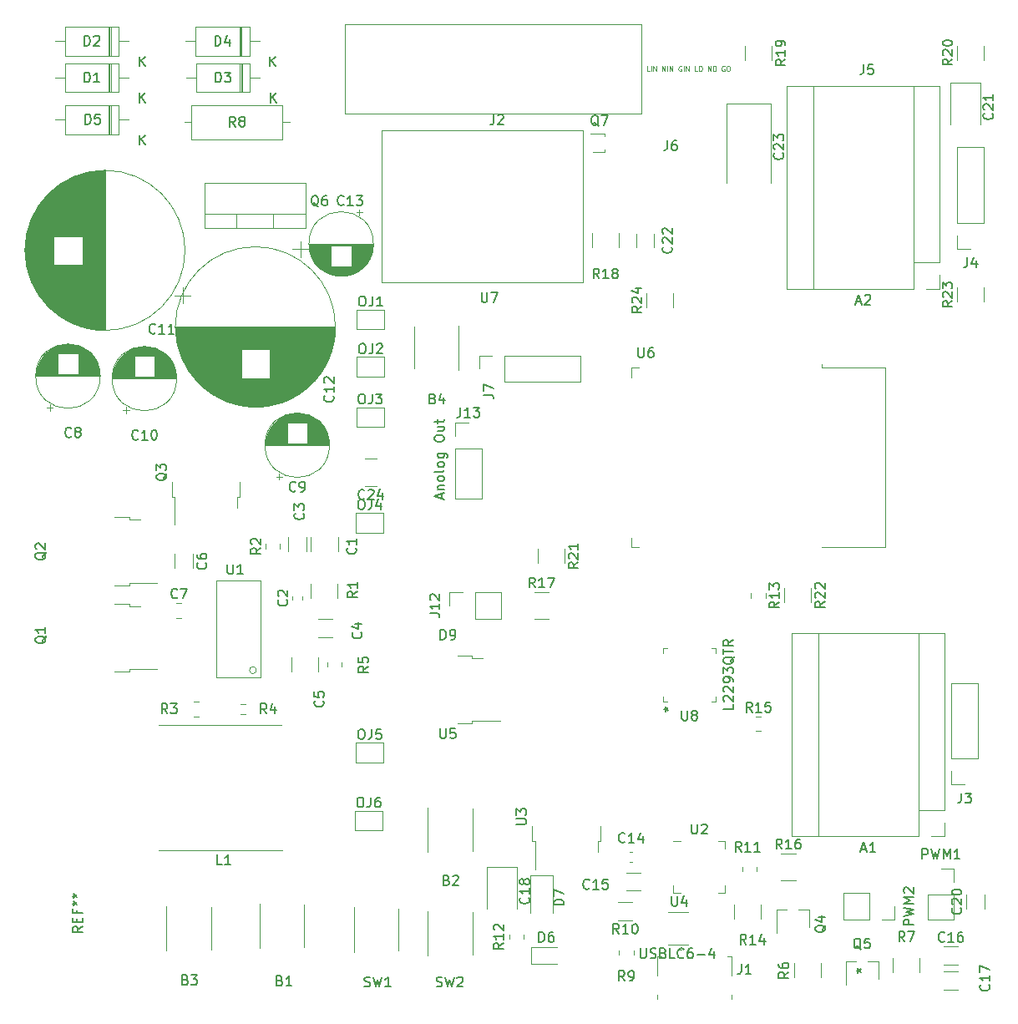
<source format=gbr>
%TF.GenerationSoftware,KiCad,Pcbnew,(5.1.2)-1*%
%TF.CreationDate,2022-02-24T14:14:44-06:00*%
%TF.ProjectId,final project circ 1,66696e61-6c20-4707-926f-6a6563742063,rev?*%
%TF.SameCoordinates,Original*%
%TF.FileFunction,Legend,Top*%
%TF.FilePolarity,Positive*%
%FSLAX46Y46*%
G04 Gerber Fmt 4.6, Leading zero omitted, Abs format (unit mm)*
G04 Created by KiCad (PCBNEW (5.1.2)-1) date 2022-02-24 14:14:44*
%MOMM*%
%LPD*%
G04 APERTURE LIST*
%ADD10C,0.100000*%
%ADD11C,0.150000*%
%ADD12C,0.120000*%
G04 APERTURE END LIST*
D10*
X158847619Y-57926190D02*
X158609523Y-57926190D01*
X158609523Y-57426190D01*
X159014285Y-57926190D02*
X159014285Y-57426190D01*
X159252380Y-57926190D02*
X159252380Y-57426190D01*
X159538095Y-57926190D01*
X159538095Y-57426190D01*
X160157142Y-57926190D02*
X160157142Y-57426190D01*
X160442857Y-57926190D01*
X160442857Y-57426190D01*
X160680952Y-57926190D02*
X160680952Y-57426190D01*
X160919047Y-57926190D02*
X160919047Y-57426190D01*
X161204761Y-57926190D01*
X161204761Y-57426190D01*
X162085714Y-57450000D02*
X162038095Y-57426190D01*
X161966666Y-57426190D01*
X161895238Y-57450000D01*
X161847619Y-57497619D01*
X161823809Y-57545238D01*
X161800000Y-57640476D01*
X161800000Y-57711904D01*
X161823809Y-57807142D01*
X161847619Y-57854761D01*
X161895238Y-57902380D01*
X161966666Y-57926190D01*
X162014285Y-57926190D01*
X162085714Y-57902380D01*
X162109523Y-57878571D01*
X162109523Y-57711904D01*
X162014285Y-57711904D01*
X162323809Y-57926190D02*
X162323809Y-57426190D01*
X162561904Y-57926190D02*
X162561904Y-57426190D01*
X162847619Y-57926190D01*
X162847619Y-57426190D01*
X163704761Y-57926190D02*
X163466666Y-57926190D01*
X163466666Y-57426190D01*
X163966666Y-57426190D02*
X164061904Y-57426190D01*
X164109523Y-57450000D01*
X164157142Y-57497619D01*
X164180952Y-57592857D01*
X164180952Y-57759523D01*
X164157142Y-57854761D01*
X164109523Y-57902380D01*
X164061904Y-57926190D01*
X163966666Y-57926190D01*
X163919047Y-57902380D01*
X163871428Y-57854761D01*
X163847619Y-57759523D01*
X163847619Y-57592857D01*
X163871428Y-57497619D01*
X163919047Y-57450000D01*
X163966666Y-57426190D01*
X164776190Y-57926190D02*
X164776190Y-57426190D01*
X165061904Y-57926190D01*
X165061904Y-57426190D01*
X165395238Y-57426190D02*
X165490476Y-57426190D01*
X165538095Y-57450000D01*
X165585714Y-57497619D01*
X165609523Y-57592857D01*
X165609523Y-57759523D01*
X165585714Y-57854761D01*
X165538095Y-57902380D01*
X165490476Y-57926190D01*
X165395238Y-57926190D01*
X165347619Y-57902380D01*
X165300000Y-57854761D01*
X165276190Y-57759523D01*
X165276190Y-57592857D01*
X165300000Y-57497619D01*
X165347619Y-57450000D01*
X165395238Y-57426190D01*
X166466666Y-57450000D02*
X166419047Y-57426190D01*
X166347619Y-57426190D01*
X166276190Y-57450000D01*
X166228571Y-57497619D01*
X166204761Y-57545238D01*
X166180952Y-57640476D01*
X166180952Y-57711904D01*
X166204761Y-57807142D01*
X166228571Y-57854761D01*
X166276190Y-57902380D01*
X166347619Y-57926190D01*
X166395238Y-57926190D01*
X166466666Y-57902380D01*
X166490476Y-57878571D01*
X166490476Y-57711904D01*
X166395238Y-57711904D01*
X166800000Y-57426190D02*
X166895238Y-57426190D01*
X166942857Y-57450000D01*
X166990476Y-57497619D01*
X167014285Y-57592857D01*
X167014285Y-57759523D01*
X166990476Y-57854761D01*
X166942857Y-57902380D01*
X166895238Y-57926190D01*
X166800000Y-57926190D01*
X166752380Y-57902380D01*
X166704761Y-57854761D01*
X166680952Y-57759523D01*
X166680952Y-57592857D01*
X166704761Y-57497619D01*
X166752380Y-57450000D01*
X166800000Y-57426190D01*
D11*
X137766666Y-101252380D02*
X137766666Y-100776190D01*
X138052380Y-101347619D02*
X137052380Y-101014285D01*
X138052380Y-100680952D01*
X137385714Y-100347619D02*
X138052380Y-100347619D01*
X137480952Y-100347619D02*
X137433333Y-100300000D01*
X137385714Y-100204761D01*
X137385714Y-100061904D01*
X137433333Y-99966666D01*
X137528571Y-99919047D01*
X138052380Y-99919047D01*
X138052380Y-99300000D02*
X138004761Y-99395238D01*
X137957142Y-99442857D01*
X137861904Y-99490476D01*
X137576190Y-99490476D01*
X137480952Y-99442857D01*
X137433333Y-99395238D01*
X137385714Y-99300000D01*
X137385714Y-99157142D01*
X137433333Y-99061904D01*
X137480952Y-99014285D01*
X137576190Y-98966666D01*
X137861904Y-98966666D01*
X137957142Y-99014285D01*
X138004761Y-99061904D01*
X138052380Y-99157142D01*
X138052380Y-99300000D01*
X138052380Y-98395238D02*
X138004761Y-98490476D01*
X137909523Y-98538095D01*
X137052380Y-98538095D01*
X138052380Y-97871428D02*
X138004761Y-97966666D01*
X137957142Y-98014285D01*
X137861904Y-98061904D01*
X137576190Y-98061904D01*
X137480952Y-98014285D01*
X137433333Y-97966666D01*
X137385714Y-97871428D01*
X137385714Y-97728571D01*
X137433333Y-97633333D01*
X137480952Y-97585714D01*
X137576190Y-97538095D01*
X137861904Y-97538095D01*
X137957142Y-97585714D01*
X138004761Y-97633333D01*
X138052380Y-97728571D01*
X138052380Y-97871428D01*
X137385714Y-96680952D02*
X138195238Y-96680952D01*
X138290476Y-96728571D01*
X138338095Y-96776190D01*
X138385714Y-96871428D01*
X138385714Y-97014285D01*
X138338095Y-97109523D01*
X138004761Y-96680952D02*
X138052380Y-96776190D01*
X138052380Y-96966666D01*
X138004761Y-97061904D01*
X137957142Y-97109523D01*
X137861904Y-97157142D01*
X137576190Y-97157142D01*
X137480952Y-97109523D01*
X137433333Y-97061904D01*
X137385714Y-96966666D01*
X137385714Y-96776190D01*
X137433333Y-96680952D01*
X137052380Y-95252380D02*
X137052380Y-95061904D01*
X137100000Y-94966666D01*
X137195238Y-94871428D01*
X137385714Y-94823809D01*
X137719047Y-94823809D01*
X137909523Y-94871428D01*
X138004761Y-94966666D01*
X138052380Y-95061904D01*
X138052380Y-95252380D01*
X138004761Y-95347619D01*
X137909523Y-95442857D01*
X137719047Y-95490476D01*
X137385714Y-95490476D01*
X137195238Y-95442857D01*
X137100000Y-95347619D01*
X137052380Y-95252380D01*
X137385714Y-93966666D02*
X138052380Y-93966666D01*
X137385714Y-94395238D02*
X137909523Y-94395238D01*
X138004761Y-94347619D01*
X138052380Y-94252380D01*
X138052380Y-94109523D01*
X138004761Y-94014285D01*
X137957142Y-93966666D01*
X137385714Y-93633333D02*
X137385714Y-93252380D01*
X137052380Y-93490476D02*
X137909523Y-93490476D01*
X138004761Y-93442857D01*
X138052380Y-93347619D01*
X138052380Y-93252380D01*
D12*
%TO.C,U4*%
X160771700Y-146451000D02*
X162778300Y-146451000D01*
X162778300Y-143149000D02*
X160771700Y-143149000D01*
%TO.C,J13*%
X139170000Y-93570000D02*
X140500000Y-93570000D01*
X139170000Y-94900000D02*
X139170000Y-93570000D01*
X139170000Y-96170000D02*
X141830000Y-96170000D01*
X141830000Y-96170000D02*
X141830000Y-101310000D01*
X139170000Y-96170000D02*
X139170000Y-101310000D01*
X139170000Y-101310000D02*
X141830000Y-101310000D01*
%TO.C,D7*%
X149035000Y-143300000D02*
X149035000Y-139415000D01*
X149035000Y-139415000D02*
X146765000Y-139415000D01*
X146765000Y-139415000D02*
X146765000Y-143300000D01*
%TO.C,OJ6*%
X129000000Y-132900000D02*
X131800000Y-132900000D01*
X131800000Y-132900000D02*
X131800000Y-134900000D01*
X131800000Y-134900000D02*
X129000000Y-134900000D01*
X129000000Y-134900000D02*
X129000000Y-132900000D01*
%TO.C,OJ5*%
X129100000Y-126000000D02*
X131900000Y-126000000D01*
X131900000Y-126000000D02*
X131900000Y-128000000D01*
X131900000Y-128000000D02*
X129100000Y-128000000D01*
X129100000Y-128000000D02*
X129100000Y-126000000D01*
%TO.C,OJ4*%
X129100000Y-102700000D02*
X131900000Y-102700000D01*
X131900000Y-102700000D02*
X131900000Y-104700000D01*
X131900000Y-104700000D02*
X129100000Y-104700000D01*
X129100000Y-104700000D02*
X129100000Y-102700000D01*
%TO.C,OJ3*%
X129150000Y-92000000D02*
X131950000Y-92000000D01*
X131950000Y-92000000D02*
X131950000Y-94000000D01*
X131950000Y-94000000D02*
X129150000Y-94000000D01*
X129150000Y-94000000D02*
X129150000Y-92000000D01*
%TO.C,OJ2*%
X129200000Y-86900000D02*
X132000000Y-86900000D01*
X132000000Y-86900000D02*
X132000000Y-88900000D01*
X132000000Y-88900000D02*
X129200000Y-88900000D01*
X129200000Y-88900000D02*
X129200000Y-86900000D01*
%TO.C,OJ1*%
X129200000Y-82100000D02*
X132000000Y-82100000D01*
X132000000Y-82100000D02*
X132000000Y-84100000D01*
X132000000Y-84100000D02*
X129200000Y-84100000D01*
X129200000Y-84100000D02*
X129200000Y-82100000D01*
%TO.C,J2*%
X128000000Y-53200000D02*
X128000000Y-62200000D01*
X158000000Y-53200000D02*
X128000000Y-53200000D01*
X158000000Y-62200000D02*
X158000000Y-53200000D01*
X128000000Y-62200000D02*
X158000000Y-62200000D01*
%TO.C,C24*%
X131202064Y-97240000D02*
X129997936Y-97240000D01*
X131202064Y-99960000D02*
X129997936Y-99960000D01*
%TO.C,U8*%
X165605100Y-121805100D02*
X165605100Y-121309739D01*
X165605100Y-116394900D02*
X165109739Y-116394900D01*
X160194900Y-116394900D02*
X160194900Y-116890261D01*
X160194900Y-121805100D02*
X160690261Y-121805100D01*
X165109739Y-121805100D02*
X165605100Y-121805100D01*
X165605100Y-116890261D02*
X165605100Y-116394900D01*
X160690261Y-116394900D02*
X160194900Y-116394900D01*
X160194900Y-121309739D02*
X160194900Y-121805100D01*
%TO.C,Q7*%
X154310000Y-66160000D02*
X154310000Y-65850000D01*
X154310000Y-64240000D02*
X154310000Y-64550000D01*
X154310000Y-64240000D02*
X152900000Y-64240000D01*
X154310000Y-66160000D02*
X153150000Y-66160000D01*
%TO.C,C13*%
X130870000Y-75450000D02*
G75*
G03X130870000Y-75450000I-3270000J0D01*
G01*
X130830000Y-75450000D02*
X124370000Y-75450000D01*
X130830000Y-75490000D02*
X124370000Y-75490000D01*
X130830000Y-75530000D02*
X124370000Y-75530000D01*
X130828000Y-75570000D02*
X124372000Y-75570000D01*
X130827000Y-75610000D02*
X124373000Y-75610000D01*
X130824000Y-75650000D02*
X124376000Y-75650000D01*
X130822000Y-75690000D02*
X128640000Y-75690000D01*
X126560000Y-75690000D02*
X124378000Y-75690000D01*
X130818000Y-75730000D02*
X128640000Y-75730000D01*
X126560000Y-75730000D02*
X124382000Y-75730000D01*
X130815000Y-75770000D02*
X128640000Y-75770000D01*
X126560000Y-75770000D02*
X124385000Y-75770000D01*
X130811000Y-75810000D02*
X128640000Y-75810000D01*
X126560000Y-75810000D02*
X124389000Y-75810000D01*
X130806000Y-75850000D02*
X128640000Y-75850000D01*
X126560000Y-75850000D02*
X124394000Y-75850000D01*
X130801000Y-75890000D02*
X128640000Y-75890000D01*
X126560000Y-75890000D02*
X124399000Y-75890000D01*
X130795000Y-75930000D02*
X128640000Y-75930000D01*
X126560000Y-75930000D02*
X124405000Y-75930000D01*
X130789000Y-75970000D02*
X128640000Y-75970000D01*
X126560000Y-75970000D02*
X124411000Y-75970000D01*
X130782000Y-76010000D02*
X128640000Y-76010000D01*
X126560000Y-76010000D02*
X124418000Y-76010000D01*
X130775000Y-76050000D02*
X128640000Y-76050000D01*
X126560000Y-76050000D02*
X124425000Y-76050000D01*
X130767000Y-76090000D02*
X128640000Y-76090000D01*
X126560000Y-76090000D02*
X124433000Y-76090000D01*
X130759000Y-76130000D02*
X128640000Y-76130000D01*
X126560000Y-76130000D02*
X124441000Y-76130000D01*
X130750000Y-76171000D02*
X128640000Y-76171000D01*
X126560000Y-76171000D02*
X124450000Y-76171000D01*
X130741000Y-76211000D02*
X128640000Y-76211000D01*
X126560000Y-76211000D02*
X124459000Y-76211000D01*
X130731000Y-76251000D02*
X128640000Y-76251000D01*
X126560000Y-76251000D02*
X124469000Y-76251000D01*
X130721000Y-76291000D02*
X128640000Y-76291000D01*
X126560000Y-76291000D02*
X124479000Y-76291000D01*
X130710000Y-76331000D02*
X128640000Y-76331000D01*
X126560000Y-76331000D02*
X124490000Y-76331000D01*
X130698000Y-76371000D02*
X128640000Y-76371000D01*
X126560000Y-76371000D02*
X124502000Y-76371000D01*
X130686000Y-76411000D02*
X128640000Y-76411000D01*
X126560000Y-76411000D02*
X124514000Y-76411000D01*
X130674000Y-76451000D02*
X128640000Y-76451000D01*
X126560000Y-76451000D02*
X124526000Y-76451000D01*
X130661000Y-76491000D02*
X128640000Y-76491000D01*
X126560000Y-76491000D02*
X124539000Y-76491000D01*
X130647000Y-76531000D02*
X128640000Y-76531000D01*
X126560000Y-76531000D02*
X124553000Y-76531000D01*
X130633000Y-76571000D02*
X128640000Y-76571000D01*
X126560000Y-76571000D02*
X124567000Y-76571000D01*
X130618000Y-76611000D02*
X128640000Y-76611000D01*
X126560000Y-76611000D02*
X124582000Y-76611000D01*
X130602000Y-76651000D02*
X128640000Y-76651000D01*
X126560000Y-76651000D02*
X124598000Y-76651000D01*
X130586000Y-76691000D02*
X128640000Y-76691000D01*
X126560000Y-76691000D02*
X124614000Y-76691000D01*
X130570000Y-76731000D02*
X128640000Y-76731000D01*
X126560000Y-76731000D02*
X124630000Y-76731000D01*
X130552000Y-76771000D02*
X128640000Y-76771000D01*
X126560000Y-76771000D02*
X124648000Y-76771000D01*
X130534000Y-76811000D02*
X128640000Y-76811000D01*
X126560000Y-76811000D02*
X124666000Y-76811000D01*
X130516000Y-76851000D02*
X128640000Y-76851000D01*
X126560000Y-76851000D02*
X124684000Y-76851000D01*
X130496000Y-76891000D02*
X128640000Y-76891000D01*
X126560000Y-76891000D02*
X124704000Y-76891000D01*
X130476000Y-76931000D02*
X128640000Y-76931000D01*
X126560000Y-76931000D02*
X124724000Y-76931000D01*
X130456000Y-76971000D02*
X128640000Y-76971000D01*
X126560000Y-76971000D02*
X124744000Y-76971000D01*
X130434000Y-77011000D02*
X128640000Y-77011000D01*
X126560000Y-77011000D02*
X124766000Y-77011000D01*
X130412000Y-77051000D02*
X128640000Y-77051000D01*
X126560000Y-77051000D02*
X124788000Y-77051000D01*
X130390000Y-77091000D02*
X128640000Y-77091000D01*
X126560000Y-77091000D02*
X124810000Y-77091000D01*
X130366000Y-77131000D02*
X128640000Y-77131000D01*
X126560000Y-77131000D02*
X124834000Y-77131000D01*
X130342000Y-77171000D02*
X128640000Y-77171000D01*
X126560000Y-77171000D02*
X124858000Y-77171000D01*
X130316000Y-77211000D02*
X128640000Y-77211000D01*
X126560000Y-77211000D02*
X124884000Y-77211000D01*
X130290000Y-77251000D02*
X128640000Y-77251000D01*
X126560000Y-77251000D02*
X124910000Y-77251000D01*
X130264000Y-77291000D02*
X128640000Y-77291000D01*
X126560000Y-77291000D02*
X124936000Y-77291000D01*
X130236000Y-77331000D02*
X128640000Y-77331000D01*
X126560000Y-77331000D02*
X124964000Y-77331000D01*
X130207000Y-77371000D02*
X128640000Y-77371000D01*
X126560000Y-77371000D02*
X124993000Y-77371000D01*
X130178000Y-77411000D02*
X128640000Y-77411000D01*
X126560000Y-77411000D02*
X125022000Y-77411000D01*
X130148000Y-77451000D02*
X128640000Y-77451000D01*
X126560000Y-77451000D02*
X125052000Y-77451000D01*
X130116000Y-77491000D02*
X128640000Y-77491000D01*
X126560000Y-77491000D02*
X125084000Y-77491000D01*
X130084000Y-77531000D02*
X128640000Y-77531000D01*
X126560000Y-77531000D02*
X125116000Y-77531000D01*
X130050000Y-77571000D02*
X128640000Y-77571000D01*
X126560000Y-77571000D02*
X125150000Y-77571000D01*
X130016000Y-77611000D02*
X128640000Y-77611000D01*
X126560000Y-77611000D02*
X125184000Y-77611000D01*
X129980000Y-77651000D02*
X128640000Y-77651000D01*
X126560000Y-77651000D02*
X125220000Y-77651000D01*
X129943000Y-77691000D02*
X128640000Y-77691000D01*
X126560000Y-77691000D02*
X125257000Y-77691000D01*
X129905000Y-77731000D02*
X128640000Y-77731000D01*
X126560000Y-77731000D02*
X125295000Y-77731000D01*
X129865000Y-77771000D02*
X125335000Y-77771000D01*
X129824000Y-77811000D02*
X125376000Y-77811000D01*
X129782000Y-77851000D02*
X125418000Y-77851000D01*
X129737000Y-77891000D02*
X125463000Y-77891000D01*
X129692000Y-77931000D02*
X125508000Y-77931000D01*
X129644000Y-77971000D02*
X125556000Y-77971000D01*
X129595000Y-78011000D02*
X125605000Y-78011000D01*
X129544000Y-78051000D02*
X125656000Y-78051000D01*
X129490000Y-78091000D02*
X125710000Y-78091000D01*
X129434000Y-78131000D02*
X125766000Y-78131000D01*
X129376000Y-78171000D02*
X125824000Y-78171000D01*
X129314000Y-78211000D02*
X125886000Y-78211000D01*
X129250000Y-78251000D02*
X125950000Y-78251000D01*
X129181000Y-78291000D02*
X126019000Y-78291000D01*
X129109000Y-78331000D02*
X126091000Y-78331000D01*
X129032000Y-78371000D02*
X126168000Y-78371000D01*
X128950000Y-78411000D02*
X126250000Y-78411000D01*
X128862000Y-78451000D02*
X126338000Y-78451000D01*
X128765000Y-78491000D02*
X126435000Y-78491000D01*
X128659000Y-78531000D02*
X126541000Y-78531000D01*
X128540000Y-78571000D02*
X126660000Y-78571000D01*
X128402000Y-78611000D02*
X126798000Y-78611000D01*
X128233000Y-78651000D02*
X126967000Y-78651000D01*
X128002000Y-78691000D02*
X127198000Y-78691000D01*
X129439000Y-71949759D02*
X129439000Y-72579759D01*
X129754000Y-72264759D02*
X129124000Y-72264759D01*
%TO.C,B4*%
X135000000Y-88100000D02*
X135000000Y-83800000D01*
X139500000Y-88200000D02*
X139500000Y-83700000D01*
%TO.C,Q4*%
X171719601Y-145336001D02*
X171719601Y-142936001D01*
X171719601Y-142936001D02*
X172769601Y-142936001D01*
X175019601Y-144736001D02*
X175019601Y-142936001D01*
X175019601Y-142936001D02*
X173969601Y-142936001D01*
%TO.C,Q5*%
X178750000Y-150550000D02*
X178750000Y-148150000D01*
X178750000Y-148150000D02*
X179800000Y-148150000D01*
X182050000Y-149950000D02*
X182050000Y-148150000D01*
X182050000Y-148150000D02*
X181000000Y-148150000D01*
%TO.C,C12*%
X127020000Y-83850000D02*
G75*
G03X127020000Y-83850000I-8120000J0D01*
G01*
X126981000Y-83850000D02*
X110819000Y-83850000D01*
X126980000Y-83890000D02*
X110820000Y-83890000D01*
X126980000Y-83930000D02*
X110820000Y-83930000D01*
X126980000Y-83970000D02*
X110820000Y-83970000D01*
X126979000Y-84010000D02*
X110821000Y-84010000D01*
X126978000Y-84050000D02*
X110822000Y-84050000D01*
X126977000Y-84090000D02*
X110823000Y-84090000D01*
X126976000Y-84130000D02*
X110824000Y-84130000D01*
X126974000Y-84170000D02*
X110826000Y-84170000D01*
X126973000Y-84210000D02*
X110827000Y-84210000D01*
X126971000Y-84250000D02*
X110829000Y-84250000D01*
X126969000Y-84290000D02*
X110831000Y-84290000D01*
X126966000Y-84330000D02*
X110834000Y-84330000D01*
X126964000Y-84370000D02*
X110836000Y-84370000D01*
X126961000Y-84410000D02*
X110839000Y-84410000D01*
X126958000Y-84450000D02*
X110842000Y-84450000D01*
X126955000Y-84490000D02*
X110845000Y-84490000D01*
X126952000Y-84530000D02*
X110848000Y-84530000D01*
X126949000Y-84571000D02*
X110851000Y-84571000D01*
X126945000Y-84611000D02*
X110855000Y-84611000D01*
X126941000Y-84651000D02*
X110859000Y-84651000D01*
X126937000Y-84691000D02*
X110863000Y-84691000D01*
X126933000Y-84731000D02*
X110867000Y-84731000D01*
X126928000Y-84771000D02*
X110872000Y-84771000D01*
X126924000Y-84811000D02*
X110876000Y-84811000D01*
X126919000Y-84851000D02*
X110881000Y-84851000D01*
X126914000Y-84891000D02*
X110886000Y-84891000D01*
X126908000Y-84931000D02*
X110892000Y-84931000D01*
X126903000Y-84971000D02*
X110897000Y-84971000D01*
X126897000Y-85011000D02*
X110903000Y-85011000D01*
X126891000Y-85051000D02*
X110909000Y-85051000D01*
X126885000Y-85091000D02*
X110915000Y-85091000D01*
X126879000Y-85131000D02*
X110921000Y-85131000D01*
X126872000Y-85171000D02*
X110928000Y-85171000D01*
X126866000Y-85211000D02*
X110934000Y-85211000D01*
X126859000Y-85251000D02*
X110941000Y-85251000D01*
X126852000Y-85291000D02*
X110948000Y-85291000D01*
X126844000Y-85331000D02*
X110956000Y-85331000D01*
X126837000Y-85371000D02*
X110963000Y-85371000D01*
X126829000Y-85411000D02*
X110971000Y-85411000D01*
X126821000Y-85451000D02*
X110979000Y-85451000D01*
X126813000Y-85491000D02*
X110987000Y-85491000D01*
X126805000Y-85531000D02*
X110995000Y-85531000D01*
X126796000Y-85571000D02*
X111004000Y-85571000D01*
X126787000Y-85611000D02*
X111013000Y-85611000D01*
X126778000Y-85651000D02*
X111022000Y-85651000D01*
X126769000Y-85691000D02*
X111031000Y-85691000D01*
X126760000Y-85731000D02*
X111040000Y-85731000D01*
X126750000Y-85771000D02*
X111050000Y-85771000D01*
X126740000Y-85811000D02*
X111060000Y-85811000D01*
X126730000Y-85851000D02*
X111070000Y-85851000D01*
X126720000Y-85891000D02*
X111080000Y-85891000D01*
X126710000Y-85931000D02*
X111090000Y-85931000D01*
X126699000Y-85971000D02*
X111101000Y-85971000D01*
X126688000Y-86011000D02*
X111112000Y-86011000D01*
X126677000Y-86051000D02*
X111123000Y-86051000D01*
X126665000Y-86091000D02*
X111135000Y-86091000D01*
X126654000Y-86131000D02*
X111146000Y-86131000D01*
X126642000Y-86171000D02*
X120340000Y-86171000D01*
X117460000Y-86171000D02*
X111158000Y-86171000D01*
X126630000Y-86211000D02*
X120340000Y-86211000D01*
X117460000Y-86211000D02*
X111170000Y-86211000D01*
X126618000Y-86251000D02*
X120340000Y-86251000D01*
X117460000Y-86251000D02*
X111182000Y-86251000D01*
X126605000Y-86291000D02*
X120340000Y-86291000D01*
X117460000Y-86291000D02*
X111195000Y-86291000D01*
X126593000Y-86331000D02*
X120340000Y-86331000D01*
X117460000Y-86331000D02*
X111207000Y-86331000D01*
X126580000Y-86371000D02*
X120340000Y-86371000D01*
X117460000Y-86371000D02*
X111220000Y-86371000D01*
X126566000Y-86411000D02*
X120340000Y-86411000D01*
X117460000Y-86411000D02*
X111234000Y-86411000D01*
X126553000Y-86451000D02*
X120340000Y-86451000D01*
X117460000Y-86451000D02*
X111247000Y-86451000D01*
X126539000Y-86491000D02*
X120340000Y-86491000D01*
X117460000Y-86491000D02*
X111261000Y-86491000D01*
X126525000Y-86531000D02*
X120340000Y-86531000D01*
X117460000Y-86531000D02*
X111275000Y-86531000D01*
X126511000Y-86571000D02*
X120340000Y-86571000D01*
X117460000Y-86571000D02*
X111289000Y-86571000D01*
X126497000Y-86611000D02*
X120340000Y-86611000D01*
X117460000Y-86611000D02*
X111303000Y-86611000D01*
X126482000Y-86651000D02*
X120340000Y-86651000D01*
X117460000Y-86651000D02*
X111318000Y-86651000D01*
X126468000Y-86691000D02*
X120340000Y-86691000D01*
X117460000Y-86691000D02*
X111332000Y-86691000D01*
X126453000Y-86731000D02*
X120340000Y-86731000D01*
X117460000Y-86731000D02*
X111347000Y-86731000D01*
X126437000Y-86771000D02*
X120340000Y-86771000D01*
X117460000Y-86771000D02*
X111363000Y-86771000D01*
X126422000Y-86811000D02*
X120340000Y-86811000D01*
X117460000Y-86811000D02*
X111378000Y-86811000D01*
X126406000Y-86851000D02*
X120340000Y-86851000D01*
X117460000Y-86851000D02*
X111394000Y-86851000D01*
X126390000Y-86891000D02*
X120340000Y-86891000D01*
X117460000Y-86891000D02*
X111410000Y-86891000D01*
X126374000Y-86931000D02*
X120340000Y-86931000D01*
X117460000Y-86931000D02*
X111426000Y-86931000D01*
X126357000Y-86971000D02*
X120340000Y-86971000D01*
X117460000Y-86971000D02*
X111443000Y-86971000D01*
X126340000Y-87011000D02*
X120340000Y-87011000D01*
X117460000Y-87011000D02*
X111460000Y-87011000D01*
X126323000Y-87051000D02*
X120340000Y-87051000D01*
X117460000Y-87051000D02*
X111477000Y-87051000D01*
X126306000Y-87091000D02*
X120340000Y-87091000D01*
X117460000Y-87091000D02*
X111494000Y-87091000D01*
X126289000Y-87131000D02*
X120340000Y-87131000D01*
X117460000Y-87131000D02*
X111511000Y-87131000D01*
X126271000Y-87171000D02*
X120340000Y-87171000D01*
X117460000Y-87171000D02*
X111529000Y-87171000D01*
X126253000Y-87211000D02*
X120340000Y-87211000D01*
X117460000Y-87211000D02*
X111547000Y-87211000D01*
X126234000Y-87251000D02*
X120340000Y-87251000D01*
X117460000Y-87251000D02*
X111566000Y-87251000D01*
X126216000Y-87291000D02*
X120340000Y-87291000D01*
X117460000Y-87291000D02*
X111584000Y-87291000D01*
X126197000Y-87331000D02*
X120340000Y-87331000D01*
X117460000Y-87331000D02*
X111603000Y-87331000D01*
X126178000Y-87371000D02*
X120340000Y-87371000D01*
X117460000Y-87371000D02*
X111622000Y-87371000D01*
X126158000Y-87411000D02*
X120340000Y-87411000D01*
X117460000Y-87411000D02*
X111642000Y-87411000D01*
X126139000Y-87451000D02*
X120340000Y-87451000D01*
X117460000Y-87451000D02*
X111661000Y-87451000D01*
X126119000Y-87491000D02*
X120340000Y-87491000D01*
X117460000Y-87491000D02*
X111681000Y-87491000D01*
X126099000Y-87531000D02*
X120340000Y-87531000D01*
X117460000Y-87531000D02*
X111701000Y-87531000D01*
X126078000Y-87571000D02*
X120340000Y-87571000D01*
X117460000Y-87571000D02*
X111722000Y-87571000D01*
X126057000Y-87611000D02*
X120340000Y-87611000D01*
X117460000Y-87611000D02*
X111743000Y-87611000D01*
X126036000Y-87651000D02*
X120340000Y-87651000D01*
X117460000Y-87651000D02*
X111764000Y-87651000D01*
X126015000Y-87691000D02*
X120340000Y-87691000D01*
X117460000Y-87691000D02*
X111785000Y-87691000D01*
X125994000Y-87731000D02*
X120340000Y-87731000D01*
X117460000Y-87731000D02*
X111806000Y-87731000D01*
X125972000Y-87771000D02*
X120340000Y-87771000D01*
X117460000Y-87771000D02*
X111828000Y-87771000D01*
X125949000Y-87811000D02*
X120340000Y-87811000D01*
X117460000Y-87811000D02*
X111851000Y-87811000D01*
X125927000Y-87851000D02*
X120340000Y-87851000D01*
X117460000Y-87851000D02*
X111873000Y-87851000D01*
X125904000Y-87891000D02*
X120340000Y-87891000D01*
X117460000Y-87891000D02*
X111896000Y-87891000D01*
X125881000Y-87931000D02*
X120340000Y-87931000D01*
X117460000Y-87931000D02*
X111919000Y-87931000D01*
X125858000Y-87971000D02*
X120340000Y-87971000D01*
X117460000Y-87971000D02*
X111942000Y-87971000D01*
X125834000Y-88011000D02*
X120340000Y-88011000D01*
X117460000Y-88011000D02*
X111966000Y-88011000D01*
X125810000Y-88051000D02*
X120340000Y-88051000D01*
X117460000Y-88051000D02*
X111990000Y-88051000D01*
X125786000Y-88091000D02*
X120340000Y-88091000D01*
X117460000Y-88091000D02*
X112014000Y-88091000D01*
X125761000Y-88131000D02*
X120340000Y-88131000D01*
X117460000Y-88131000D02*
X112039000Y-88131000D01*
X125736000Y-88171000D02*
X120340000Y-88171000D01*
X117460000Y-88171000D02*
X112064000Y-88171000D01*
X125711000Y-88211000D02*
X120340000Y-88211000D01*
X117460000Y-88211000D02*
X112089000Y-88211000D01*
X125685000Y-88251000D02*
X120340000Y-88251000D01*
X117460000Y-88251000D02*
X112115000Y-88251000D01*
X125659000Y-88291000D02*
X120340000Y-88291000D01*
X117460000Y-88291000D02*
X112141000Y-88291000D01*
X125633000Y-88331000D02*
X120340000Y-88331000D01*
X117460000Y-88331000D02*
X112167000Y-88331000D01*
X125606000Y-88371000D02*
X120340000Y-88371000D01*
X117460000Y-88371000D02*
X112194000Y-88371000D01*
X125579000Y-88411000D02*
X120340000Y-88411000D01*
X117460000Y-88411000D02*
X112221000Y-88411000D01*
X125552000Y-88451000D02*
X120340000Y-88451000D01*
X117460000Y-88451000D02*
X112248000Y-88451000D01*
X125524000Y-88491000D02*
X120340000Y-88491000D01*
X117460000Y-88491000D02*
X112276000Y-88491000D01*
X125496000Y-88531000D02*
X120340000Y-88531000D01*
X117460000Y-88531000D02*
X112304000Y-88531000D01*
X125468000Y-88571000D02*
X120340000Y-88571000D01*
X117460000Y-88571000D02*
X112332000Y-88571000D01*
X125439000Y-88611000D02*
X120340000Y-88611000D01*
X117460000Y-88611000D02*
X112361000Y-88611000D01*
X125410000Y-88651000D02*
X120340000Y-88651000D01*
X117460000Y-88651000D02*
X112390000Y-88651000D01*
X125380000Y-88691000D02*
X120340000Y-88691000D01*
X117460000Y-88691000D02*
X112420000Y-88691000D01*
X125350000Y-88731000D02*
X120340000Y-88731000D01*
X117460000Y-88731000D02*
X112450000Y-88731000D01*
X125320000Y-88771000D02*
X120340000Y-88771000D01*
X117460000Y-88771000D02*
X112480000Y-88771000D01*
X125290000Y-88811000D02*
X120340000Y-88811000D01*
X117460000Y-88811000D02*
X112510000Y-88811000D01*
X125258000Y-88851000D02*
X120340000Y-88851000D01*
X117460000Y-88851000D02*
X112542000Y-88851000D01*
X125227000Y-88891000D02*
X120340000Y-88891000D01*
X117460000Y-88891000D02*
X112573000Y-88891000D01*
X125195000Y-88931000D02*
X120340000Y-88931000D01*
X117460000Y-88931000D02*
X112605000Y-88931000D01*
X125163000Y-88971000D02*
X120340000Y-88971000D01*
X117460000Y-88971000D02*
X112637000Y-88971000D01*
X125130000Y-89011000D02*
X120340000Y-89011000D01*
X117460000Y-89011000D02*
X112670000Y-89011000D01*
X125097000Y-89051000D02*
X112703000Y-89051000D01*
X125063000Y-89091000D02*
X112737000Y-89091000D01*
X125029000Y-89131000D02*
X112771000Y-89131000D01*
X124995000Y-89171000D02*
X112805000Y-89171000D01*
X124960000Y-89211000D02*
X112840000Y-89211000D01*
X124925000Y-89251000D02*
X112875000Y-89251000D01*
X124889000Y-89291000D02*
X112911000Y-89291000D01*
X124852000Y-89331000D02*
X112948000Y-89331000D01*
X124816000Y-89371000D02*
X112984000Y-89371000D01*
X124778000Y-89411000D02*
X113022000Y-89411000D01*
X124740000Y-89451000D02*
X113060000Y-89451000D01*
X124702000Y-89491000D02*
X113098000Y-89491000D01*
X124663000Y-89531000D02*
X113137000Y-89531000D01*
X124624000Y-89571000D02*
X113176000Y-89571000D01*
X124584000Y-89611000D02*
X113216000Y-89611000D01*
X124543000Y-89651000D02*
X113257000Y-89651000D01*
X124502000Y-89691000D02*
X113298000Y-89691000D01*
X124460000Y-89731000D02*
X113340000Y-89731000D01*
X124418000Y-89771000D02*
X113382000Y-89771000D01*
X124375000Y-89811000D02*
X113425000Y-89811000D01*
X124332000Y-89851000D02*
X113468000Y-89851000D01*
X124288000Y-89891000D02*
X113512000Y-89891000D01*
X124243000Y-89931000D02*
X113557000Y-89931000D01*
X124197000Y-89971000D02*
X113603000Y-89971000D01*
X124151000Y-90011000D02*
X113649000Y-90011000D01*
X124104000Y-90051000D02*
X113696000Y-90051000D01*
X124056000Y-90091000D02*
X113744000Y-90091000D01*
X124008000Y-90131000D02*
X113792000Y-90131000D01*
X123959000Y-90171000D02*
X113841000Y-90171000D01*
X123909000Y-90211000D02*
X113891000Y-90211000D01*
X123858000Y-90251000D02*
X113942000Y-90251000D01*
X123806000Y-90291000D02*
X113994000Y-90291000D01*
X123754000Y-90331000D02*
X114046000Y-90331000D01*
X123700000Y-90371000D02*
X114100000Y-90371000D01*
X123646000Y-90411000D02*
X114154000Y-90411000D01*
X123591000Y-90451000D02*
X114209000Y-90451000D01*
X123534000Y-90491000D02*
X114266000Y-90491000D01*
X123477000Y-90531000D02*
X114323000Y-90531000D01*
X123419000Y-90571000D02*
X114381000Y-90571000D01*
X123359000Y-90611000D02*
X114441000Y-90611000D01*
X123298000Y-90651000D02*
X114502000Y-90651000D01*
X123236000Y-90691000D02*
X114564000Y-90691000D01*
X123173000Y-90731000D02*
X114627000Y-90731000D01*
X123109000Y-90771000D02*
X114691000Y-90771000D01*
X123043000Y-90811000D02*
X114757000Y-90811000D01*
X122976000Y-90851000D02*
X114824000Y-90851000D01*
X122907000Y-90891000D02*
X114893000Y-90891000D01*
X122836000Y-90931000D02*
X114964000Y-90931000D01*
X122764000Y-90971000D02*
X115036000Y-90971000D01*
X122690000Y-91011000D02*
X115110000Y-91011000D01*
X122615000Y-91051000D02*
X115185000Y-91051000D01*
X122537000Y-91091000D02*
X115263000Y-91091000D01*
X122457000Y-91131000D02*
X115343000Y-91131000D01*
X122375000Y-91171000D02*
X115425000Y-91171000D01*
X122290000Y-91211000D02*
X115510000Y-91211000D01*
X122203000Y-91251000D02*
X115597000Y-91251000D01*
X122113000Y-91291000D02*
X115687000Y-91291000D01*
X122020000Y-91331000D02*
X115780000Y-91331000D01*
X121924000Y-91371000D02*
X115876000Y-91371000D01*
X121824000Y-91411000D02*
X115976000Y-91411000D01*
X121720000Y-91451000D02*
X116080000Y-91451000D01*
X121611000Y-91491000D02*
X116189000Y-91491000D01*
X121497000Y-91531000D02*
X116303000Y-91531000D01*
X121378000Y-91571000D02*
X116422000Y-91571000D01*
X121251000Y-91611000D02*
X116549000Y-91611000D01*
X121118000Y-91651000D02*
X116682000Y-91651000D01*
X120974000Y-91691000D02*
X116826000Y-91691000D01*
X120820000Y-91731000D02*
X116980000Y-91731000D01*
X120652000Y-91771000D02*
X117148000Y-91771000D01*
X120464000Y-91811000D02*
X117336000Y-91811000D01*
X120251000Y-91851000D02*
X117549000Y-91851000D01*
X119998000Y-91891000D02*
X117802000Y-91891000D01*
X119665000Y-91931000D02*
X118135000Y-91931000D01*
X123455000Y-75160509D02*
X123455000Y-76760509D01*
X124255000Y-75960509D02*
X122655000Y-75960509D01*
%TO.C,R10*%
X157127064Y-144010000D02*
X155672936Y-144010000D01*
X157127064Y-142190000D02*
X155672936Y-142190000D01*
%TO.C,U7*%
X131700000Y-79300000D02*
X152100000Y-79300000D01*
X152100000Y-79300000D02*
X152100000Y-63900000D01*
X152100000Y-63900000D02*
X131700000Y-63900000D01*
X131700000Y-63900000D02*
X131700000Y-79300000D01*
%TO.C,C6*%
X110740000Y-106888748D02*
X110740000Y-108311252D01*
X112560000Y-106888748D02*
X112560000Y-108311252D01*
%TO.C,C3*%
X122240000Y-106561252D02*
X122240000Y-105138748D01*
X124060000Y-106561252D02*
X124060000Y-105138748D01*
%TO.C,C5*%
X125260000Y-117388748D02*
X125260000Y-118811252D01*
X122540000Y-117388748D02*
X122540000Y-118811252D01*
%TO.C,C7*%
X110888748Y-111865000D02*
X111411252Y-111865000D01*
X110888748Y-113335000D02*
X111411252Y-113335000D01*
%TO.C,C1*%
X127260000Y-106561252D02*
X127260000Y-105138748D01*
X124540000Y-106561252D02*
X124540000Y-105138748D01*
%TO.C,C2*%
X123660000Y-111490580D02*
X123660000Y-111209420D01*
X122640000Y-111490580D02*
X122640000Y-111209420D01*
%TO.C,C4*%
X125288748Y-113490000D02*
X126711252Y-113490000D01*
X125288748Y-115310000D02*
X126711252Y-115310000D01*
%TO.C,Q2*%
X106120000Y-103420000D02*
X107220000Y-103420000D01*
X106120000Y-103150000D02*
X106120000Y-103420000D01*
X104620000Y-103150000D02*
X106120000Y-103150000D01*
X106120000Y-109780000D02*
X108950000Y-109780000D01*
X106120000Y-110050000D02*
X106120000Y-109780000D01*
X104620000Y-110050000D02*
X106120000Y-110050000D01*
%TO.C,Q1*%
X104620000Y-118800000D02*
X106120000Y-118800000D01*
X106120000Y-118800000D02*
X106120000Y-118530000D01*
X106120000Y-118530000D02*
X108950000Y-118530000D01*
X104620000Y-111900000D02*
X106120000Y-111900000D01*
X106120000Y-111900000D02*
X106120000Y-112170000D01*
X106120000Y-112170000D02*
X107220000Y-112170000D01*
%TO.C,R1*%
X127255000Y-111323737D02*
X127255000Y-109876263D01*
X124545000Y-111323737D02*
X124545000Y-109876263D01*
%TO.C,R4*%
X117887258Y-123122500D02*
X117412742Y-123122500D01*
X117887258Y-122077500D02*
X117412742Y-122077500D01*
%TO.C,Q3*%
X110450000Y-99570000D02*
X110450000Y-101070000D01*
X110450000Y-101070000D02*
X110720000Y-101070000D01*
X110720000Y-101070000D02*
X110720000Y-103900000D01*
X117350000Y-99570000D02*
X117350000Y-101070000D01*
X117350000Y-101070000D02*
X117080000Y-101070000D01*
X117080000Y-101070000D02*
X117080000Y-102170000D01*
%TO.C,L1*%
X121590000Y-136930000D02*
X109100000Y-136930000D01*
X121570000Y-124250000D02*
X109100000Y-124250000D01*
%TO.C,R2*%
X119915000Y-106327064D02*
X119915000Y-105872936D01*
X121385000Y-106327064D02*
X121385000Y-105872936D01*
%TO.C,R5*%
X126165000Y-118327064D02*
X126165000Y-117872936D01*
X127635000Y-118327064D02*
X127635000Y-117872936D01*
%TO.C,R3*%
X113127064Y-121865000D02*
X112672936Y-121865000D01*
X113127064Y-123335000D02*
X112672936Y-123335000D01*
%TO.C,U1*%
X119400000Y-109600000D02*
X119400000Y-119400000D01*
X119400000Y-119400000D02*
X114900000Y-119400000D01*
X114900000Y-119400000D02*
X114900000Y-109600000D01*
X114900000Y-109600000D02*
X119400000Y-109600000D01*
X118996699Y-118660000D02*
G75*
G03X118996699Y-118660000I-346699J0D01*
G01*
%TO.C,A1*%
X175970000Y-135500000D02*
X175970000Y-114920000D01*
X186130000Y-132830000D02*
X186130000Y-114920000D01*
X187400000Y-135500000D02*
X188800000Y-135500000D01*
X188800000Y-135500000D02*
X188800000Y-134100000D01*
X186130000Y-135500000D02*
X186130000Y-132830000D01*
X186130000Y-132830000D02*
X188800000Y-132830000D01*
X188800000Y-132830000D02*
X188800000Y-114920000D01*
X188800000Y-114920000D02*
X173300000Y-114920000D01*
X173300000Y-114920000D02*
X173300000Y-135500000D01*
X173300000Y-135500000D02*
X186130000Y-135500000D01*
%TO.C,A2*%
X172800000Y-80000000D02*
X185630000Y-80000000D01*
X172800000Y-59420000D02*
X172800000Y-80000000D01*
X188300000Y-59420000D02*
X172800000Y-59420000D01*
X188300000Y-77330000D02*
X188300000Y-59420000D01*
X185630000Y-77330000D02*
X188300000Y-77330000D01*
X185630000Y-80000000D02*
X185630000Y-77330000D01*
X188300000Y-80000000D02*
X188300000Y-78600000D01*
X186900000Y-80000000D02*
X188300000Y-80000000D01*
X185630000Y-77330000D02*
X185630000Y-59420000D01*
X175470000Y-80000000D02*
X175470000Y-59420000D01*
%TO.C,C8*%
X97746000Y-92035241D02*
X98376000Y-92035241D01*
X98061000Y-92350241D02*
X98061000Y-91720241D01*
X99498000Y-85609000D02*
X100302000Y-85609000D01*
X99267000Y-85649000D02*
X100533000Y-85649000D01*
X99098000Y-85689000D02*
X100702000Y-85689000D01*
X98960000Y-85729000D02*
X100840000Y-85729000D01*
X98841000Y-85769000D02*
X100959000Y-85769000D01*
X98735000Y-85809000D02*
X101065000Y-85809000D01*
X98638000Y-85849000D02*
X101162000Y-85849000D01*
X98550000Y-85889000D02*
X101250000Y-85889000D01*
X98468000Y-85929000D02*
X101332000Y-85929000D01*
X98391000Y-85969000D02*
X101409000Y-85969000D01*
X98319000Y-86009000D02*
X101481000Y-86009000D01*
X98250000Y-86049000D02*
X101550000Y-86049000D01*
X98186000Y-86089000D02*
X101614000Y-86089000D01*
X98124000Y-86129000D02*
X101676000Y-86129000D01*
X98066000Y-86169000D02*
X101734000Y-86169000D01*
X98010000Y-86209000D02*
X101790000Y-86209000D01*
X97956000Y-86249000D02*
X101844000Y-86249000D01*
X97905000Y-86289000D02*
X101895000Y-86289000D01*
X97856000Y-86329000D02*
X101944000Y-86329000D01*
X97808000Y-86369000D02*
X101992000Y-86369000D01*
X97763000Y-86409000D02*
X102037000Y-86409000D01*
X97718000Y-86449000D02*
X102082000Y-86449000D01*
X97676000Y-86489000D02*
X102124000Y-86489000D01*
X97635000Y-86529000D02*
X102165000Y-86529000D01*
X100940000Y-86569000D02*
X102205000Y-86569000D01*
X97595000Y-86569000D02*
X98860000Y-86569000D01*
X100940000Y-86609000D02*
X102243000Y-86609000D01*
X97557000Y-86609000D02*
X98860000Y-86609000D01*
X100940000Y-86649000D02*
X102280000Y-86649000D01*
X97520000Y-86649000D02*
X98860000Y-86649000D01*
X100940000Y-86689000D02*
X102316000Y-86689000D01*
X97484000Y-86689000D02*
X98860000Y-86689000D01*
X100940000Y-86729000D02*
X102350000Y-86729000D01*
X97450000Y-86729000D02*
X98860000Y-86729000D01*
X100940000Y-86769000D02*
X102384000Y-86769000D01*
X97416000Y-86769000D02*
X98860000Y-86769000D01*
X100940000Y-86809000D02*
X102416000Y-86809000D01*
X97384000Y-86809000D02*
X98860000Y-86809000D01*
X100940000Y-86849000D02*
X102448000Y-86849000D01*
X97352000Y-86849000D02*
X98860000Y-86849000D01*
X100940000Y-86889000D02*
X102478000Y-86889000D01*
X97322000Y-86889000D02*
X98860000Y-86889000D01*
X100940000Y-86929000D02*
X102507000Y-86929000D01*
X97293000Y-86929000D02*
X98860000Y-86929000D01*
X100940000Y-86969000D02*
X102536000Y-86969000D01*
X97264000Y-86969000D02*
X98860000Y-86969000D01*
X100940000Y-87009000D02*
X102564000Y-87009000D01*
X97236000Y-87009000D02*
X98860000Y-87009000D01*
X100940000Y-87049000D02*
X102590000Y-87049000D01*
X97210000Y-87049000D02*
X98860000Y-87049000D01*
X100940000Y-87089000D02*
X102616000Y-87089000D01*
X97184000Y-87089000D02*
X98860000Y-87089000D01*
X100940000Y-87129000D02*
X102642000Y-87129000D01*
X97158000Y-87129000D02*
X98860000Y-87129000D01*
X100940000Y-87169000D02*
X102666000Y-87169000D01*
X97134000Y-87169000D02*
X98860000Y-87169000D01*
X100940000Y-87209000D02*
X102690000Y-87209000D01*
X97110000Y-87209000D02*
X98860000Y-87209000D01*
X100940000Y-87249000D02*
X102712000Y-87249000D01*
X97088000Y-87249000D02*
X98860000Y-87249000D01*
X100940000Y-87289000D02*
X102734000Y-87289000D01*
X97066000Y-87289000D02*
X98860000Y-87289000D01*
X100940000Y-87329000D02*
X102756000Y-87329000D01*
X97044000Y-87329000D02*
X98860000Y-87329000D01*
X100940000Y-87369000D02*
X102776000Y-87369000D01*
X97024000Y-87369000D02*
X98860000Y-87369000D01*
X100940000Y-87409000D02*
X102796000Y-87409000D01*
X97004000Y-87409000D02*
X98860000Y-87409000D01*
X100940000Y-87449000D02*
X102816000Y-87449000D01*
X96984000Y-87449000D02*
X98860000Y-87449000D01*
X100940000Y-87489000D02*
X102834000Y-87489000D01*
X96966000Y-87489000D02*
X98860000Y-87489000D01*
X100940000Y-87529000D02*
X102852000Y-87529000D01*
X96948000Y-87529000D02*
X98860000Y-87529000D01*
X100940000Y-87569000D02*
X102870000Y-87569000D01*
X96930000Y-87569000D02*
X98860000Y-87569000D01*
X100940000Y-87609000D02*
X102886000Y-87609000D01*
X96914000Y-87609000D02*
X98860000Y-87609000D01*
X100940000Y-87649000D02*
X102902000Y-87649000D01*
X96898000Y-87649000D02*
X98860000Y-87649000D01*
X100940000Y-87689000D02*
X102918000Y-87689000D01*
X96882000Y-87689000D02*
X98860000Y-87689000D01*
X100940000Y-87729000D02*
X102933000Y-87729000D01*
X96867000Y-87729000D02*
X98860000Y-87729000D01*
X100940000Y-87769000D02*
X102947000Y-87769000D01*
X96853000Y-87769000D02*
X98860000Y-87769000D01*
X100940000Y-87809000D02*
X102961000Y-87809000D01*
X96839000Y-87809000D02*
X98860000Y-87809000D01*
X100940000Y-87849000D02*
X102974000Y-87849000D01*
X96826000Y-87849000D02*
X98860000Y-87849000D01*
X100940000Y-87889000D02*
X102986000Y-87889000D01*
X96814000Y-87889000D02*
X98860000Y-87889000D01*
X100940000Y-87929000D02*
X102998000Y-87929000D01*
X96802000Y-87929000D02*
X98860000Y-87929000D01*
X100940000Y-87969000D02*
X103010000Y-87969000D01*
X96790000Y-87969000D02*
X98860000Y-87969000D01*
X100940000Y-88009000D02*
X103021000Y-88009000D01*
X96779000Y-88009000D02*
X98860000Y-88009000D01*
X100940000Y-88049000D02*
X103031000Y-88049000D01*
X96769000Y-88049000D02*
X98860000Y-88049000D01*
X100940000Y-88089000D02*
X103041000Y-88089000D01*
X96759000Y-88089000D02*
X98860000Y-88089000D01*
X100940000Y-88129000D02*
X103050000Y-88129000D01*
X96750000Y-88129000D02*
X98860000Y-88129000D01*
X100940000Y-88170000D02*
X103059000Y-88170000D01*
X96741000Y-88170000D02*
X98860000Y-88170000D01*
X100940000Y-88210000D02*
X103067000Y-88210000D01*
X96733000Y-88210000D02*
X98860000Y-88210000D01*
X100940000Y-88250000D02*
X103075000Y-88250000D01*
X96725000Y-88250000D02*
X98860000Y-88250000D01*
X100940000Y-88290000D02*
X103082000Y-88290000D01*
X96718000Y-88290000D02*
X98860000Y-88290000D01*
X100940000Y-88330000D02*
X103089000Y-88330000D01*
X96711000Y-88330000D02*
X98860000Y-88330000D01*
X100940000Y-88370000D02*
X103095000Y-88370000D01*
X96705000Y-88370000D02*
X98860000Y-88370000D01*
X100940000Y-88410000D02*
X103101000Y-88410000D01*
X96699000Y-88410000D02*
X98860000Y-88410000D01*
X100940000Y-88450000D02*
X103106000Y-88450000D01*
X96694000Y-88450000D02*
X98860000Y-88450000D01*
X100940000Y-88490000D02*
X103111000Y-88490000D01*
X96689000Y-88490000D02*
X98860000Y-88490000D01*
X100940000Y-88530000D02*
X103115000Y-88530000D01*
X96685000Y-88530000D02*
X98860000Y-88530000D01*
X100940000Y-88570000D02*
X103118000Y-88570000D01*
X96682000Y-88570000D02*
X98860000Y-88570000D01*
X100940000Y-88610000D02*
X103122000Y-88610000D01*
X96678000Y-88610000D02*
X98860000Y-88610000D01*
X96676000Y-88650000D02*
X103124000Y-88650000D01*
X96673000Y-88690000D02*
X103127000Y-88690000D01*
X96672000Y-88730000D02*
X103128000Y-88730000D01*
X96670000Y-88770000D02*
X103130000Y-88770000D01*
X96670000Y-88810000D02*
X103130000Y-88810000D01*
X96670000Y-88850000D02*
X103130000Y-88850000D01*
X103170000Y-88850000D02*
G75*
G03X103170000Y-88850000I-3270000J0D01*
G01*
%TO.C,C9*%
X126420000Y-95850000D02*
G75*
G03X126420000Y-95850000I-3270000J0D01*
G01*
X119920000Y-95850000D02*
X126380000Y-95850000D01*
X119920000Y-95810000D02*
X126380000Y-95810000D01*
X119920000Y-95770000D02*
X126380000Y-95770000D01*
X119922000Y-95730000D02*
X126378000Y-95730000D01*
X119923000Y-95690000D02*
X126377000Y-95690000D01*
X119926000Y-95650000D02*
X126374000Y-95650000D01*
X119928000Y-95610000D02*
X122110000Y-95610000D01*
X124190000Y-95610000D02*
X126372000Y-95610000D01*
X119932000Y-95570000D02*
X122110000Y-95570000D01*
X124190000Y-95570000D02*
X126368000Y-95570000D01*
X119935000Y-95530000D02*
X122110000Y-95530000D01*
X124190000Y-95530000D02*
X126365000Y-95530000D01*
X119939000Y-95490000D02*
X122110000Y-95490000D01*
X124190000Y-95490000D02*
X126361000Y-95490000D01*
X119944000Y-95450000D02*
X122110000Y-95450000D01*
X124190000Y-95450000D02*
X126356000Y-95450000D01*
X119949000Y-95410000D02*
X122110000Y-95410000D01*
X124190000Y-95410000D02*
X126351000Y-95410000D01*
X119955000Y-95370000D02*
X122110000Y-95370000D01*
X124190000Y-95370000D02*
X126345000Y-95370000D01*
X119961000Y-95330000D02*
X122110000Y-95330000D01*
X124190000Y-95330000D02*
X126339000Y-95330000D01*
X119968000Y-95290000D02*
X122110000Y-95290000D01*
X124190000Y-95290000D02*
X126332000Y-95290000D01*
X119975000Y-95250000D02*
X122110000Y-95250000D01*
X124190000Y-95250000D02*
X126325000Y-95250000D01*
X119983000Y-95210000D02*
X122110000Y-95210000D01*
X124190000Y-95210000D02*
X126317000Y-95210000D01*
X119991000Y-95170000D02*
X122110000Y-95170000D01*
X124190000Y-95170000D02*
X126309000Y-95170000D01*
X120000000Y-95129000D02*
X122110000Y-95129000D01*
X124190000Y-95129000D02*
X126300000Y-95129000D01*
X120009000Y-95089000D02*
X122110000Y-95089000D01*
X124190000Y-95089000D02*
X126291000Y-95089000D01*
X120019000Y-95049000D02*
X122110000Y-95049000D01*
X124190000Y-95049000D02*
X126281000Y-95049000D01*
X120029000Y-95009000D02*
X122110000Y-95009000D01*
X124190000Y-95009000D02*
X126271000Y-95009000D01*
X120040000Y-94969000D02*
X122110000Y-94969000D01*
X124190000Y-94969000D02*
X126260000Y-94969000D01*
X120052000Y-94929000D02*
X122110000Y-94929000D01*
X124190000Y-94929000D02*
X126248000Y-94929000D01*
X120064000Y-94889000D02*
X122110000Y-94889000D01*
X124190000Y-94889000D02*
X126236000Y-94889000D01*
X120076000Y-94849000D02*
X122110000Y-94849000D01*
X124190000Y-94849000D02*
X126224000Y-94849000D01*
X120089000Y-94809000D02*
X122110000Y-94809000D01*
X124190000Y-94809000D02*
X126211000Y-94809000D01*
X120103000Y-94769000D02*
X122110000Y-94769000D01*
X124190000Y-94769000D02*
X126197000Y-94769000D01*
X120117000Y-94729000D02*
X122110000Y-94729000D01*
X124190000Y-94729000D02*
X126183000Y-94729000D01*
X120132000Y-94689000D02*
X122110000Y-94689000D01*
X124190000Y-94689000D02*
X126168000Y-94689000D01*
X120148000Y-94649000D02*
X122110000Y-94649000D01*
X124190000Y-94649000D02*
X126152000Y-94649000D01*
X120164000Y-94609000D02*
X122110000Y-94609000D01*
X124190000Y-94609000D02*
X126136000Y-94609000D01*
X120180000Y-94569000D02*
X122110000Y-94569000D01*
X124190000Y-94569000D02*
X126120000Y-94569000D01*
X120198000Y-94529000D02*
X122110000Y-94529000D01*
X124190000Y-94529000D02*
X126102000Y-94529000D01*
X120216000Y-94489000D02*
X122110000Y-94489000D01*
X124190000Y-94489000D02*
X126084000Y-94489000D01*
X120234000Y-94449000D02*
X122110000Y-94449000D01*
X124190000Y-94449000D02*
X126066000Y-94449000D01*
X120254000Y-94409000D02*
X122110000Y-94409000D01*
X124190000Y-94409000D02*
X126046000Y-94409000D01*
X120274000Y-94369000D02*
X122110000Y-94369000D01*
X124190000Y-94369000D02*
X126026000Y-94369000D01*
X120294000Y-94329000D02*
X122110000Y-94329000D01*
X124190000Y-94329000D02*
X126006000Y-94329000D01*
X120316000Y-94289000D02*
X122110000Y-94289000D01*
X124190000Y-94289000D02*
X125984000Y-94289000D01*
X120338000Y-94249000D02*
X122110000Y-94249000D01*
X124190000Y-94249000D02*
X125962000Y-94249000D01*
X120360000Y-94209000D02*
X122110000Y-94209000D01*
X124190000Y-94209000D02*
X125940000Y-94209000D01*
X120384000Y-94169000D02*
X122110000Y-94169000D01*
X124190000Y-94169000D02*
X125916000Y-94169000D01*
X120408000Y-94129000D02*
X122110000Y-94129000D01*
X124190000Y-94129000D02*
X125892000Y-94129000D01*
X120434000Y-94089000D02*
X122110000Y-94089000D01*
X124190000Y-94089000D02*
X125866000Y-94089000D01*
X120460000Y-94049000D02*
X122110000Y-94049000D01*
X124190000Y-94049000D02*
X125840000Y-94049000D01*
X120486000Y-94009000D02*
X122110000Y-94009000D01*
X124190000Y-94009000D02*
X125814000Y-94009000D01*
X120514000Y-93969000D02*
X122110000Y-93969000D01*
X124190000Y-93969000D02*
X125786000Y-93969000D01*
X120543000Y-93929000D02*
X122110000Y-93929000D01*
X124190000Y-93929000D02*
X125757000Y-93929000D01*
X120572000Y-93889000D02*
X122110000Y-93889000D01*
X124190000Y-93889000D02*
X125728000Y-93889000D01*
X120602000Y-93849000D02*
X122110000Y-93849000D01*
X124190000Y-93849000D02*
X125698000Y-93849000D01*
X120634000Y-93809000D02*
X122110000Y-93809000D01*
X124190000Y-93809000D02*
X125666000Y-93809000D01*
X120666000Y-93769000D02*
X122110000Y-93769000D01*
X124190000Y-93769000D02*
X125634000Y-93769000D01*
X120700000Y-93729000D02*
X122110000Y-93729000D01*
X124190000Y-93729000D02*
X125600000Y-93729000D01*
X120734000Y-93689000D02*
X122110000Y-93689000D01*
X124190000Y-93689000D02*
X125566000Y-93689000D01*
X120770000Y-93649000D02*
X122110000Y-93649000D01*
X124190000Y-93649000D02*
X125530000Y-93649000D01*
X120807000Y-93609000D02*
X122110000Y-93609000D01*
X124190000Y-93609000D02*
X125493000Y-93609000D01*
X120845000Y-93569000D02*
X122110000Y-93569000D01*
X124190000Y-93569000D02*
X125455000Y-93569000D01*
X120885000Y-93529000D02*
X125415000Y-93529000D01*
X120926000Y-93489000D02*
X125374000Y-93489000D01*
X120968000Y-93449000D02*
X125332000Y-93449000D01*
X121013000Y-93409000D02*
X125287000Y-93409000D01*
X121058000Y-93369000D02*
X125242000Y-93369000D01*
X121106000Y-93329000D02*
X125194000Y-93329000D01*
X121155000Y-93289000D02*
X125145000Y-93289000D01*
X121206000Y-93249000D02*
X125094000Y-93249000D01*
X121260000Y-93209000D02*
X125040000Y-93209000D01*
X121316000Y-93169000D02*
X124984000Y-93169000D01*
X121374000Y-93129000D02*
X124926000Y-93129000D01*
X121436000Y-93089000D02*
X124864000Y-93089000D01*
X121500000Y-93049000D02*
X124800000Y-93049000D01*
X121569000Y-93009000D02*
X124731000Y-93009000D01*
X121641000Y-92969000D02*
X124659000Y-92969000D01*
X121718000Y-92929000D02*
X124582000Y-92929000D01*
X121800000Y-92889000D02*
X124500000Y-92889000D01*
X121888000Y-92849000D02*
X124412000Y-92849000D01*
X121985000Y-92809000D02*
X124315000Y-92809000D01*
X122091000Y-92769000D02*
X124209000Y-92769000D01*
X122210000Y-92729000D02*
X124090000Y-92729000D01*
X122348000Y-92689000D02*
X123952000Y-92689000D01*
X122517000Y-92649000D02*
X123783000Y-92649000D01*
X122748000Y-92609000D02*
X123552000Y-92609000D01*
X121311000Y-99350241D02*
X121311000Y-98720241D01*
X120996000Y-99035241D02*
X121626000Y-99035241D01*
%TO.C,C10*%
X105496000Y-92285241D02*
X106126000Y-92285241D01*
X105811000Y-92600241D02*
X105811000Y-91970241D01*
X107248000Y-85859000D02*
X108052000Y-85859000D01*
X107017000Y-85899000D02*
X108283000Y-85899000D01*
X106848000Y-85939000D02*
X108452000Y-85939000D01*
X106710000Y-85979000D02*
X108590000Y-85979000D01*
X106591000Y-86019000D02*
X108709000Y-86019000D01*
X106485000Y-86059000D02*
X108815000Y-86059000D01*
X106388000Y-86099000D02*
X108912000Y-86099000D01*
X106300000Y-86139000D02*
X109000000Y-86139000D01*
X106218000Y-86179000D02*
X109082000Y-86179000D01*
X106141000Y-86219000D02*
X109159000Y-86219000D01*
X106069000Y-86259000D02*
X109231000Y-86259000D01*
X106000000Y-86299000D02*
X109300000Y-86299000D01*
X105936000Y-86339000D02*
X109364000Y-86339000D01*
X105874000Y-86379000D02*
X109426000Y-86379000D01*
X105816000Y-86419000D02*
X109484000Y-86419000D01*
X105760000Y-86459000D02*
X109540000Y-86459000D01*
X105706000Y-86499000D02*
X109594000Y-86499000D01*
X105655000Y-86539000D02*
X109645000Y-86539000D01*
X105606000Y-86579000D02*
X109694000Y-86579000D01*
X105558000Y-86619000D02*
X109742000Y-86619000D01*
X105513000Y-86659000D02*
X109787000Y-86659000D01*
X105468000Y-86699000D02*
X109832000Y-86699000D01*
X105426000Y-86739000D02*
X109874000Y-86739000D01*
X105385000Y-86779000D02*
X109915000Y-86779000D01*
X108690000Y-86819000D02*
X109955000Y-86819000D01*
X105345000Y-86819000D02*
X106610000Y-86819000D01*
X108690000Y-86859000D02*
X109993000Y-86859000D01*
X105307000Y-86859000D02*
X106610000Y-86859000D01*
X108690000Y-86899000D02*
X110030000Y-86899000D01*
X105270000Y-86899000D02*
X106610000Y-86899000D01*
X108690000Y-86939000D02*
X110066000Y-86939000D01*
X105234000Y-86939000D02*
X106610000Y-86939000D01*
X108690000Y-86979000D02*
X110100000Y-86979000D01*
X105200000Y-86979000D02*
X106610000Y-86979000D01*
X108690000Y-87019000D02*
X110134000Y-87019000D01*
X105166000Y-87019000D02*
X106610000Y-87019000D01*
X108690000Y-87059000D02*
X110166000Y-87059000D01*
X105134000Y-87059000D02*
X106610000Y-87059000D01*
X108690000Y-87099000D02*
X110198000Y-87099000D01*
X105102000Y-87099000D02*
X106610000Y-87099000D01*
X108690000Y-87139000D02*
X110228000Y-87139000D01*
X105072000Y-87139000D02*
X106610000Y-87139000D01*
X108690000Y-87179000D02*
X110257000Y-87179000D01*
X105043000Y-87179000D02*
X106610000Y-87179000D01*
X108690000Y-87219000D02*
X110286000Y-87219000D01*
X105014000Y-87219000D02*
X106610000Y-87219000D01*
X108690000Y-87259000D02*
X110314000Y-87259000D01*
X104986000Y-87259000D02*
X106610000Y-87259000D01*
X108690000Y-87299000D02*
X110340000Y-87299000D01*
X104960000Y-87299000D02*
X106610000Y-87299000D01*
X108690000Y-87339000D02*
X110366000Y-87339000D01*
X104934000Y-87339000D02*
X106610000Y-87339000D01*
X108690000Y-87379000D02*
X110392000Y-87379000D01*
X104908000Y-87379000D02*
X106610000Y-87379000D01*
X108690000Y-87419000D02*
X110416000Y-87419000D01*
X104884000Y-87419000D02*
X106610000Y-87419000D01*
X108690000Y-87459000D02*
X110440000Y-87459000D01*
X104860000Y-87459000D02*
X106610000Y-87459000D01*
X108690000Y-87499000D02*
X110462000Y-87499000D01*
X104838000Y-87499000D02*
X106610000Y-87499000D01*
X108690000Y-87539000D02*
X110484000Y-87539000D01*
X104816000Y-87539000D02*
X106610000Y-87539000D01*
X108690000Y-87579000D02*
X110506000Y-87579000D01*
X104794000Y-87579000D02*
X106610000Y-87579000D01*
X108690000Y-87619000D02*
X110526000Y-87619000D01*
X104774000Y-87619000D02*
X106610000Y-87619000D01*
X108690000Y-87659000D02*
X110546000Y-87659000D01*
X104754000Y-87659000D02*
X106610000Y-87659000D01*
X108690000Y-87699000D02*
X110566000Y-87699000D01*
X104734000Y-87699000D02*
X106610000Y-87699000D01*
X108690000Y-87739000D02*
X110584000Y-87739000D01*
X104716000Y-87739000D02*
X106610000Y-87739000D01*
X108690000Y-87779000D02*
X110602000Y-87779000D01*
X104698000Y-87779000D02*
X106610000Y-87779000D01*
X108690000Y-87819000D02*
X110620000Y-87819000D01*
X104680000Y-87819000D02*
X106610000Y-87819000D01*
X108690000Y-87859000D02*
X110636000Y-87859000D01*
X104664000Y-87859000D02*
X106610000Y-87859000D01*
X108690000Y-87899000D02*
X110652000Y-87899000D01*
X104648000Y-87899000D02*
X106610000Y-87899000D01*
X108690000Y-87939000D02*
X110668000Y-87939000D01*
X104632000Y-87939000D02*
X106610000Y-87939000D01*
X108690000Y-87979000D02*
X110683000Y-87979000D01*
X104617000Y-87979000D02*
X106610000Y-87979000D01*
X108690000Y-88019000D02*
X110697000Y-88019000D01*
X104603000Y-88019000D02*
X106610000Y-88019000D01*
X108690000Y-88059000D02*
X110711000Y-88059000D01*
X104589000Y-88059000D02*
X106610000Y-88059000D01*
X108690000Y-88099000D02*
X110724000Y-88099000D01*
X104576000Y-88099000D02*
X106610000Y-88099000D01*
X108690000Y-88139000D02*
X110736000Y-88139000D01*
X104564000Y-88139000D02*
X106610000Y-88139000D01*
X108690000Y-88179000D02*
X110748000Y-88179000D01*
X104552000Y-88179000D02*
X106610000Y-88179000D01*
X108690000Y-88219000D02*
X110760000Y-88219000D01*
X104540000Y-88219000D02*
X106610000Y-88219000D01*
X108690000Y-88259000D02*
X110771000Y-88259000D01*
X104529000Y-88259000D02*
X106610000Y-88259000D01*
X108690000Y-88299000D02*
X110781000Y-88299000D01*
X104519000Y-88299000D02*
X106610000Y-88299000D01*
X108690000Y-88339000D02*
X110791000Y-88339000D01*
X104509000Y-88339000D02*
X106610000Y-88339000D01*
X108690000Y-88379000D02*
X110800000Y-88379000D01*
X104500000Y-88379000D02*
X106610000Y-88379000D01*
X108690000Y-88420000D02*
X110809000Y-88420000D01*
X104491000Y-88420000D02*
X106610000Y-88420000D01*
X108690000Y-88460000D02*
X110817000Y-88460000D01*
X104483000Y-88460000D02*
X106610000Y-88460000D01*
X108690000Y-88500000D02*
X110825000Y-88500000D01*
X104475000Y-88500000D02*
X106610000Y-88500000D01*
X108690000Y-88540000D02*
X110832000Y-88540000D01*
X104468000Y-88540000D02*
X106610000Y-88540000D01*
X108690000Y-88580000D02*
X110839000Y-88580000D01*
X104461000Y-88580000D02*
X106610000Y-88580000D01*
X108690000Y-88620000D02*
X110845000Y-88620000D01*
X104455000Y-88620000D02*
X106610000Y-88620000D01*
X108690000Y-88660000D02*
X110851000Y-88660000D01*
X104449000Y-88660000D02*
X106610000Y-88660000D01*
X108690000Y-88700000D02*
X110856000Y-88700000D01*
X104444000Y-88700000D02*
X106610000Y-88700000D01*
X108690000Y-88740000D02*
X110861000Y-88740000D01*
X104439000Y-88740000D02*
X106610000Y-88740000D01*
X108690000Y-88780000D02*
X110865000Y-88780000D01*
X104435000Y-88780000D02*
X106610000Y-88780000D01*
X108690000Y-88820000D02*
X110868000Y-88820000D01*
X104432000Y-88820000D02*
X106610000Y-88820000D01*
X108690000Y-88860000D02*
X110872000Y-88860000D01*
X104428000Y-88860000D02*
X106610000Y-88860000D01*
X104426000Y-88900000D02*
X110874000Y-88900000D01*
X104423000Y-88940000D02*
X110877000Y-88940000D01*
X104422000Y-88980000D02*
X110878000Y-88980000D01*
X104420000Y-89020000D02*
X110880000Y-89020000D01*
X104420000Y-89060000D02*
X110880000Y-89060000D01*
X104420000Y-89100000D02*
X110880000Y-89100000D01*
X110920000Y-89100000D02*
G75*
G03X110920000Y-89100000I-3270000J0D01*
G01*
%TO.C,C11*%
X111539491Y-81455000D02*
X111539491Y-79855000D01*
X112339491Y-80655000D02*
X110739491Y-80655000D01*
X95569000Y-76865000D02*
X95569000Y-75335000D01*
X95609000Y-77198000D02*
X95609000Y-75002000D01*
X95649000Y-77451000D02*
X95649000Y-74749000D01*
X95689000Y-77664000D02*
X95689000Y-74536000D01*
X95729000Y-77852000D02*
X95729000Y-74348000D01*
X95769000Y-78020000D02*
X95769000Y-74180000D01*
X95809000Y-78174000D02*
X95809000Y-74026000D01*
X95849000Y-78318000D02*
X95849000Y-73882000D01*
X95889000Y-78451000D02*
X95889000Y-73749000D01*
X95929000Y-78578000D02*
X95929000Y-73622000D01*
X95969000Y-78697000D02*
X95969000Y-73503000D01*
X96009000Y-78811000D02*
X96009000Y-73389000D01*
X96049000Y-78920000D02*
X96049000Y-73280000D01*
X96089000Y-79024000D02*
X96089000Y-73176000D01*
X96129000Y-79124000D02*
X96129000Y-73076000D01*
X96169000Y-79220000D02*
X96169000Y-72980000D01*
X96209000Y-79313000D02*
X96209000Y-72887000D01*
X96249000Y-79403000D02*
X96249000Y-72797000D01*
X96289000Y-79490000D02*
X96289000Y-72710000D01*
X96329000Y-79575000D02*
X96329000Y-72625000D01*
X96369000Y-79657000D02*
X96369000Y-72543000D01*
X96409000Y-79737000D02*
X96409000Y-72463000D01*
X96449000Y-79815000D02*
X96449000Y-72385000D01*
X96489000Y-79890000D02*
X96489000Y-72310000D01*
X96529000Y-79964000D02*
X96529000Y-72236000D01*
X96569000Y-80036000D02*
X96569000Y-72164000D01*
X96609000Y-80107000D02*
X96609000Y-72093000D01*
X96649000Y-80176000D02*
X96649000Y-72024000D01*
X96689000Y-80243000D02*
X96689000Y-71957000D01*
X96729000Y-80309000D02*
X96729000Y-71891000D01*
X96769000Y-80373000D02*
X96769000Y-71827000D01*
X96809000Y-80436000D02*
X96809000Y-71764000D01*
X96849000Y-80498000D02*
X96849000Y-71702000D01*
X96889000Y-80559000D02*
X96889000Y-71641000D01*
X96929000Y-80619000D02*
X96929000Y-71581000D01*
X96969000Y-80677000D02*
X96969000Y-71523000D01*
X97009000Y-80734000D02*
X97009000Y-71466000D01*
X97049000Y-80791000D02*
X97049000Y-71409000D01*
X97089000Y-80846000D02*
X97089000Y-71354000D01*
X97129000Y-80900000D02*
X97129000Y-71300000D01*
X97169000Y-80954000D02*
X97169000Y-71246000D01*
X97209000Y-81006000D02*
X97209000Y-71194000D01*
X97249000Y-81058000D02*
X97249000Y-71142000D01*
X97289000Y-81109000D02*
X97289000Y-71091000D01*
X97329000Y-81159000D02*
X97329000Y-71041000D01*
X97369000Y-81208000D02*
X97369000Y-70992000D01*
X97409000Y-81256000D02*
X97409000Y-70944000D01*
X97449000Y-81304000D02*
X97449000Y-70896000D01*
X97489000Y-81351000D02*
X97489000Y-70849000D01*
X97529000Y-81397000D02*
X97529000Y-70803000D01*
X97569000Y-81443000D02*
X97569000Y-70757000D01*
X97609000Y-81488000D02*
X97609000Y-70712000D01*
X97649000Y-81532000D02*
X97649000Y-70668000D01*
X97689000Y-81575000D02*
X97689000Y-70625000D01*
X97729000Y-81618000D02*
X97729000Y-70582000D01*
X97769000Y-81660000D02*
X97769000Y-70540000D01*
X97809000Y-81702000D02*
X97809000Y-70498000D01*
X97849000Y-81743000D02*
X97849000Y-70457000D01*
X97889000Y-81784000D02*
X97889000Y-70416000D01*
X97929000Y-81824000D02*
X97929000Y-70376000D01*
X97969000Y-81863000D02*
X97969000Y-70337000D01*
X98009000Y-81902000D02*
X98009000Y-70298000D01*
X98049000Y-81940000D02*
X98049000Y-70260000D01*
X98089000Y-81978000D02*
X98089000Y-70222000D01*
X98129000Y-82016000D02*
X98129000Y-70184000D01*
X98169000Y-82052000D02*
X98169000Y-70148000D01*
X98209000Y-82089000D02*
X98209000Y-70111000D01*
X98249000Y-82125000D02*
X98249000Y-70075000D01*
X98289000Y-82160000D02*
X98289000Y-70040000D01*
X98329000Y-82195000D02*
X98329000Y-70005000D01*
X98369000Y-82229000D02*
X98369000Y-69971000D01*
X98409000Y-82263000D02*
X98409000Y-69937000D01*
X98449000Y-82297000D02*
X98449000Y-69903000D01*
X98489000Y-74660000D02*
X98489000Y-69870000D01*
X98489000Y-82330000D02*
X98489000Y-77540000D01*
X98529000Y-74660000D02*
X98529000Y-69837000D01*
X98529000Y-82363000D02*
X98529000Y-77540000D01*
X98569000Y-74660000D02*
X98569000Y-69805000D01*
X98569000Y-82395000D02*
X98569000Y-77540000D01*
X98609000Y-74660000D02*
X98609000Y-69773000D01*
X98609000Y-82427000D02*
X98609000Y-77540000D01*
X98649000Y-74660000D02*
X98649000Y-69742000D01*
X98649000Y-82458000D02*
X98649000Y-77540000D01*
X98689000Y-74660000D02*
X98689000Y-69710000D01*
X98689000Y-82490000D02*
X98689000Y-77540000D01*
X98729000Y-74660000D02*
X98729000Y-69680000D01*
X98729000Y-82520000D02*
X98729000Y-77540000D01*
X98769000Y-74660000D02*
X98769000Y-69650000D01*
X98769000Y-82550000D02*
X98769000Y-77540000D01*
X98809000Y-74660000D02*
X98809000Y-69620000D01*
X98809000Y-82580000D02*
X98809000Y-77540000D01*
X98849000Y-74660000D02*
X98849000Y-69590000D01*
X98849000Y-82610000D02*
X98849000Y-77540000D01*
X98889000Y-74660000D02*
X98889000Y-69561000D01*
X98889000Y-82639000D02*
X98889000Y-77540000D01*
X98929000Y-74660000D02*
X98929000Y-69532000D01*
X98929000Y-82668000D02*
X98929000Y-77540000D01*
X98969000Y-74660000D02*
X98969000Y-69504000D01*
X98969000Y-82696000D02*
X98969000Y-77540000D01*
X99009000Y-74660000D02*
X99009000Y-69476000D01*
X99009000Y-82724000D02*
X99009000Y-77540000D01*
X99049000Y-74660000D02*
X99049000Y-69448000D01*
X99049000Y-82752000D02*
X99049000Y-77540000D01*
X99089000Y-74660000D02*
X99089000Y-69421000D01*
X99089000Y-82779000D02*
X99089000Y-77540000D01*
X99129000Y-74660000D02*
X99129000Y-69394000D01*
X99129000Y-82806000D02*
X99129000Y-77540000D01*
X99169000Y-74660000D02*
X99169000Y-69367000D01*
X99169000Y-82833000D02*
X99169000Y-77540000D01*
X99209000Y-74660000D02*
X99209000Y-69341000D01*
X99209000Y-82859000D02*
X99209000Y-77540000D01*
X99249000Y-74660000D02*
X99249000Y-69315000D01*
X99249000Y-82885000D02*
X99249000Y-77540000D01*
X99289000Y-74660000D02*
X99289000Y-69289000D01*
X99289000Y-82911000D02*
X99289000Y-77540000D01*
X99329000Y-74660000D02*
X99329000Y-69264000D01*
X99329000Y-82936000D02*
X99329000Y-77540000D01*
X99369000Y-74660000D02*
X99369000Y-69239000D01*
X99369000Y-82961000D02*
X99369000Y-77540000D01*
X99409000Y-74660000D02*
X99409000Y-69214000D01*
X99409000Y-82986000D02*
X99409000Y-77540000D01*
X99449000Y-74660000D02*
X99449000Y-69190000D01*
X99449000Y-83010000D02*
X99449000Y-77540000D01*
X99489000Y-74660000D02*
X99489000Y-69166000D01*
X99489000Y-83034000D02*
X99489000Y-77540000D01*
X99529000Y-74660000D02*
X99529000Y-69142000D01*
X99529000Y-83058000D02*
X99529000Y-77540000D01*
X99569000Y-74660000D02*
X99569000Y-69119000D01*
X99569000Y-83081000D02*
X99569000Y-77540000D01*
X99609000Y-74660000D02*
X99609000Y-69096000D01*
X99609000Y-83104000D02*
X99609000Y-77540000D01*
X99649000Y-74660000D02*
X99649000Y-69073000D01*
X99649000Y-83127000D02*
X99649000Y-77540000D01*
X99689000Y-74660000D02*
X99689000Y-69051000D01*
X99689000Y-83149000D02*
X99689000Y-77540000D01*
X99729000Y-74660000D02*
X99729000Y-69028000D01*
X99729000Y-83172000D02*
X99729000Y-77540000D01*
X99769000Y-74660000D02*
X99769000Y-69006000D01*
X99769000Y-83194000D02*
X99769000Y-77540000D01*
X99809000Y-74660000D02*
X99809000Y-68985000D01*
X99809000Y-83215000D02*
X99809000Y-77540000D01*
X99849000Y-74660000D02*
X99849000Y-68964000D01*
X99849000Y-83236000D02*
X99849000Y-77540000D01*
X99889000Y-74660000D02*
X99889000Y-68943000D01*
X99889000Y-83257000D02*
X99889000Y-77540000D01*
X99929000Y-74660000D02*
X99929000Y-68922000D01*
X99929000Y-83278000D02*
X99929000Y-77540000D01*
X99969000Y-74660000D02*
X99969000Y-68901000D01*
X99969000Y-83299000D02*
X99969000Y-77540000D01*
X100009000Y-74660000D02*
X100009000Y-68881000D01*
X100009000Y-83319000D02*
X100009000Y-77540000D01*
X100049000Y-74660000D02*
X100049000Y-68861000D01*
X100049000Y-83339000D02*
X100049000Y-77540000D01*
X100089000Y-74660000D02*
X100089000Y-68842000D01*
X100089000Y-83358000D02*
X100089000Y-77540000D01*
X100129000Y-74660000D02*
X100129000Y-68822000D01*
X100129000Y-83378000D02*
X100129000Y-77540000D01*
X100169000Y-74660000D02*
X100169000Y-68803000D01*
X100169000Y-83397000D02*
X100169000Y-77540000D01*
X100209000Y-74660000D02*
X100209000Y-68784000D01*
X100209000Y-83416000D02*
X100209000Y-77540000D01*
X100249000Y-74660000D02*
X100249000Y-68766000D01*
X100249000Y-83434000D02*
X100249000Y-77540000D01*
X100289000Y-74660000D02*
X100289000Y-68747000D01*
X100289000Y-83453000D02*
X100289000Y-77540000D01*
X100329000Y-74660000D02*
X100329000Y-68729000D01*
X100329000Y-83471000D02*
X100329000Y-77540000D01*
X100369000Y-74660000D02*
X100369000Y-68711000D01*
X100369000Y-83489000D02*
X100369000Y-77540000D01*
X100409000Y-74660000D02*
X100409000Y-68694000D01*
X100409000Y-83506000D02*
X100409000Y-77540000D01*
X100449000Y-74660000D02*
X100449000Y-68677000D01*
X100449000Y-83523000D02*
X100449000Y-77540000D01*
X100489000Y-74660000D02*
X100489000Y-68660000D01*
X100489000Y-83540000D02*
X100489000Y-77540000D01*
X100529000Y-74660000D02*
X100529000Y-68643000D01*
X100529000Y-83557000D02*
X100529000Y-77540000D01*
X100569000Y-74660000D02*
X100569000Y-68626000D01*
X100569000Y-83574000D02*
X100569000Y-77540000D01*
X100609000Y-74660000D02*
X100609000Y-68610000D01*
X100609000Y-83590000D02*
X100609000Y-77540000D01*
X100649000Y-74660000D02*
X100649000Y-68594000D01*
X100649000Y-83606000D02*
X100649000Y-77540000D01*
X100689000Y-74660000D02*
X100689000Y-68578000D01*
X100689000Y-83622000D02*
X100689000Y-77540000D01*
X100729000Y-74660000D02*
X100729000Y-68563000D01*
X100729000Y-83637000D02*
X100729000Y-77540000D01*
X100769000Y-74660000D02*
X100769000Y-68547000D01*
X100769000Y-83653000D02*
X100769000Y-77540000D01*
X100809000Y-74660000D02*
X100809000Y-68532000D01*
X100809000Y-83668000D02*
X100809000Y-77540000D01*
X100849000Y-74660000D02*
X100849000Y-68518000D01*
X100849000Y-83682000D02*
X100849000Y-77540000D01*
X100889000Y-74660000D02*
X100889000Y-68503000D01*
X100889000Y-83697000D02*
X100889000Y-77540000D01*
X100929000Y-74660000D02*
X100929000Y-68489000D01*
X100929000Y-83711000D02*
X100929000Y-77540000D01*
X100969000Y-74660000D02*
X100969000Y-68475000D01*
X100969000Y-83725000D02*
X100969000Y-77540000D01*
X101009000Y-74660000D02*
X101009000Y-68461000D01*
X101009000Y-83739000D02*
X101009000Y-77540000D01*
X101049000Y-74660000D02*
X101049000Y-68447000D01*
X101049000Y-83753000D02*
X101049000Y-77540000D01*
X101089000Y-74660000D02*
X101089000Y-68434000D01*
X101089000Y-83766000D02*
X101089000Y-77540000D01*
X101129000Y-74660000D02*
X101129000Y-68420000D01*
X101129000Y-83780000D02*
X101129000Y-77540000D01*
X101169000Y-74660000D02*
X101169000Y-68407000D01*
X101169000Y-83793000D02*
X101169000Y-77540000D01*
X101209000Y-74660000D02*
X101209000Y-68395000D01*
X101209000Y-83805000D02*
X101209000Y-77540000D01*
X101249000Y-74660000D02*
X101249000Y-68382000D01*
X101249000Y-83818000D02*
X101249000Y-77540000D01*
X101289000Y-74660000D02*
X101289000Y-68370000D01*
X101289000Y-83830000D02*
X101289000Y-77540000D01*
X101329000Y-74660000D02*
X101329000Y-68358000D01*
X101329000Y-83842000D02*
X101329000Y-77540000D01*
X101369000Y-83854000D02*
X101369000Y-68346000D01*
X101409000Y-83865000D02*
X101409000Y-68335000D01*
X101449000Y-83877000D02*
X101449000Y-68323000D01*
X101489000Y-83888000D02*
X101489000Y-68312000D01*
X101529000Y-83899000D02*
X101529000Y-68301000D01*
X101569000Y-83910000D02*
X101569000Y-68290000D01*
X101609000Y-83920000D02*
X101609000Y-68280000D01*
X101649000Y-83930000D02*
X101649000Y-68270000D01*
X101689000Y-83940000D02*
X101689000Y-68260000D01*
X101729000Y-83950000D02*
X101729000Y-68250000D01*
X101769000Y-83960000D02*
X101769000Y-68240000D01*
X101809000Y-83969000D02*
X101809000Y-68231000D01*
X101849000Y-83978000D02*
X101849000Y-68222000D01*
X101889000Y-83987000D02*
X101889000Y-68213000D01*
X101929000Y-83996000D02*
X101929000Y-68204000D01*
X101969000Y-84005000D02*
X101969000Y-68195000D01*
X102009000Y-84013000D02*
X102009000Y-68187000D01*
X102049000Y-84021000D02*
X102049000Y-68179000D01*
X102089000Y-84029000D02*
X102089000Y-68171000D01*
X102129000Y-84037000D02*
X102129000Y-68163000D01*
X102169000Y-84044000D02*
X102169000Y-68156000D01*
X102209000Y-84052000D02*
X102209000Y-68148000D01*
X102249000Y-84059000D02*
X102249000Y-68141000D01*
X102289000Y-84066000D02*
X102289000Y-68134000D01*
X102329000Y-84072000D02*
X102329000Y-68128000D01*
X102369000Y-84079000D02*
X102369000Y-68121000D01*
X102409000Y-84085000D02*
X102409000Y-68115000D01*
X102449000Y-84091000D02*
X102449000Y-68109000D01*
X102489000Y-84097000D02*
X102489000Y-68103000D01*
X102529000Y-84103000D02*
X102529000Y-68097000D01*
X102569000Y-84108000D02*
X102569000Y-68092000D01*
X102609000Y-84114000D02*
X102609000Y-68086000D01*
X102649000Y-84119000D02*
X102649000Y-68081000D01*
X102689000Y-84124000D02*
X102689000Y-68076000D01*
X102729000Y-84128000D02*
X102729000Y-68072000D01*
X102769000Y-84133000D02*
X102769000Y-68067000D01*
X102809000Y-84137000D02*
X102809000Y-68063000D01*
X102849000Y-84141000D02*
X102849000Y-68059000D01*
X102889000Y-84145000D02*
X102889000Y-68055000D01*
X102929000Y-84149000D02*
X102929000Y-68051000D01*
X102970000Y-84152000D02*
X102970000Y-68048000D01*
X103010000Y-84155000D02*
X103010000Y-68045000D01*
X103050000Y-84158000D02*
X103050000Y-68042000D01*
X103090000Y-84161000D02*
X103090000Y-68039000D01*
X103130000Y-84164000D02*
X103130000Y-68036000D01*
X103170000Y-84166000D02*
X103170000Y-68034000D01*
X103210000Y-84169000D02*
X103210000Y-68031000D01*
X103250000Y-84171000D02*
X103250000Y-68029000D01*
X103290000Y-84173000D02*
X103290000Y-68027000D01*
X103330000Y-84174000D02*
X103330000Y-68026000D01*
X103370000Y-84176000D02*
X103370000Y-68024000D01*
X103410000Y-84177000D02*
X103410000Y-68023000D01*
X103450000Y-84178000D02*
X103450000Y-68022000D01*
X103490000Y-84179000D02*
X103490000Y-68021000D01*
X103530000Y-84180000D02*
X103530000Y-68020000D01*
X103570000Y-84180000D02*
X103570000Y-68020000D01*
X103610000Y-84180000D02*
X103610000Y-68020000D01*
X103650000Y-84181000D02*
X103650000Y-68019000D01*
X111770000Y-76100000D02*
G75*
G03X111770000Y-76100000I-8120000J0D01*
G01*
%TO.C,C14*%
X157140580Y-138110000D02*
X156859420Y-138110000D01*
X157140580Y-137090000D02*
X156859420Y-137090000D01*
%TO.C,C15*%
X157911252Y-139190000D02*
X156488748Y-139190000D01*
X157911252Y-141010000D02*
X156488748Y-141010000D01*
%TO.C,C16*%
X188688748Y-146690000D02*
X190111252Y-146690000D01*
X188688748Y-148510000D02*
X190111252Y-148510000D01*
%TO.C,C17*%
X188688748Y-151010000D02*
X190111252Y-151010000D01*
X188688748Y-149190000D02*
X190111252Y-149190000D01*
%TO.C,C20*%
X190990000Y-142836252D02*
X190990000Y-141413748D01*
X192810000Y-142836252D02*
X192810000Y-141413748D01*
%TO.C,C22*%
X159310000Y-75811252D02*
X159310000Y-74388748D01*
X157490000Y-75811252D02*
X157490000Y-74388748D01*
%TO.C,C23*%
X171160000Y-69250000D02*
X171160000Y-61190000D01*
X171160000Y-61190000D02*
X166640000Y-61190000D01*
X166640000Y-61190000D02*
X166640000Y-69250000D01*
%TO.C,D1*%
X104260000Y-60070000D02*
X104260000Y-57130000D01*
X104020000Y-60070000D02*
X104020000Y-57130000D01*
X104140000Y-60070000D02*
X104140000Y-57130000D01*
X98580000Y-58600000D02*
X99600000Y-58600000D01*
X106060000Y-58600000D02*
X105040000Y-58600000D01*
X99600000Y-60070000D02*
X105040000Y-60070000D01*
X99600000Y-57130000D02*
X99600000Y-60070000D01*
X105040000Y-57130000D02*
X99600000Y-57130000D01*
X105040000Y-60070000D02*
X105040000Y-57130000D01*
%TO.C,D2*%
X105040000Y-56370000D02*
X105040000Y-53430000D01*
X105040000Y-53430000D02*
X99600000Y-53430000D01*
X99600000Y-53430000D02*
X99600000Y-56370000D01*
X99600000Y-56370000D02*
X105040000Y-56370000D01*
X106060000Y-54900000D02*
X105040000Y-54900000D01*
X98580000Y-54900000D02*
X99600000Y-54900000D01*
X104140000Y-56370000D02*
X104140000Y-53430000D01*
X104020000Y-56370000D02*
X104020000Y-53430000D01*
X104260000Y-56370000D02*
X104260000Y-53430000D01*
%TO.C,D3*%
X117560000Y-60070000D02*
X117560000Y-57130000D01*
X117320000Y-60070000D02*
X117320000Y-57130000D01*
X117440000Y-60070000D02*
X117440000Y-57130000D01*
X111880000Y-58600000D02*
X112900000Y-58600000D01*
X119360000Y-58600000D02*
X118340000Y-58600000D01*
X112900000Y-60070000D02*
X118340000Y-60070000D01*
X112900000Y-57130000D02*
X112900000Y-60070000D01*
X118340000Y-57130000D02*
X112900000Y-57130000D01*
X118340000Y-60070000D02*
X118340000Y-57130000D01*
%TO.C,D4*%
X118290000Y-56370000D02*
X118290000Y-53430000D01*
X118290000Y-53430000D02*
X112850000Y-53430000D01*
X112850000Y-53430000D02*
X112850000Y-56370000D01*
X112850000Y-56370000D02*
X118290000Y-56370000D01*
X119310000Y-54900000D02*
X118290000Y-54900000D01*
X111830000Y-54900000D02*
X112850000Y-54900000D01*
X117390000Y-56370000D02*
X117390000Y-53430000D01*
X117270000Y-56370000D02*
X117270000Y-53430000D01*
X117510000Y-56370000D02*
X117510000Y-53430000D01*
%TO.C,D5*%
X105040000Y-64320000D02*
X105040000Y-61380000D01*
X105040000Y-61380000D02*
X99600000Y-61380000D01*
X99600000Y-61380000D02*
X99600000Y-64320000D01*
X99600000Y-64320000D02*
X105040000Y-64320000D01*
X106060000Y-62850000D02*
X105040000Y-62850000D01*
X98580000Y-62850000D02*
X99600000Y-62850000D01*
X104140000Y-64320000D02*
X104140000Y-61380000D01*
X104020000Y-64320000D02*
X104020000Y-61380000D01*
X104260000Y-64320000D02*
X104260000Y-61380000D01*
%TO.C,D6*%
X146900000Y-146750000D02*
X146900000Y-148450000D01*
X146900000Y-148450000D02*
X149450000Y-148450000D01*
X146900000Y-146750000D02*
X149450000Y-146750000D01*
%TO.C,J1*%
X161640000Y-147410000D02*
X161640000Y-146960000D01*
X162090000Y-146960000D02*
X161640000Y-146960000D01*
X159640000Y-147640000D02*
X160060000Y-147640000D01*
X159640000Y-149620000D02*
X159640000Y-147640000D01*
X159640000Y-151990000D02*
X159640000Y-151590000D01*
X167160000Y-151590000D02*
X167160000Y-151990000D01*
X167160000Y-147640000D02*
X166740000Y-147640000D01*
X167160000Y-149620000D02*
X167160000Y-147640000D01*
%TO.C,J3*%
X192130000Y-127630000D02*
X189470000Y-127630000D01*
X192130000Y-127630000D02*
X192130000Y-119950000D01*
X192130000Y-119950000D02*
X189470000Y-119950000D01*
X189470000Y-127630000D02*
X189470000Y-119950000D01*
X189470000Y-130230000D02*
X189470000Y-128900000D01*
X190800000Y-130230000D02*
X189470000Y-130230000D01*
%TO.C,J4*%
X191400000Y-75930000D02*
X190070000Y-75930000D01*
X190070000Y-75930000D02*
X190070000Y-74600000D01*
X190070000Y-73330000D02*
X190070000Y-65650000D01*
X192730000Y-65650000D02*
X190070000Y-65650000D01*
X192730000Y-73330000D02*
X192730000Y-65650000D01*
X192730000Y-73330000D02*
X190070000Y-73330000D01*
%TO.C,J7*%
X144170000Y-89430000D02*
X144170000Y-86770000D01*
X144170000Y-89430000D02*
X151850000Y-89430000D01*
X151850000Y-89430000D02*
X151850000Y-86770000D01*
X144170000Y-86770000D02*
X151850000Y-86770000D01*
X141570000Y-86770000D02*
X142900000Y-86770000D01*
X141570000Y-88100000D02*
X141570000Y-86770000D01*
%TO.C,B1*%
X119310000Y-142330000D02*
X119310000Y-146830000D01*
X123810000Y-142430000D02*
X123810000Y-146730000D01*
%TO.C,B2*%
X140900000Y-132700000D02*
X140900000Y-137000000D01*
X136400000Y-132600000D02*
X136400000Y-137100000D01*
%TO.C,B3*%
X109900000Y-142600000D02*
X109900000Y-147100000D01*
X114400000Y-142700000D02*
X114400000Y-147000000D01*
%TO.C,PWM1*%
X187070000Y-141370000D02*
X189730000Y-141370000D01*
X187070000Y-141370000D02*
X187070000Y-143970000D01*
X187070000Y-143970000D02*
X189730000Y-143970000D01*
X189730000Y-141370000D02*
X189730000Y-143970000D01*
X189730000Y-138770000D02*
X189730000Y-140100000D01*
X188400000Y-138770000D02*
X189730000Y-138770000D01*
%TO.C,PWM2*%
X183730000Y-142600000D02*
X183730000Y-143930000D01*
X183730000Y-143930000D02*
X182400000Y-143930000D01*
X181130000Y-143930000D02*
X178530000Y-143930000D01*
X178530000Y-141270000D02*
X178530000Y-143930000D01*
X181130000Y-141270000D02*
X178530000Y-141270000D01*
X181130000Y-141270000D02*
X181130000Y-143930000D01*
%TO.C,Q6*%
X123980000Y-73870000D02*
X113740000Y-73870000D01*
X123980000Y-69229000D02*
X113740000Y-69229000D01*
X123980000Y-73870000D02*
X123980000Y-69229000D01*
X113740000Y-73870000D02*
X113740000Y-69229000D01*
X123980000Y-72360000D02*
X113740000Y-72360000D01*
X120710000Y-73870000D02*
X120710000Y-72360000D01*
X117009000Y-73870000D02*
X117009000Y-72360000D01*
%TO.C,R6*%
X176255000Y-148376263D02*
X176255000Y-149823737D01*
X173545000Y-148376263D02*
X173545000Y-149823737D01*
%TO.C,R7*%
X186255000Y-149286237D02*
X186255000Y-147838763D01*
X183545000Y-149286237D02*
X183545000Y-147838763D01*
%TO.C,R8*%
X121670000Y-64820000D02*
X121670000Y-61380000D01*
X121670000Y-61380000D02*
X112430000Y-61380000D01*
X112430000Y-61380000D02*
X112430000Y-64820000D01*
X112430000Y-64820000D02*
X121670000Y-64820000D01*
X122360000Y-63100000D02*
X121670000Y-63100000D01*
X111740000Y-63100000D02*
X112430000Y-63100000D01*
%TO.C,R9*%
X155765000Y-147072936D02*
X155765000Y-147527064D01*
X157235000Y-147072936D02*
X157235000Y-147527064D01*
%TO.C,R11*%
X168265000Y-138572936D02*
X168265000Y-139027064D01*
X169735000Y-138572936D02*
X169735000Y-139027064D01*
%TO.C,R12*%
X146135000Y-145460436D02*
X146135000Y-145914564D01*
X144665000Y-145460436D02*
X144665000Y-145914564D01*
%TO.C,R13*%
X169165000Y-110872936D02*
X169165000Y-111327064D01*
X170635000Y-110872936D02*
X170635000Y-111327064D01*
%TO.C,R14*%
X167445000Y-143823737D02*
X167445000Y-142376263D01*
X170155000Y-143823737D02*
X170155000Y-142376263D01*
%TO.C,R15*%
X169672936Y-123365000D02*
X170127064Y-123365000D01*
X169672936Y-124835000D02*
X170127064Y-124835000D01*
%TO.C,R16*%
X172213763Y-139955000D02*
X173661237Y-139955000D01*
X172213763Y-137245000D02*
X173661237Y-137245000D01*
%TO.C,R17*%
X147176263Y-113455000D02*
X148623737Y-113455000D01*
X147176263Y-110745000D02*
X148623737Y-110745000D01*
%TO.C,R18*%
X155755000Y-75823737D02*
X155755000Y-74376263D01*
X153045000Y-75823737D02*
X153045000Y-74376263D01*
%TO.C,R19*%
X171255000Y-55376263D02*
X171255000Y-56823737D01*
X168545000Y-55376263D02*
X168545000Y-56823737D01*
%TO.C,R20*%
X190045000Y-56786237D02*
X190045000Y-55338763D01*
X192755000Y-56786237D02*
X192755000Y-55338763D01*
%TO.C,R21*%
X150255000Y-106376263D02*
X150255000Y-107823737D01*
X147545000Y-106376263D02*
X147545000Y-107823737D01*
%TO.C,R22*%
X172545000Y-110338763D02*
X172545000Y-111786237D01*
X175255000Y-110338763D02*
X175255000Y-111786237D01*
%TO.C,R23*%
X190045000Y-81323737D02*
X190045000Y-79876263D01*
X192755000Y-81323737D02*
X192755000Y-79876263D01*
%TO.C,R24*%
X158545000Y-81861237D02*
X158545000Y-80413763D01*
X161255000Y-81861237D02*
X161255000Y-80413763D01*
%TO.C,SW1*%
X128920000Y-142700000D02*
X128920000Y-147200000D01*
X133420000Y-142800000D02*
X133420000Y-147100000D01*
%TO.C,SW2*%
X140900000Y-143200000D02*
X140900000Y-147500000D01*
X136400000Y-143100000D02*
X136400000Y-147600000D01*
%TO.C,U2*%
X165785000Y-135990000D02*
X166510000Y-135990000D01*
X166510000Y-135990000D02*
X166510000Y-136715000D01*
X162015000Y-141210000D02*
X161290000Y-141210000D01*
X161290000Y-141210000D02*
X161290000Y-140485000D01*
X165785000Y-141210000D02*
X166510000Y-141210000D01*
X166510000Y-141210000D02*
X166510000Y-140485000D01*
X162015000Y-135990000D02*
X161290000Y-135990000D01*
%TO.C,U3*%
X153605000Y-135995000D02*
X153605000Y-137095000D01*
X153875000Y-135995000D02*
X153605000Y-135995000D01*
X153875000Y-134495000D02*
X153875000Y-135995000D01*
X147245000Y-135995000D02*
X147245000Y-138825000D01*
X146975000Y-135995000D02*
X147245000Y-135995000D01*
X146975000Y-134495000D02*
X146975000Y-135995000D01*
%TO.C,U5*%
X139370000Y-124050000D02*
X140870000Y-124050000D01*
X140870000Y-124050000D02*
X140870000Y-123780000D01*
X140870000Y-123780000D02*
X143700000Y-123780000D01*
X139370000Y-117150000D02*
X140870000Y-117150000D01*
X140870000Y-117150000D02*
X140870000Y-117420000D01*
X140870000Y-117420000D02*
X141970000Y-117420000D01*
%TO.C,U6*%
X157800000Y-87980000D02*
X157020000Y-87980000D01*
X157020000Y-87980000D02*
X157020000Y-88980000D01*
X157800000Y-106220000D02*
X157020000Y-106220000D01*
X157020000Y-106220000D02*
X157020000Y-105220000D01*
X182765000Y-87980000D02*
X182765000Y-106220000D01*
X182765000Y-106220000D02*
X176345000Y-106220000D01*
X182765000Y-87980000D02*
X176345000Y-87980000D01*
X176345000Y-87980000D02*
X176345000Y-87600000D01*
%TO.C,C18*%
X142390000Y-138602500D02*
X142390000Y-142812500D01*
X145410000Y-138602500D02*
X142390000Y-138602500D01*
X145410000Y-142812500D02*
X145410000Y-138602500D01*
%TO.C,C21*%
X192410000Y-63312500D02*
X192410000Y-59102500D01*
X192410000Y-59102500D02*
X189390000Y-59102500D01*
X189390000Y-59102500D02*
X189390000Y-63312500D01*
%TO.C,J12*%
X141170000Y-113430000D02*
X141170000Y-110770000D01*
X141170000Y-113430000D02*
X143770000Y-113430000D01*
X143770000Y-113430000D02*
X143770000Y-110770000D01*
X141170000Y-110770000D02*
X143770000Y-110770000D01*
X138570000Y-110770000D02*
X139900000Y-110770000D01*
X138570000Y-112100000D02*
X138570000Y-110770000D01*
%TO.C,U4*%
D11*
X161113095Y-141552380D02*
X161113095Y-142361904D01*
X161160714Y-142457142D01*
X161208333Y-142504761D01*
X161303571Y-142552380D01*
X161494047Y-142552380D01*
X161589285Y-142504761D01*
X161636904Y-142457142D01*
X161684523Y-142361904D01*
X161684523Y-141552380D01*
X162589285Y-141885714D02*
X162589285Y-142552380D01*
X162351190Y-141504761D02*
X162113095Y-142219047D01*
X162732142Y-142219047D01*
X157936904Y-146852380D02*
X157936904Y-147661904D01*
X157984523Y-147757142D01*
X158032142Y-147804761D01*
X158127380Y-147852380D01*
X158317857Y-147852380D01*
X158413095Y-147804761D01*
X158460714Y-147757142D01*
X158508333Y-147661904D01*
X158508333Y-146852380D01*
X158936904Y-147804761D02*
X159079761Y-147852380D01*
X159317857Y-147852380D01*
X159413095Y-147804761D01*
X159460714Y-147757142D01*
X159508333Y-147661904D01*
X159508333Y-147566666D01*
X159460714Y-147471428D01*
X159413095Y-147423809D01*
X159317857Y-147376190D01*
X159127380Y-147328571D01*
X159032142Y-147280952D01*
X158984523Y-147233333D01*
X158936904Y-147138095D01*
X158936904Y-147042857D01*
X158984523Y-146947619D01*
X159032142Y-146900000D01*
X159127380Y-146852380D01*
X159365476Y-146852380D01*
X159508333Y-146900000D01*
X160270238Y-147328571D02*
X160413095Y-147376190D01*
X160460714Y-147423809D01*
X160508333Y-147519047D01*
X160508333Y-147661904D01*
X160460714Y-147757142D01*
X160413095Y-147804761D01*
X160317857Y-147852380D01*
X159936904Y-147852380D01*
X159936904Y-146852380D01*
X160270238Y-146852380D01*
X160365476Y-146900000D01*
X160413095Y-146947619D01*
X160460714Y-147042857D01*
X160460714Y-147138095D01*
X160413095Y-147233333D01*
X160365476Y-147280952D01*
X160270238Y-147328571D01*
X159936904Y-147328571D01*
X161413095Y-147852380D02*
X160936904Y-147852380D01*
X160936904Y-146852380D01*
X162317857Y-147757142D02*
X162270238Y-147804761D01*
X162127380Y-147852380D01*
X162032142Y-147852380D01*
X161889285Y-147804761D01*
X161794047Y-147709523D01*
X161746428Y-147614285D01*
X161698809Y-147423809D01*
X161698809Y-147280952D01*
X161746428Y-147090476D01*
X161794047Y-146995238D01*
X161889285Y-146900000D01*
X162032142Y-146852380D01*
X162127380Y-146852380D01*
X162270238Y-146900000D01*
X162317857Y-146947619D01*
X163175000Y-146852380D02*
X162984523Y-146852380D01*
X162889285Y-146900000D01*
X162841666Y-146947619D01*
X162746428Y-147090476D01*
X162698809Y-147280952D01*
X162698809Y-147661904D01*
X162746428Y-147757142D01*
X162794047Y-147804761D01*
X162889285Y-147852380D01*
X163079761Y-147852380D01*
X163175000Y-147804761D01*
X163222619Y-147757142D01*
X163270238Y-147661904D01*
X163270238Y-147423809D01*
X163222619Y-147328571D01*
X163175000Y-147280952D01*
X163079761Y-147233333D01*
X162889285Y-147233333D01*
X162794047Y-147280952D01*
X162746428Y-147328571D01*
X162698809Y-147423809D01*
X163698809Y-147471428D02*
X164460714Y-147471428D01*
X165365476Y-147185714D02*
X165365476Y-147852380D01*
X165127380Y-146804761D02*
X164889285Y-147519047D01*
X165508333Y-147519047D01*
%TO.C,J13*%
X139690476Y-92022380D02*
X139690476Y-92736666D01*
X139642857Y-92879523D01*
X139547619Y-92974761D01*
X139404761Y-93022380D01*
X139309523Y-93022380D01*
X140690476Y-93022380D02*
X140119047Y-93022380D01*
X140404761Y-93022380D02*
X140404761Y-92022380D01*
X140309523Y-92165238D01*
X140214285Y-92260476D01*
X140119047Y-92308095D01*
X141023809Y-92022380D02*
X141642857Y-92022380D01*
X141309523Y-92403333D01*
X141452380Y-92403333D01*
X141547619Y-92450952D01*
X141595238Y-92498571D01*
X141642857Y-92593809D01*
X141642857Y-92831904D01*
X141595238Y-92927142D01*
X141547619Y-92974761D01*
X141452380Y-93022380D01*
X141166666Y-93022380D01*
X141071428Y-92974761D01*
X141023809Y-92927142D01*
%TO.C,REF\002A\002A*%
X101352380Y-144633333D02*
X100876190Y-144966666D01*
X101352380Y-145204761D02*
X100352380Y-145204761D01*
X100352380Y-144823809D01*
X100400000Y-144728571D01*
X100447619Y-144680952D01*
X100542857Y-144633333D01*
X100685714Y-144633333D01*
X100780952Y-144680952D01*
X100828571Y-144728571D01*
X100876190Y-144823809D01*
X100876190Y-145204761D01*
X100828571Y-144204761D02*
X100828571Y-143871428D01*
X101352380Y-143728571D02*
X101352380Y-144204761D01*
X100352380Y-144204761D01*
X100352380Y-143728571D01*
X100828571Y-142966666D02*
X100828571Y-143300000D01*
X101352380Y-143300000D02*
X100352380Y-143300000D01*
X100352380Y-142823809D01*
X100352380Y-142300000D02*
X100590476Y-142300000D01*
X100495238Y-142538095D02*
X100590476Y-142300000D01*
X100495238Y-142061904D01*
X100780952Y-142442857D02*
X100590476Y-142300000D01*
X100780952Y-142157142D01*
X100352380Y-141538095D02*
X100590476Y-141538095D01*
X100495238Y-141776190D02*
X100590476Y-141538095D01*
X100495238Y-141300000D01*
X100780952Y-141680952D02*
X100590476Y-141538095D01*
X100780952Y-141395238D01*
%TO.C,D7*%
X150172380Y-142438095D02*
X149172380Y-142438095D01*
X149172380Y-142200000D01*
X149220000Y-142057142D01*
X149315238Y-141961904D01*
X149410476Y-141914285D01*
X149600952Y-141866666D01*
X149743809Y-141866666D01*
X149934285Y-141914285D01*
X150029523Y-141961904D01*
X150124761Y-142057142D01*
X150172380Y-142200000D01*
X150172380Y-142438095D01*
X149172380Y-141533333D02*
X149172380Y-140866666D01*
X150172380Y-141295238D01*
%TO.C,J5*%
X180566666Y-57252380D02*
X180566666Y-57966666D01*
X180519047Y-58109523D01*
X180423809Y-58204761D01*
X180280952Y-58252380D01*
X180185714Y-58252380D01*
X181519047Y-57252380D02*
X181042857Y-57252380D01*
X180995238Y-57728571D01*
X181042857Y-57680952D01*
X181138095Y-57633333D01*
X181376190Y-57633333D01*
X181471428Y-57680952D01*
X181519047Y-57728571D01*
X181566666Y-57823809D01*
X181566666Y-58061904D01*
X181519047Y-58157142D01*
X181471428Y-58204761D01*
X181376190Y-58252380D01*
X181138095Y-58252380D01*
X181042857Y-58204761D01*
X180995238Y-58157142D01*
%TO.C,J6*%
X160666666Y-64952380D02*
X160666666Y-65666666D01*
X160619047Y-65809523D01*
X160523809Y-65904761D01*
X160380952Y-65952380D01*
X160285714Y-65952380D01*
X161571428Y-64952380D02*
X161380952Y-64952380D01*
X161285714Y-65000000D01*
X161238095Y-65047619D01*
X161142857Y-65190476D01*
X161095238Y-65380952D01*
X161095238Y-65761904D01*
X161142857Y-65857142D01*
X161190476Y-65904761D01*
X161285714Y-65952380D01*
X161476190Y-65952380D01*
X161571428Y-65904761D01*
X161619047Y-65857142D01*
X161666666Y-65761904D01*
X161666666Y-65523809D01*
X161619047Y-65428571D01*
X161571428Y-65380952D01*
X161476190Y-65333333D01*
X161285714Y-65333333D01*
X161190476Y-65380952D01*
X161142857Y-65428571D01*
X161095238Y-65523809D01*
%TO.C,OJ6*%
X129447619Y-131552380D02*
X129638095Y-131552380D01*
X129733333Y-131600000D01*
X129828571Y-131695238D01*
X129876190Y-131885714D01*
X129876190Y-132219047D01*
X129828571Y-132409523D01*
X129733333Y-132504761D01*
X129638095Y-132552380D01*
X129447619Y-132552380D01*
X129352380Y-132504761D01*
X129257142Y-132409523D01*
X129209523Y-132219047D01*
X129209523Y-131885714D01*
X129257142Y-131695238D01*
X129352380Y-131600000D01*
X129447619Y-131552380D01*
X130590476Y-131552380D02*
X130590476Y-132266666D01*
X130542857Y-132409523D01*
X130447619Y-132504761D01*
X130304761Y-132552380D01*
X130209523Y-132552380D01*
X131495238Y-131552380D02*
X131304761Y-131552380D01*
X131209523Y-131600000D01*
X131161904Y-131647619D01*
X131066666Y-131790476D01*
X131019047Y-131980952D01*
X131019047Y-132361904D01*
X131066666Y-132457142D01*
X131114285Y-132504761D01*
X131209523Y-132552380D01*
X131400000Y-132552380D01*
X131495238Y-132504761D01*
X131542857Y-132457142D01*
X131590476Y-132361904D01*
X131590476Y-132123809D01*
X131542857Y-132028571D01*
X131495238Y-131980952D01*
X131400000Y-131933333D01*
X131209523Y-131933333D01*
X131114285Y-131980952D01*
X131066666Y-132028571D01*
X131019047Y-132123809D01*
%TO.C,OJ5*%
X129547619Y-124652380D02*
X129738095Y-124652380D01*
X129833333Y-124700000D01*
X129928571Y-124795238D01*
X129976190Y-124985714D01*
X129976190Y-125319047D01*
X129928571Y-125509523D01*
X129833333Y-125604761D01*
X129738095Y-125652380D01*
X129547619Y-125652380D01*
X129452380Y-125604761D01*
X129357142Y-125509523D01*
X129309523Y-125319047D01*
X129309523Y-124985714D01*
X129357142Y-124795238D01*
X129452380Y-124700000D01*
X129547619Y-124652380D01*
X130690476Y-124652380D02*
X130690476Y-125366666D01*
X130642857Y-125509523D01*
X130547619Y-125604761D01*
X130404761Y-125652380D01*
X130309523Y-125652380D01*
X131642857Y-124652380D02*
X131166666Y-124652380D01*
X131119047Y-125128571D01*
X131166666Y-125080952D01*
X131261904Y-125033333D01*
X131500000Y-125033333D01*
X131595238Y-125080952D01*
X131642857Y-125128571D01*
X131690476Y-125223809D01*
X131690476Y-125461904D01*
X131642857Y-125557142D01*
X131595238Y-125604761D01*
X131500000Y-125652380D01*
X131261904Y-125652380D01*
X131166666Y-125604761D01*
X131119047Y-125557142D01*
%TO.C,OJ4*%
X129547619Y-101352380D02*
X129738095Y-101352380D01*
X129833333Y-101400000D01*
X129928571Y-101495238D01*
X129976190Y-101685714D01*
X129976190Y-102019047D01*
X129928571Y-102209523D01*
X129833333Y-102304761D01*
X129738095Y-102352380D01*
X129547619Y-102352380D01*
X129452380Y-102304761D01*
X129357142Y-102209523D01*
X129309523Y-102019047D01*
X129309523Y-101685714D01*
X129357142Y-101495238D01*
X129452380Y-101400000D01*
X129547619Y-101352380D01*
X130690476Y-101352380D02*
X130690476Y-102066666D01*
X130642857Y-102209523D01*
X130547619Y-102304761D01*
X130404761Y-102352380D01*
X130309523Y-102352380D01*
X131595238Y-101685714D02*
X131595238Y-102352380D01*
X131357142Y-101304761D02*
X131119047Y-102019047D01*
X131738095Y-102019047D01*
%TO.C,OJ3*%
X129597619Y-90652380D02*
X129788095Y-90652380D01*
X129883333Y-90700000D01*
X129978571Y-90795238D01*
X130026190Y-90985714D01*
X130026190Y-91319047D01*
X129978571Y-91509523D01*
X129883333Y-91604761D01*
X129788095Y-91652380D01*
X129597619Y-91652380D01*
X129502380Y-91604761D01*
X129407142Y-91509523D01*
X129359523Y-91319047D01*
X129359523Y-90985714D01*
X129407142Y-90795238D01*
X129502380Y-90700000D01*
X129597619Y-90652380D01*
X130740476Y-90652380D02*
X130740476Y-91366666D01*
X130692857Y-91509523D01*
X130597619Y-91604761D01*
X130454761Y-91652380D01*
X130359523Y-91652380D01*
X131121428Y-90652380D02*
X131740476Y-90652380D01*
X131407142Y-91033333D01*
X131550000Y-91033333D01*
X131645238Y-91080952D01*
X131692857Y-91128571D01*
X131740476Y-91223809D01*
X131740476Y-91461904D01*
X131692857Y-91557142D01*
X131645238Y-91604761D01*
X131550000Y-91652380D01*
X131264285Y-91652380D01*
X131169047Y-91604761D01*
X131121428Y-91557142D01*
%TO.C,OJ2*%
X129647619Y-85552380D02*
X129838095Y-85552380D01*
X129933333Y-85600000D01*
X130028571Y-85695238D01*
X130076190Y-85885714D01*
X130076190Y-86219047D01*
X130028571Y-86409523D01*
X129933333Y-86504761D01*
X129838095Y-86552380D01*
X129647619Y-86552380D01*
X129552380Y-86504761D01*
X129457142Y-86409523D01*
X129409523Y-86219047D01*
X129409523Y-85885714D01*
X129457142Y-85695238D01*
X129552380Y-85600000D01*
X129647619Y-85552380D01*
X130790476Y-85552380D02*
X130790476Y-86266666D01*
X130742857Y-86409523D01*
X130647619Y-86504761D01*
X130504761Y-86552380D01*
X130409523Y-86552380D01*
X131219047Y-85647619D02*
X131266666Y-85600000D01*
X131361904Y-85552380D01*
X131600000Y-85552380D01*
X131695238Y-85600000D01*
X131742857Y-85647619D01*
X131790476Y-85742857D01*
X131790476Y-85838095D01*
X131742857Y-85980952D01*
X131171428Y-86552380D01*
X131790476Y-86552380D01*
%TO.C,OJ1*%
X129647619Y-80752380D02*
X129838095Y-80752380D01*
X129933333Y-80800000D01*
X130028571Y-80895238D01*
X130076190Y-81085714D01*
X130076190Y-81419047D01*
X130028571Y-81609523D01*
X129933333Y-81704761D01*
X129838095Y-81752380D01*
X129647619Y-81752380D01*
X129552380Y-81704761D01*
X129457142Y-81609523D01*
X129409523Y-81419047D01*
X129409523Y-81085714D01*
X129457142Y-80895238D01*
X129552380Y-80800000D01*
X129647619Y-80752380D01*
X130790476Y-80752380D02*
X130790476Y-81466666D01*
X130742857Y-81609523D01*
X130647619Y-81704761D01*
X130504761Y-81752380D01*
X130409523Y-81752380D01*
X131790476Y-81752380D02*
X131219047Y-81752380D01*
X131504761Y-81752380D02*
X131504761Y-80752380D01*
X131409523Y-80895238D01*
X131314285Y-80990476D01*
X131219047Y-81038095D01*
%TO.C,J2*%
X143066666Y-62352380D02*
X143066666Y-63066666D01*
X143019047Y-63209523D01*
X142923809Y-63304761D01*
X142780952Y-63352380D01*
X142685714Y-63352380D01*
X143495238Y-62447619D02*
X143542857Y-62400000D01*
X143638095Y-62352380D01*
X143876190Y-62352380D01*
X143971428Y-62400000D01*
X144019047Y-62447619D01*
X144066666Y-62542857D01*
X144066666Y-62638095D01*
X144019047Y-62780952D01*
X143447619Y-63352380D01*
X144066666Y-63352380D01*
%TO.C,C24*%
X129957142Y-101237142D02*
X129909523Y-101284761D01*
X129766666Y-101332380D01*
X129671428Y-101332380D01*
X129528571Y-101284761D01*
X129433333Y-101189523D01*
X129385714Y-101094285D01*
X129338095Y-100903809D01*
X129338095Y-100760952D01*
X129385714Y-100570476D01*
X129433333Y-100475238D01*
X129528571Y-100380000D01*
X129671428Y-100332380D01*
X129766666Y-100332380D01*
X129909523Y-100380000D01*
X129957142Y-100427619D01*
X130338095Y-100427619D02*
X130385714Y-100380000D01*
X130480952Y-100332380D01*
X130719047Y-100332380D01*
X130814285Y-100380000D01*
X130861904Y-100427619D01*
X130909523Y-100522857D01*
X130909523Y-100618095D01*
X130861904Y-100760952D01*
X130290476Y-101332380D01*
X130909523Y-101332380D01*
X131766666Y-100665714D02*
X131766666Y-101332380D01*
X131528571Y-100284761D02*
X131290476Y-100999047D01*
X131909523Y-100999047D01*
%TO.C,U8*%
X162138095Y-122752380D02*
X162138095Y-123561904D01*
X162185714Y-123657142D01*
X162233333Y-123704761D01*
X162328571Y-123752380D01*
X162519047Y-123752380D01*
X162614285Y-123704761D01*
X162661904Y-123657142D01*
X162709523Y-123561904D01*
X162709523Y-122752380D01*
X163328571Y-123180952D02*
X163233333Y-123133333D01*
X163185714Y-123085714D01*
X163138095Y-122990476D01*
X163138095Y-122942857D01*
X163185714Y-122847619D01*
X163233333Y-122800000D01*
X163328571Y-122752380D01*
X163519047Y-122752380D01*
X163614285Y-122800000D01*
X163661904Y-122847619D01*
X163709523Y-122942857D01*
X163709523Y-122990476D01*
X163661904Y-123085714D01*
X163614285Y-123133333D01*
X163519047Y-123180952D01*
X163328571Y-123180952D01*
X163233333Y-123228571D01*
X163185714Y-123276190D01*
X163138095Y-123371428D01*
X163138095Y-123561904D01*
X163185714Y-123657142D01*
X163233333Y-123704761D01*
X163328571Y-123752380D01*
X163519047Y-123752380D01*
X163614285Y-123704761D01*
X163661904Y-123657142D01*
X163709523Y-123561904D01*
X163709523Y-123371428D01*
X163661904Y-123276190D01*
X163614285Y-123228571D01*
X163519047Y-123180952D01*
X167352380Y-122100000D02*
X167352380Y-122576190D01*
X166352380Y-122576190D01*
X166447619Y-121814285D02*
X166400000Y-121766666D01*
X166352380Y-121671428D01*
X166352380Y-121433333D01*
X166400000Y-121338095D01*
X166447619Y-121290476D01*
X166542857Y-121242857D01*
X166638095Y-121242857D01*
X166780952Y-121290476D01*
X167352380Y-121861904D01*
X167352380Y-121242857D01*
X166447619Y-120861904D02*
X166400000Y-120814285D01*
X166352380Y-120719047D01*
X166352380Y-120480952D01*
X166400000Y-120385714D01*
X166447619Y-120338095D01*
X166542857Y-120290476D01*
X166638095Y-120290476D01*
X166780952Y-120338095D01*
X167352380Y-120909523D01*
X167352380Y-120290476D01*
X167352380Y-119814285D02*
X167352380Y-119623809D01*
X167304761Y-119528571D01*
X167257142Y-119480952D01*
X167114285Y-119385714D01*
X166923809Y-119338095D01*
X166542857Y-119338095D01*
X166447619Y-119385714D01*
X166400000Y-119433333D01*
X166352380Y-119528571D01*
X166352380Y-119719047D01*
X166400000Y-119814285D01*
X166447619Y-119861904D01*
X166542857Y-119909523D01*
X166780952Y-119909523D01*
X166876190Y-119861904D01*
X166923809Y-119814285D01*
X166971428Y-119719047D01*
X166971428Y-119528571D01*
X166923809Y-119433333D01*
X166876190Y-119385714D01*
X166780952Y-119338095D01*
X166352380Y-119004761D02*
X166352380Y-118385714D01*
X166733333Y-118719047D01*
X166733333Y-118576190D01*
X166780952Y-118480952D01*
X166828571Y-118433333D01*
X166923809Y-118385714D01*
X167161904Y-118385714D01*
X167257142Y-118433333D01*
X167304761Y-118480952D01*
X167352380Y-118576190D01*
X167352380Y-118861904D01*
X167304761Y-118957142D01*
X167257142Y-119004761D01*
X167447619Y-117290476D02*
X167400000Y-117385714D01*
X167304761Y-117480952D01*
X167161904Y-117623809D01*
X167114285Y-117719047D01*
X167114285Y-117814285D01*
X167352380Y-117766666D02*
X167304761Y-117861904D01*
X167209523Y-117957142D01*
X167019047Y-118004761D01*
X166685714Y-118004761D01*
X166495238Y-117957142D01*
X166400000Y-117861904D01*
X166352380Y-117766666D01*
X166352380Y-117576190D01*
X166400000Y-117480952D01*
X166495238Y-117385714D01*
X166685714Y-117338095D01*
X167019047Y-117338095D01*
X167209523Y-117385714D01*
X167304761Y-117480952D01*
X167352380Y-117576190D01*
X167352380Y-117766666D01*
X166352380Y-117052380D02*
X166352380Y-116480952D01*
X167352380Y-116766666D02*
X166352380Y-116766666D01*
X167352380Y-115576190D02*
X166876190Y-115909523D01*
X167352380Y-116147619D02*
X166352380Y-116147619D01*
X166352380Y-115766666D01*
X166400000Y-115671428D01*
X166447619Y-115623809D01*
X166542857Y-115576190D01*
X166685714Y-115576190D01*
X166780952Y-115623809D01*
X166828571Y-115671428D01*
X166876190Y-115766666D01*
X166876190Y-116147619D01*
X160352380Y-122617900D02*
X160590476Y-122617900D01*
X160495238Y-122855995D02*
X160590476Y-122617900D01*
X160495238Y-122379804D01*
X160780952Y-122760757D02*
X160590476Y-122617900D01*
X160780952Y-122475042D01*
X160352380Y-122617900D02*
X160590476Y-122617900D01*
X160495238Y-122855995D02*
X160590476Y-122617900D01*
X160495238Y-122379804D01*
X160780952Y-122760757D02*
X160590476Y-122617900D01*
X160780952Y-122475042D01*
%TO.C,Q7*%
X153704761Y-63497619D02*
X153609523Y-63450000D01*
X153514285Y-63354761D01*
X153371428Y-63211904D01*
X153276190Y-63164285D01*
X153180952Y-63164285D01*
X153228571Y-63402380D02*
X153133333Y-63354761D01*
X153038095Y-63259523D01*
X152990476Y-63069047D01*
X152990476Y-62735714D01*
X153038095Y-62545238D01*
X153133333Y-62450000D01*
X153228571Y-62402380D01*
X153419047Y-62402380D01*
X153514285Y-62450000D01*
X153609523Y-62545238D01*
X153657142Y-62735714D01*
X153657142Y-63069047D01*
X153609523Y-63259523D01*
X153514285Y-63354761D01*
X153419047Y-63402380D01*
X153228571Y-63402380D01*
X153990476Y-62402380D02*
X154657142Y-62402380D01*
X154228571Y-63402380D01*
%TO.C,C13*%
X127857142Y-71457142D02*
X127809523Y-71504761D01*
X127666666Y-71552380D01*
X127571428Y-71552380D01*
X127428571Y-71504761D01*
X127333333Y-71409523D01*
X127285714Y-71314285D01*
X127238095Y-71123809D01*
X127238095Y-70980952D01*
X127285714Y-70790476D01*
X127333333Y-70695238D01*
X127428571Y-70600000D01*
X127571428Y-70552380D01*
X127666666Y-70552380D01*
X127809523Y-70600000D01*
X127857142Y-70647619D01*
X128809523Y-71552380D02*
X128238095Y-71552380D01*
X128523809Y-71552380D02*
X128523809Y-70552380D01*
X128428571Y-70695238D01*
X128333333Y-70790476D01*
X128238095Y-70838095D01*
X129142857Y-70552380D02*
X129761904Y-70552380D01*
X129428571Y-70933333D01*
X129571428Y-70933333D01*
X129666666Y-70980952D01*
X129714285Y-71028571D01*
X129761904Y-71123809D01*
X129761904Y-71361904D01*
X129714285Y-71457142D01*
X129666666Y-71504761D01*
X129571428Y-71552380D01*
X129285714Y-71552380D01*
X129190476Y-71504761D01*
X129142857Y-71457142D01*
%TO.C,B4*%
X136895238Y-91128571D02*
X137038095Y-91176190D01*
X137085714Y-91223809D01*
X137133333Y-91319047D01*
X137133333Y-91461904D01*
X137085714Y-91557142D01*
X137038095Y-91604761D01*
X136942857Y-91652380D01*
X136561904Y-91652380D01*
X136561904Y-90652380D01*
X136895238Y-90652380D01*
X136990476Y-90700000D01*
X137038095Y-90747619D01*
X137085714Y-90842857D01*
X137085714Y-90938095D01*
X137038095Y-91033333D01*
X136990476Y-91080952D01*
X136895238Y-91128571D01*
X136561904Y-91128571D01*
X137990476Y-90985714D02*
X137990476Y-91652380D01*
X137752380Y-90604761D02*
X137514285Y-91319047D01*
X138133333Y-91319047D01*
%TO.C,Q4*%
X176747619Y-144495238D02*
X176700000Y-144590476D01*
X176604761Y-144685714D01*
X176461904Y-144828571D01*
X176414285Y-144923809D01*
X176414285Y-145019047D01*
X176652380Y-144971428D02*
X176604761Y-145066666D01*
X176509523Y-145161904D01*
X176319047Y-145209523D01*
X175985714Y-145209523D01*
X175795238Y-145161904D01*
X175700000Y-145066666D01*
X175652380Y-144971428D01*
X175652380Y-144780952D01*
X175700000Y-144685714D01*
X175795238Y-144590476D01*
X175985714Y-144542857D01*
X176319047Y-144542857D01*
X176509523Y-144590476D01*
X176604761Y-144685714D01*
X176652380Y-144780952D01*
X176652380Y-144971428D01*
X175985714Y-143685714D02*
X176652380Y-143685714D01*
X175604761Y-143923809D02*
X176319047Y-144161904D01*
X176319047Y-143542857D01*
%TO.C,Q5*%
X180304761Y-146947619D02*
X180209523Y-146900000D01*
X180114285Y-146804761D01*
X179971428Y-146661904D01*
X179876190Y-146614285D01*
X179780952Y-146614285D01*
X179828571Y-146852380D02*
X179733333Y-146804761D01*
X179638095Y-146709523D01*
X179590476Y-146519047D01*
X179590476Y-146185714D01*
X179638095Y-145995238D01*
X179733333Y-145900000D01*
X179828571Y-145852380D01*
X180019047Y-145852380D01*
X180114285Y-145900000D01*
X180209523Y-145995238D01*
X180257142Y-146185714D01*
X180257142Y-146519047D01*
X180209523Y-146709523D01*
X180114285Y-146804761D01*
X180019047Y-146852380D01*
X179828571Y-146852380D01*
X181161904Y-145852380D02*
X180685714Y-145852380D01*
X180638095Y-146328571D01*
X180685714Y-146280952D01*
X180780952Y-146233333D01*
X181019047Y-146233333D01*
X181114285Y-146280952D01*
X181161904Y-146328571D01*
X181209523Y-146423809D01*
X181209523Y-146661904D01*
X181161904Y-146757142D01*
X181114285Y-146804761D01*
X181019047Y-146852380D01*
X180780952Y-146852380D01*
X180685714Y-146804761D01*
X180638095Y-146757142D01*
X179852380Y-149100000D02*
X180090476Y-149100000D01*
X179995238Y-149338095D02*
X180090476Y-149100000D01*
X179995238Y-148861904D01*
X180280952Y-149242857D02*
X180090476Y-149100000D01*
X180280952Y-148957142D01*
%TO.C,C12*%
X126757142Y-90842857D02*
X126804761Y-90890476D01*
X126852380Y-91033333D01*
X126852380Y-91128571D01*
X126804761Y-91271428D01*
X126709523Y-91366666D01*
X126614285Y-91414285D01*
X126423809Y-91461904D01*
X126280952Y-91461904D01*
X126090476Y-91414285D01*
X125995238Y-91366666D01*
X125900000Y-91271428D01*
X125852380Y-91128571D01*
X125852380Y-91033333D01*
X125900000Y-90890476D01*
X125947619Y-90842857D01*
X126852380Y-89890476D02*
X126852380Y-90461904D01*
X126852380Y-90176190D02*
X125852380Y-90176190D01*
X125995238Y-90271428D01*
X126090476Y-90366666D01*
X126138095Y-90461904D01*
X125947619Y-89509523D02*
X125900000Y-89461904D01*
X125852380Y-89366666D01*
X125852380Y-89128571D01*
X125900000Y-89033333D01*
X125947619Y-88985714D01*
X126042857Y-88938095D01*
X126138095Y-88938095D01*
X126280952Y-88985714D01*
X126852380Y-89557142D01*
X126852380Y-88938095D01*
%TO.C,R10*%
X155757142Y-145372380D02*
X155423809Y-144896190D01*
X155185714Y-145372380D02*
X155185714Y-144372380D01*
X155566666Y-144372380D01*
X155661904Y-144420000D01*
X155709523Y-144467619D01*
X155757142Y-144562857D01*
X155757142Y-144705714D01*
X155709523Y-144800952D01*
X155661904Y-144848571D01*
X155566666Y-144896190D01*
X155185714Y-144896190D01*
X156709523Y-145372380D02*
X156138095Y-145372380D01*
X156423809Y-145372380D02*
X156423809Y-144372380D01*
X156328571Y-144515238D01*
X156233333Y-144610476D01*
X156138095Y-144658095D01*
X157328571Y-144372380D02*
X157423809Y-144372380D01*
X157519047Y-144420000D01*
X157566666Y-144467619D01*
X157614285Y-144562857D01*
X157661904Y-144753333D01*
X157661904Y-144991428D01*
X157614285Y-145181904D01*
X157566666Y-145277142D01*
X157519047Y-145324761D01*
X157423809Y-145372380D01*
X157328571Y-145372380D01*
X157233333Y-145324761D01*
X157185714Y-145277142D01*
X157138095Y-145181904D01*
X157090476Y-144991428D01*
X157090476Y-144753333D01*
X157138095Y-144562857D01*
X157185714Y-144467619D01*
X157233333Y-144420000D01*
X157328571Y-144372380D01*
%TO.C,U7*%
X141838095Y-80352380D02*
X141838095Y-81161904D01*
X141885714Y-81257142D01*
X141933333Y-81304761D01*
X142028571Y-81352380D01*
X142219047Y-81352380D01*
X142314285Y-81304761D01*
X142361904Y-81257142D01*
X142409523Y-81161904D01*
X142409523Y-80352380D01*
X142790476Y-80352380D02*
X143457142Y-80352380D01*
X143028571Y-81352380D01*
%TO.C,C6*%
X113857142Y-107766666D02*
X113904761Y-107814285D01*
X113952380Y-107957142D01*
X113952380Y-108052380D01*
X113904761Y-108195238D01*
X113809523Y-108290476D01*
X113714285Y-108338095D01*
X113523809Y-108385714D01*
X113380952Y-108385714D01*
X113190476Y-108338095D01*
X113095238Y-108290476D01*
X113000000Y-108195238D01*
X112952380Y-108052380D01*
X112952380Y-107957142D01*
X113000000Y-107814285D01*
X113047619Y-107766666D01*
X112952380Y-106909523D02*
X112952380Y-107100000D01*
X113000000Y-107195238D01*
X113047619Y-107242857D01*
X113190476Y-107338095D01*
X113380952Y-107385714D01*
X113761904Y-107385714D01*
X113857142Y-107338095D01*
X113904761Y-107290476D01*
X113952380Y-107195238D01*
X113952380Y-107004761D01*
X113904761Y-106909523D01*
X113857142Y-106861904D01*
X113761904Y-106814285D01*
X113523809Y-106814285D01*
X113428571Y-106861904D01*
X113380952Y-106909523D01*
X113333333Y-107004761D01*
X113333333Y-107195238D01*
X113380952Y-107290476D01*
X113428571Y-107338095D01*
X113523809Y-107385714D01*
%TO.C,C3*%
X123757142Y-102766666D02*
X123804761Y-102814285D01*
X123852380Y-102957142D01*
X123852380Y-103052380D01*
X123804761Y-103195238D01*
X123709523Y-103290476D01*
X123614285Y-103338095D01*
X123423809Y-103385714D01*
X123280952Y-103385714D01*
X123090476Y-103338095D01*
X122995238Y-103290476D01*
X122900000Y-103195238D01*
X122852380Y-103052380D01*
X122852380Y-102957142D01*
X122900000Y-102814285D01*
X122947619Y-102766666D01*
X122852380Y-102433333D02*
X122852380Y-101814285D01*
X123233333Y-102147619D01*
X123233333Y-102004761D01*
X123280952Y-101909523D01*
X123328571Y-101861904D01*
X123423809Y-101814285D01*
X123661904Y-101814285D01*
X123757142Y-101861904D01*
X123804761Y-101909523D01*
X123852380Y-102004761D01*
X123852380Y-102290476D01*
X123804761Y-102385714D01*
X123757142Y-102433333D01*
%TO.C,C5*%
X125757142Y-121766666D02*
X125804761Y-121814285D01*
X125852380Y-121957142D01*
X125852380Y-122052380D01*
X125804761Y-122195238D01*
X125709523Y-122290476D01*
X125614285Y-122338095D01*
X125423809Y-122385714D01*
X125280952Y-122385714D01*
X125090476Y-122338095D01*
X124995238Y-122290476D01*
X124900000Y-122195238D01*
X124852380Y-122052380D01*
X124852380Y-121957142D01*
X124900000Y-121814285D01*
X124947619Y-121766666D01*
X124852380Y-120861904D02*
X124852380Y-121338095D01*
X125328571Y-121385714D01*
X125280952Y-121338095D01*
X125233333Y-121242857D01*
X125233333Y-121004761D01*
X125280952Y-120909523D01*
X125328571Y-120861904D01*
X125423809Y-120814285D01*
X125661904Y-120814285D01*
X125757142Y-120861904D01*
X125804761Y-120909523D01*
X125852380Y-121004761D01*
X125852380Y-121242857D01*
X125804761Y-121338095D01*
X125757142Y-121385714D01*
%TO.C,C7*%
X110983333Y-111277142D02*
X110935714Y-111324761D01*
X110792857Y-111372380D01*
X110697619Y-111372380D01*
X110554761Y-111324761D01*
X110459523Y-111229523D01*
X110411904Y-111134285D01*
X110364285Y-110943809D01*
X110364285Y-110800952D01*
X110411904Y-110610476D01*
X110459523Y-110515238D01*
X110554761Y-110420000D01*
X110697619Y-110372380D01*
X110792857Y-110372380D01*
X110935714Y-110420000D01*
X110983333Y-110467619D01*
X111316666Y-110372380D02*
X111983333Y-110372380D01*
X111554761Y-111372380D01*
%TO.C,C1*%
X129057142Y-106266666D02*
X129104761Y-106314285D01*
X129152380Y-106457142D01*
X129152380Y-106552380D01*
X129104761Y-106695238D01*
X129009523Y-106790476D01*
X128914285Y-106838095D01*
X128723809Y-106885714D01*
X128580952Y-106885714D01*
X128390476Y-106838095D01*
X128295238Y-106790476D01*
X128200000Y-106695238D01*
X128152380Y-106552380D01*
X128152380Y-106457142D01*
X128200000Y-106314285D01*
X128247619Y-106266666D01*
X129152380Y-105314285D02*
X129152380Y-105885714D01*
X129152380Y-105600000D02*
X128152380Y-105600000D01*
X128295238Y-105695238D01*
X128390476Y-105790476D01*
X128438095Y-105885714D01*
%TO.C,C2*%
X122077142Y-111516666D02*
X122124761Y-111564285D01*
X122172380Y-111707142D01*
X122172380Y-111802380D01*
X122124761Y-111945238D01*
X122029523Y-112040476D01*
X121934285Y-112088095D01*
X121743809Y-112135714D01*
X121600952Y-112135714D01*
X121410476Y-112088095D01*
X121315238Y-112040476D01*
X121220000Y-111945238D01*
X121172380Y-111802380D01*
X121172380Y-111707142D01*
X121220000Y-111564285D01*
X121267619Y-111516666D01*
X121267619Y-111135714D02*
X121220000Y-111088095D01*
X121172380Y-110992857D01*
X121172380Y-110754761D01*
X121220000Y-110659523D01*
X121267619Y-110611904D01*
X121362857Y-110564285D01*
X121458095Y-110564285D01*
X121600952Y-110611904D01*
X122172380Y-111183333D01*
X122172380Y-110564285D01*
%TO.C,C4*%
X129607142Y-114816666D02*
X129654761Y-114864285D01*
X129702380Y-115007142D01*
X129702380Y-115102380D01*
X129654761Y-115245238D01*
X129559523Y-115340476D01*
X129464285Y-115388095D01*
X129273809Y-115435714D01*
X129130952Y-115435714D01*
X128940476Y-115388095D01*
X128845238Y-115340476D01*
X128750000Y-115245238D01*
X128702380Y-115102380D01*
X128702380Y-115007142D01*
X128750000Y-114864285D01*
X128797619Y-114816666D01*
X129035714Y-113959523D02*
X129702380Y-113959523D01*
X128654761Y-114197619D02*
X129369047Y-114435714D01*
X129369047Y-113816666D01*
%TO.C,Q2*%
X97697619Y-106695238D02*
X97650000Y-106790476D01*
X97554761Y-106885714D01*
X97411904Y-107028571D01*
X97364285Y-107123809D01*
X97364285Y-107219047D01*
X97602380Y-107171428D02*
X97554761Y-107266666D01*
X97459523Y-107361904D01*
X97269047Y-107409523D01*
X96935714Y-107409523D01*
X96745238Y-107361904D01*
X96650000Y-107266666D01*
X96602380Y-107171428D01*
X96602380Y-106980952D01*
X96650000Y-106885714D01*
X96745238Y-106790476D01*
X96935714Y-106742857D01*
X97269047Y-106742857D01*
X97459523Y-106790476D01*
X97554761Y-106885714D01*
X97602380Y-106980952D01*
X97602380Y-107171428D01*
X96697619Y-106361904D02*
X96650000Y-106314285D01*
X96602380Y-106219047D01*
X96602380Y-105980952D01*
X96650000Y-105885714D01*
X96697619Y-105838095D01*
X96792857Y-105790476D01*
X96888095Y-105790476D01*
X97030952Y-105838095D01*
X97602380Y-106409523D01*
X97602380Y-105790476D01*
%TO.C,Q1*%
X97697619Y-115195238D02*
X97650000Y-115290476D01*
X97554761Y-115385714D01*
X97411904Y-115528571D01*
X97364285Y-115623809D01*
X97364285Y-115719047D01*
X97602380Y-115671428D02*
X97554761Y-115766666D01*
X97459523Y-115861904D01*
X97269047Y-115909523D01*
X96935714Y-115909523D01*
X96745238Y-115861904D01*
X96650000Y-115766666D01*
X96602380Y-115671428D01*
X96602380Y-115480952D01*
X96650000Y-115385714D01*
X96745238Y-115290476D01*
X96935714Y-115242857D01*
X97269047Y-115242857D01*
X97459523Y-115290476D01*
X97554761Y-115385714D01*
X97602380Y-115480952D01*
X97602380Y-115671428D01*
X97602380Y-114290476D02*
X97602380Y-114861904D01*
X97602380Y-114576190D02*
X96602380Y-114576190D01*
X96745238Y-114671428D01*
X96840476Y-114766666D01*
X96888095Y-114861904D01*
%TO.C,R1*%
X129252380Y-110666666D02*
X128776190Y-111000000D01*
X129252380Y-111238095D02*
X128252380Y-111238095D01*
X128252380Y-110857142D01*
X128300000Y-110761904D01*
X128347619Y-110714285D01*
X128442857Y-110666666D01*
X128585714Y-110666666D01*
X128680952Y-110714285D01*
X128728571Y-110761904D01*
X128776190Y-110857142D01*
X128776190Y-111238095D01*
X129252380Y-109714285D02*
X129252380Y-110285714D01*
X129252380Y-110000000D02*
X128252380Y-110000000D01*
X128395238Y-110095238D01*
X128490476Y-110190476D01*
X128538095Y-110285714D01*
%TO.C,R4*%
X120033333Y-123052380D02*
X119700000Y-122576190D01*
X119461904Y-123052380D02*
X119461904Y-122052380D01*
X119842857Y-122052380D01*
X119938095Y-122100000D01*
X119985714Y-122147619D01*
X120033333Y-122242857D01*
X120033333Y-122385714D01*
X119985714Y-122480952D01*
X119938095Y-122528571D01*
X119842857Y-122576190D01*
X119461904Y-122576190D01*
X120890476Y-122385714D02*
X120890476Y-123052380D01*
X120652380Y-122004761D02*
X120414285Y-122719047D01*
X121033333Y-122719047D01*
%TO.C,Q3*%
X109947619Y-98695238D02*
X109900000Y-98790476D01*
X109804761Y-98885714D01*
X109661904Y-99028571D01*
X109614285Y-99123809D01*
X109614285Y-99219047D01*
X109852380Y-99171428D02*
X109804761Y-99266666D01*
X109709523Y-99361904D01*
X109519047Y-99409523D01*
X109185714Y-99409523D01*
X108995238Y-99361904D01*
X108900000Y-99266666D01*
X108852380Y-99171428D01*
X108852380Y-98980952D01*
X108900000Y-98885714D01*
X108995238Y-98790476D01*
X109185714Y-98742857D01*
X109519047Y-98742857D01*
X109709523Y-98790476D01*
X109804761Y-98885714D01*
X109852380Y-98980952D01*
X109852380Y-99171428D01*
X108852380Y-98409523D02*
X108852380Y-97790476D01*
X109233333Y-98123809D01*
X109233333Y-97980952D01*
X109280952Y-97885714D01*
X109328571Y-97838095D01*
X109423809Y-97790476D01*
X109661904Y-97790476D01*
X109757142Y-97838095D01*
X109804761Y-97885714D01*
X109852380Y-97980952D01*
X109852380Y-98266666D01*
X109804761Y-98361904D01*
X109757142Y-98409523D01*
%TO.C,L1*%
X115533333Y-138352380D02*
X115057142Y-138352380D01*
X115057142Y-137352380D01*
X116390476Y-138352380D02*
X115819047Y-138352380D01*
X116104761Y-138352380D02*
X116104761Y-137352380D01*
X116009523Y-137495238D01*
X115914285Y-137590476D01*
X115819047Y-137638095D01*
%TO.C,R2*%
X119452380Y-106266666D02*
X118976190Y-106600000D01*
X119452380Y-106838095D02*
X118452380Y-106838095D01*
X118452380Y-106457142D01*
X118500000Y-106361904D01*
X118547619Y-106314285D01*
X118642857Y-106266666D01*
X118785714Y-106266666D01*
X118880952Y-106314285D01*
X118928571Y-106361904D01*
X118976190Y-106457142D01*
X118976190Y-106838095D01*
X118547619Y-105885714D02*
X118500000Y-105838095D01*
X118452380Y-105742857D01*
X118452380Y-105504761D01*
X118500000Y-105409523D01*
X118547619Y-105361904D01*
X118642857Y-105314285D01*
X118738095Y-105314285D01*
X118880952Y-105361904D01*
X119452380Y-105933333D01*
X119452380Y-105314285D01*
%TO.C,R5*%
X130352380Y-118266666D02*
X129876190Y-118600000D01*
X130352380Y-118838095D02*
X129352380Y-118838095D01*
X129352380Y-118457142D01*
X129400000Y-118361904D01*
X129447619Y-118314285D01*
X129542857Y-118266666D01*
X129685714Y-118266666D01*
X129780952Y-118314285D01*
X129828571Y-118361904D01*
X129876190Y-118457142D01*
X129876190Y-118838095D01*
X129352380Y-117361904D02*
X129352380Y-117838095D01*
X129828571Y-117885714D01*
X129780952Y-117838095D01*
X129733333Y-117742857D01*
X129733333Y-117504761D01*
X129780952Y-117409523D01*
X129828571Y-117361904D01*
X129923809Y-117314285D01*
X130161904Y-117314285D01*
X130257142Y-117361904D01*
X130304761Y-117409523D01*
X130352380Y-117504761D01*
X130352380Y-117742857D01*
X130304761Y-117838095D01*
X130257142Y-117885714D01*
%TO.C,R3*%
X109983333Y-123052380D02*
X109650000Y-122576190D01*
X109411904Y-123052380D02*
X109411904Y-122052380D01*
X109792857Y-122052380D01*
X109888095Y-122100000D01*
X109935714Y-122147619D01*
X109983333Y-122242857D01*
X109983333Y-122385714D01*
X109935714Y-122480952D01*
X109888095Y-122528571D01*
X109792857Y-122576190D01*
X109411904Y-122576190D01*
X110316666Y-122052380D02*
X110935714Y-122052380D01*
X110602380Y-122433333D01*
X110745238Y-122433333D01*
X110840476Y-122480952D01*
X110888095Y-122528571D01*
X110935714Y-122623809D01*
X110935714Y-122861904D01*
X110888095Y-122957142D01*
X110840476Y-123004761D01*
X110745238Y-123052380D01*
X110459523Y-123052380D01*
X110364285Y-123004761D01*
X110316666Y-122957142D01*
%TO.C,U1*%
X116078095Y-107922380D02*
X116078095Y-108731904D01*
X116125714Y-108827142D01*
X116173333Y-108874761D01*
X116268571Y-108922380D01*
X116459047Y-108922380D01*
X116554285Y-108874761D01*
X116601904Y-108827142D01*
X116649523Y-108731904D01*
X116649523Y-107922380D01*
X117649523Y-108922380D02*
X117078095Y-108922380D01*
X117363809Y-108922380D02*
X117363809Y-107922380D01*
X117268571Y-108065238D01*
X117173333Y-108160476D01*
X117078095Y-108208095D01*
%TO.C,A1*%
X180335714Y-136806666D02*
X180811904Y-136806666D01*
X180240476Y-137092380D02*
X180573809Y-136092380D01*
X180907142Y-137092380D01*
X181764285Y-137092380D02*
X181192857Y-137092380D01*
X181478571Y-137092380D02*
X181478571Y-136092380D01*
X181383333Y-136235238D01*
X181288095Y-136330476D01*
X181192857Y-136378095D01*
%TO.C,A2*%
X179835714Y-81306666D02*
X180311904Y-81306666D01*
X179740476Y-81592380D02*
X180073809Y-80592380D01*
X180407142Y-81592380D01*
X180692857Y-80687619D02*
X180740476Y-80640000D01*
X180835714Y-80592380D01*
X181073809Y-80592380D01*
X181169047Y-80640000D01*
X181216666Y-80687619D01*
X181264285Y-80782857D01*
X181264285Y-80878095D01*
X181216666Y-81020952D01*
X180645238Y-81592380D01*
X181264285Y-81592380D01*
%TO.C,C8*%
X100233333Y-94957142D02*
X100185714Y-95004761D01*
X100042857Y-95052380D01*
X99947619Y-95052380D01*
X99804761Y-95004761D01*
X99709523Y-94909523D01*
X99661904Y-94814285D01*
X99614285Y-94623809D01*
X99614285Y-94480952D01*
X99661904Y-94290476D01*
X99709523Y-94195238D01*
X99804761Y-94100000D01*
X99947619Y-94052380D01*
X100042857Y-94052380D01*
X100185714Y-94100000D01*
X100233333Y-94147619D01*
X100804761Y-94480952D02*
X100709523Y-94433333D01*
X100661904Y-94385714D01*
X100614285Y-94290476D01*
X100614285Y-94242857D01*
X100661904Y-94147619D01*
X100709523Y-94100000D01*
X100804761Y-94052380D01*
X100995238Y-94052380D01*
X101090476Y-94100000D01*
X101138095Y-94147619D01*
X101185714Y-94242857D01*
X101185714Y-94290476D01*
X101138095Y-94385714D01*
X101090476Y-94433333D01*
X100995238Y-94480952D01*
X100804761Y-94480952D01*
X100709523Y-94528571D01*
X100661904Y-94576190D01*
X100614285Y-94671428D01*
X100614285Y-94861904D01*
X100661904Y-94957142D01*
X100709523Y-95004761D01*
X100804761Y-95052380D01*
X100995238Y-95052380D01*
X101090476Y-95004761D01*
X101138095Y-94957142D01*
X101185714Y-94861904D01*
X101185714Y-94671428D01*
X101138095Y-94576190D01*
X101090476Y-94528571D01*
X100995238Y-94480952D01*
%TO.C,C9*%
X122983333Y-100457142D02*
X122935714Y-100504761D01*
X122792857Y-100552380D01*
X122697619Y-100552380D01*
X122554761Y-100504761D01*
X122459523Y-100409523D01*
X122411904Y-100314285D01*
X122364285Y-100123809D01*
X122364285Y-99980952D01*
X122411904Y-99790476D01*
X122459523Y-99695238D01*
X122554761Y-99600000D01*
X122697619Y-99552380D01*
X122792857Y-99552380D01*
X122935714Y-99600000D01*
X122983333Y-99647619D01*
X123459523Y-100552380D02*
X123650000Y-100552380D01*
X123745238Y-100504761D01*
X123792857Y-100457142D01*
X123888095Y-100314285D01*
X123935714Y-100123809D01*
X123935714Y-99742857D01*
X123888095Y-99647619D01*
X123840476Y-99600000D01*
X123745238Y-99552380D01*
X123554761Y-99552380D01*
X123459523Y-99600000D01*
X123411904Y-99647619D01*
X123364285Y-99742857D01*
X123364285Y-99980952D01*
X123411904Y-100076190D01*
X123459523Y-100123809D01*
X123554761Y-100171428D01*
X123745238Y-100171428D01*
X123840476Y-100123809D01*
X123888095Y-100076190D01*
X123935714Y-99980952D01*
%TO.C,C10*%
X107007142Y-95207142D02*
X106959523Y-95254761D01*
X106816666Y-95302380D01*
X106721428Y-95302380D01*
X106578571Y-95254761D01*
X106483333Y-95159523D01*
X106435714Y-95064285D01*
X106388095Y-94873809D01*
X106388095Y-94730952D01*
X106435714Y-94540476D01*
X106483333Y-94445238D01*
X106578571Y-94350000D01*
X106721428Y-94302380D01*
X106816666Y-94302380D01*
X106959523Y-94350000D01*
X107007142Y-94397619D01*
X107959523Y-95302380D02*
X107388095Y-95302380D01*
X107673809Y-95302380D02*
X107673809Y-94302380D01*
X107578571Y-94445238D01*
X107483333Y-94540476D01*
X107388095Y-94588095D01*
X108578571Y-94302380D02*
X108673809Y-94302380D01*
X108769047Y-94350000D01*
X108816666Y-94397619D01*
X108864285Y-94492857D01*
X108911904Y-94683333D01*
X108911904Y-94921428D01*
X108864285Y-95111904D01*
X108816666Y-95207142D01*
X108769047Y-95254761D01*
X108673809Y-95302380D01*
X108578571Y-95302380D01*
X108483333Y-95254761D01*
X108435714Y-95207142D01*
X108388095Y-95111904D01*
X108340476Y-94921428D01*
X108340476Y-94683333D01*
X108388095Y-94492857D01*
X108435714Y-94397619D01*
X108483333Y-94350000D01*
X108578571Y-94302380D01*
%TO.C,C11*%
X108757142Y-84457142D02*
X108709523Y-84504761D01*
X108566666Y-84552380D01*
X108471428Y-84552380D01*
X108328571Y-84504761D01*
X108233333Y-84409523D01*
X108185714Y-84314285D01*
X108138095Y-84123809D01*
X108138095Y-83980952D01*
X108185714Y-83790476D01*
X108233333Y-83695238D01*
X108328571Y-83600000D01*
X108471428Y-83552380D01*
X108566666Y-83552380D01*
X108709523Y-83600000D01*
X108757142Y-83647619D01*
X109709523Y-84552380D02*
X109138095Y-84552380D01*
X109423809Y-84552380D02*
X109423809Y-83552380D01*
X109328571Y-83695238D01*
X109233333Y-83790476D01*
X109138095Y-83838095D01*
X110661904Y-84552380D02*
X110090476Y-84552380D01*
X110376190Y-84552380D02*
X110376190Y-83552380D01*
X110280952Y-83695238D01*
X110185714Y-83790476D01*
X110090476Y-83838095D01*
%TO.C,C14*%
X156357142Y-136057142D02*
X156309523Y-136104761D01*
X156166666Y-136152380D01*
X156071428Y-136152380D01*
X155928571Y-136104761D01*
X155833333Y-136009523D01*
X155785714Y-135914285D01*
X155738095Y-135723809D01*
X155738095Y-135580952D01*
X155785714Y-135390476D01*
X155833333Y-135295238D01*
X155928571Y-135200000D01*
X156071428Y-135152380D01*
X156166666Y-135152380D01*
X156309523Y-135200000D01*
X156357142Y-135247619D01*
X157309523Y-136152380D02*
X156738095Y-136152380D01*
X157023809Y-136152380D02*
X157023809Y-135152380D01*
X156928571Y-135295238D01*
X156833333Y-135390476D01*
X156738095Y-135438095D01*
X158166666Y-135485714D02*
X158166666Y-136152380D01*
X157928571Y-135104761D02*
X157690476Y-135819047D01*
X158309523Y-135819047D01*
%TO.C,C15*%
X152757142Y-140757142D02*
X152709523Y-140804761D01*
X152566666Y-140852380D01*
X152471428Y-140852380D01*
X152328571Y-140804761D01*
X152233333Y-140709523D01*
X152185714Y-140614285D01*
X152138095Y-140423809D01*
X152138095Y-140280952D01*
X152185714Y-140090476D01*
X152233333Y-139995238D01*
X152328571Y-139900000D01*
X152471428Y-139852380D01*
X152566666Y-139852380D01*
X152709523Y-139900000D01*
X152757142Y-139947619D01*
X153709523Y-140852380D02*
X153138095Y-140852380D01*
X153423809Y-140852380D02*
X153423809Y-139852380D01*
X153328571Y-139995238D01*
X153233333Y-140090476D01*
X153138095Y-140138095D01*
X154614285Y-139852380D02*
X154138095Y-139852380D01*
X154090476Y-140328571D01*
X154138095Y-140280952D01*
X154233333Y-140233333D01*
X154471428Y-140233333D01*
X154566666Y-140280952D01*
X154614285Y-140328571D01*
X154661904Y-140423809D01*
X154661904Y-140661904D01*
X154614285Y-140757142D01*
X154566666Y-140804761D01*
X154471428Y-140852380D01*
X154233333Y-140852380D01*
X154138095Y-140804761D01*
X154090476Y-140757142D01*
%TO.C,C16*%
X188757142Y-146107142D02*
X188709523Y-146154761D01*
X188566666Y-146202380D01*
X188471428Y-146202380D01*
X188328571Y-146154761D01*
X188233333Y-146059523D01*
X188185714Y-145964285D01*
X188138095Y-145773809D01*
X188138095Y-145630952D01*
X188185714Y-145440476D01*
X188233333Y-145345238D01*
X188328571Y-145250000D01*
X188471428Y-145202380D01*
X188566666Y-145202380D01*
X188709523Y-145250000D01*
X188757142Y-145297619D01*
X189709523Y-146202380D02*
X189138095Y-146202380D01*
X189423809Y-146202380D02*
X189423809Y-145202380D01*
X189328571Y-145345238D01*
X189233333Y-145440476D01*
X189138095Y-145488095D01*
X190566666Y-145202380D02*
X190376190Y-145202380D01*
X190280952Y-145250000D01*
X190233333Y-145297619D01*
X190138095Y-145440476D01*
X190090476Y-145630952D01*
X190090476Y-146011904D01*
X190138095Y-146107142D01*
X190185714Y-146154761D01*
X190280952Y-146202380D01*
X190471428Y-146202380D01*
X190566666Y-146154761D01*
X190614285Y-146107142D01*
X190661904Y-146011904D01*
X190661904Y-145773809D01*
X190614285Y-145678571D01*
X190566666Y-145630952D01*
X190471428Y-145583333D01*
X190280952Y-145583333D01*
X190185714Y-145630952D01*
X190138095Y-145678571D01*
X190090476Y-145773809D01*
%TO.C,C17*%
X193257142Y-150542857D02*
X193304761Y-150590476D01*
X193352380Y-150733333D01*
X193352380Y-150828571D01*
X193304761Y-150971428D01*
X193209523Y-151066666D01*
X193114285Y-151114285D01*
X192923809Y-151161904D01*
X192780952Y-151161904D01*
X192590476Y-151114285D01*
X192495238Y-151066666D01*
X192400000Y-150971428D01*
X192352380Y-150828571D01*
X192352380Y-150733333D01*
X192400000Y-150590476D01*
X192447619Y-150542857D01*
X193352380Y-149590476D02*
X193352380Y-150161904D01*
X193352380Y-149876190D02*
X192352380Y-149876190D01*
X192495238Y-149971428D01*
X192590476Y-150066666D01*
X192638095Y-150161904D01*
X192352380Y-149257142D02*
X192352380Y-148590476D01*
X193352380Y-149019047D01*
%TO.C,C20*%
X190407142Y-142767857D02*
X190454761Y-142815476D01*
X190502380Y-142958333D01*
X190502380Y-143053571D01*
X190454761Y-143196428D01*
X190359523Y-143291666D01*
X190264285Y-143339285D01*
X190073809Y-143386904D01*
X189930952Y-143386904D01*
X189740476Y-143339285D01*
X189645238Y-143291666D01*
X189550000Y-143196428D01*
X189502380Y-143053571D01*
X189502380Y-142958333D01*
X189550000Y-142815476D01*
X189597619Y-142767857D01*
X189597619Y-142386904D02*
X189550000Y-142339285D01*
X189502380Y-142244047D01*
X189502380Y-142005952D01*
X189550000Y-141910714D01*
X189597619Y-141863095D01*
X189692857Y-141815476D01*
X189788095Y-141815476D01*
X189930952Y-141863095D01*
X190502380Y-142434523D01*
X190502380Y-141815476D01*
X189502380Y-141196428D02*
X189502380Y-141101190D01*
X189550000Y-141005952D01*
X189597619Y-140958333D01*
X189692857Y-140910714D01*
X189883333Y-140863095D01*
X190121428Y-140863095D01*
X190311904Y-140910714D01*
X190407142Y-140958333D01*
X190454761Y-141005952D01*
X190502380Y-141101190D01*
X190502380Y-141196428D01*
X190454761Y-141291666D01*
X190407142Y-141339285D01*
X190311904Y-141386904D01*
X190121428Y-141434523D01*
X189883333Y-141434523D01*
X189692857Y-141386904D01*
X189597619Y-141339285D01*
X189550000Y-141291666D01*
X189502380Y-141196428D01*
%TO.C,C22*%
X161057142Y-75742857D02*
X161104761Y-75790476D01*
X161152380Y-75933333D01*
X161152380Y-76028571D01*
X161104761Y-76171428D01*
X161009523Y-76266666D01*
X160914285Y-76314285D01*
X160723809Y-76361904D01*
X160580952Y-76361904D01*
X160390476Y-76314285D01*
X160295238Y-76266666D01*
X160200000Y-76171428D01*
X160152380Y-76028571D01*
X160152380Y-75933333D01*
X160200000Y-75790476D01*
X160247619Y-75742857D01*
X160247619Y-75361904D02*
X160200000Y-75314285D01*
X160152380Y-75219047D01*
X160152380Y-74980952D01*
X160200000Y-74885714D01*
X160247619Y-74838095D01*
X160342857Y-74790476D01*
X160438095Y-74790476D01*
X160580952Y-74838095D01*
X161152380Y-75409523D01*
X161152380Y-74790476D01*
X160247619Y-74409523D02*
X160200000Y-74361904D01*
X160152380Y-74266666D01*
X160152380Y-74028571D01*
X160200000Y-73933333D01*
X160247619Y-73885714D01*
X160342857Y-73838095D01*
X160438095Y-73838095D01*
X160580952Y-73885714D01*
X161152380Y-74457142D01*
X161152380Y-73838095D01*
%TO.C,C23*%
X172357142Y-66242857D02*
X172404761Y-66290476D01*
X172452380Y-66433333D01*
X172452380Y-66528571D01*
X172404761Y-66671428D01*
X172309523Y-66766666D01*
X172214285Y-66814285D01*
X172023809Y-66861904D01*
X171880952Y-66861904D01*
X171690476Y-66814285D01*
X171595238Y-66766666D01*
X171500000Y-66671428D01*
X171452380Y-66528571D01*
X171452380Y-66433333D01*
X171500000Y-66290476D01*
X171547619Y-66242857D01*
X171547619Y-65861904D02*
X171500000Y-65814285D01*
X171452380Y-65719047D01*
X171452380Y-65480952D01*
X171500000Y-65385714D01*
X171547619Y-65338095D01*
X171642857Y-65290476D01*
X171738095Y-65290476D01*
X171880952Y-65338095D01*
X172452380Y-65909523D01*
X172452380Y-65290476D01*
X171452380Y-64957142D02*
X171452380Y-64338095D01*
X171833333Y-64671428D01*
X171833333Y-64528571D01*
X171880952Y-64433333D01*
X171928571Y-64385714D01*
X172023809Y-64338095D01*
X172261904Y-64338095D01*
X172357142Y-64385714D01*
X172404761Y-64433333D01*
X172452380Y-64528571D01*
X172452380Y-64814285D01*
X172404761Y-64909523D01*
X172357142Y-64957142D01*
%TO.C,D1*%
X101581904Y-59052380D02*
X101581904Y-58052380D01*
X101820000Y-58052380D01*
X101962857Y-58100000D01*
X102058095Y-58195238D01*
X102105714Y-58290476D01*
X102153333Y-58480952D01*
X102153333Y-58623809D01*
X102105714Y-58814285D01*
X102058095Y-58909523D01*
X101962857Y-59004761D01*
X101820000Y-59052380D01*
X101581904Y-59052380D01*
X103105714Y-59052380D02*
X102534285Y-59052380D01*
X102820000Y-59052380D02*
X102820000Y-58052380D01*
X102724761Y-58195238D01*
X102629523Y-58290476D01*
X102534285Y-58338095D01*
X107138095Y-61152380D02*
X107138095Y-60152380D01*
X107709523Y-61152380D02*
X107280952Y-60580952D01*
X107709523Y-60152380D02*
X107138095Y-60723809D01*
%TO.C,D2*%
X101581904Y-55352380D02*
X101581904Y-54352380D01*
X101820000Y-54352380D01*
X101962857Y-54400000D01*
X102058095Y-54495238D01*
X102105714Y-54590476D01*
X102153333Y-54780952D01*
X102153333Y-54923809D01*
X102105714Y-55114285D01*
X102058095Y-55209523D01*
X101962857Y-55304761D01*
X101820000Y-55352380D01*
X101581904Y-55352380D01*
X102534285Y-54447619D02*
X102581904Y-54400000D01*
X102677142Y-54352380D01*
X102915238Y-54352380D01*
X103010476Y-54400000D01*
X103058095Y-54447619D01*
X103105714Y-54542857D01*
X103105714Y-54638095D01*
X103058095Y-54780952D01*
X102486666Y-55352380D01*
X103105714Y-55352380D01*
X107138095Y-57452380D02*
X107138095Y-56452380D01*
X107709523Y-57452380D02*
X107280952Y-56880952D01*
X107709523Y-56452380D02*
X107138095Y-57023809D01*
%TO.C,D3*%
X114881904Y-59052380D02*
X114881904Y-58052380D01*
X115120000Y-58052380D01*
X115262857Y-58100000D01*
X115358095Y-58195238D01*
X115405714Y-58290476D01*
X115453333Y-58480952D01*
X115453333Y-58623809D01*
X115405714Y-58814285D01*
X115358095Y-58909523D01*
X115262857Y-59004761D01*
X115120000Y-59052380D01*
X114881904Y-59052380D01*
X115786666Y-58052380D02*
X116405714Y-58052380D01*
X116072380Y-58433333D01*
X116215238Y-58433333D01*
X116310476Y-58480952D01*
X116358095Y-58528571D01*
X116405714Y-58623809D01*
X116405714Y-58861904D01*
X116358095Y-58957142D01*
X116310476Y-59004761D01*
X116215238Y-59052380D01*
X115929523Y-59052380D01*
X115834285Y-59004761D01*
X115786666Y-58957142D01*
X120438095Y-61152380D02*
X120438095Y-60152380D01*
X121009523Y-61152380D02*
X120580952Y-60580952D01*
X121009523Y-60152380D02*
X120438095Y-60723809D01*
%TO.C,D4*%
X114831904Y-55352380D02*
X114831904Y-54352380D01*
X115070000Y-54352380D01*
X115212857Y-54400000D01*
X115308095Y-54495238D01*
X115355714Y-54590476D01*
X115403333Y-54780952D01*
X115403333Y-54923809D01*
X115355714Y-55114285D01*
X115308095Y-55209523D01*
X115212857Y-55304761D01*
X115070000Y-55352380D01*
X114831904Y-55352380D01*
X116260476Y-54685714D02*
X116260476Y-55352380D01*
X116022380Y-54304761D02*
X115784285Y-55019047D01*
X116403333Y-55019047D01*
X120388095Y-57452380D02*
X120388095Y-56452380D01*
X120959523Y-57452380D02*
X120530952Y-56880952D01*
X120959523Y-56452380D02*
X120388095Y-57023809D01*
%TO.C,D5*%
X101661904Y-63302380D02*
X101661904Y-62302380D01*
X101900000Y-62302380D01*
X102042857Y-62350000D01*
X102138095Y-62445238D01*
X102185714Y-62540476D01*
X102233333Y-62730952D01*
X102233333Y-62873809D01*
X102185714Y-63064285D01*
X102138095Y-63159523D01*
X102042857Y-63254761D01*
X101900000Y-63302380D01*
X101661904Y-63302380D01*
X103138095Y-62302380D02*
X102661904Y-62302380D01*
X102614285Y-62778571D01*
X102661904Y-62730952D01*
X102757142Y-62683333D01*
X102995238Y-62683333D01*
X103090476Y-62730952D01*
X103138095Y-62778571D01*
X103185714Y-62873809D01*
X103185714Y-63111904D01*
X103138095Y-63207142D01*
X103090476Y-63254761D01*
X102995238Y-63302380D01*
X102757142Y-63302380D01*
X102661904Y-63254761D01*
X102614285Y-63207142D01*
X107138095Y-65402380D02*
X107138095Y-64402380D01*
X107709523Y-65402380D02*
X107280952Y-64830952D01*
X107709523Y-64402380D02*
X107138095Y-64973809D01*
%TO.C,D6*%
X147661904Y-146202380D02*
X147661904Y-145202380D01*
X147900000Y-145202380D01*
X148042857Y-145250000D01*
X148138095Y-145345238D01*
X148185714Y-145440476D01*
X148233333Y-145630952D01*
X148233333Y-145773809D01*
X148185714Y-145964285D01*
X148138095Y-146059523D01*
X148042857Y-146154761D01*
X147900000Y-146202380D01*
X147661904Y-146202380D01*
X149090476Y-145202380D02*
X148900000Y-145202380D01*
X148804761Y-145250000D01*
X148757142Y-145297619D01*
X148661904Y-145440476D01*
X148614285Y-145630952D01*
X148614285Y-146011904D01*
X148661904Y-146107142D01*
X148709523Y-146154761D01*
X148804761Y-146202380D01*
X148995238Y-146202380D01*
X149090476Y-146154761D01*
X149138095Y-146107142D01*
X149185714Y-146011904D01*
X149185714Y-145773809D01*
X149138095Y-145678571D01*
X149090476Y-145630952D01*
X148995238Y-145583333D01*
X148804761Y-145583333D01*
X148709523Y-145630952D01*
X148661904Y-145678571D01*
X148614285Y-145773809D01*
%TO.C,D9*%
X137661904Y-115552380D02*
X137661904Y-114552380D01*
X137900000Y-114552380D01*
X138042857Y-114600000D01*
X138138095Y-114695238D01*
X138185714Y-114790476D01*
X138233333Y-114980952D01*
X138233333Y-115123809D01*
X138185714Y-115314285D01*
X138138095Y-115409523D01*
X138042857Y-115504761D01*
X137900000Y-115552380D01*
X137661904Y-115552380D01*
X138709523Y-115552380D02*
X138900000Y-115552380D01*
X138995238Y-115504761D01*
X139042857Y-115457142D01*
X139138095Y-115314285D01*
X139185714Y-115123809D01*
X139185714Y-114742857D01*
X139138095Y-114647619D01*
X139090476Y-114600000D01*
X138995238Y-114552380D01*
X138804761Y-114552380D01*
X138709523Y-114600000D01*
X138661904Y-114647619D01*
X138614285Y-114742857D01*
X138614285Y-114980952D01*
X138661904Y-115076190D01*
X138709523Y-115123809D01*
X138804761Y-115171428D01*
X138995238Y-115171428D01*
X139090476Y-115123809D01*
X139138095Y-115076190D01*
X139185714Y-114980952D01*
%TO.C,J1*%
X168166666Y-148452380D02*
X168166666Y-149166666D01*
X168119047Y-149309523D01*
X168023809Y-149404761D01*
X167880952Y-149452380D01*
X167785714Y-149452380D01*
X169166666Y-149452380D02*
X168595238Y-149452380D01*
X168880952Y-149452380D02*
X168880952Y-148452380D01*
X168785714Y-148595238D01*
X168690476Y-148690476D01*
X168595238Y-148738095D01*
%TO.C,J3*%
X190466666Y-131122380D02*
X190466666Y-131836666D01*
X190419047Y-131979523D01*
X190323809Y-132074761D01*
X190180952Y-132122380D01*
X190085714Y-132122380D01*
X190847619Y-131122380D02*
X191466666Y-131122380D01*
X191133333Y-131503333D01*
X191276190Y-131503333D01*
X191371428Y-131550952D01*
X191419047Y-131598571D01*
X191466666Y-131693809D01*
X191466666Y-131931904D01*
X191419047Y-132027142D01*
X191371428Y-132074761D01*
X191276190Y-132122380D01*
X190990476Y-132122380D01*
X190895238Y-132074761D01*
X190847619Y-132027142D01*
%TO.C,J4*%
X191066666Y-76822380D02*
X191066666Y-77536666D01*
X191019047Y-77679523D01*
X190923809Y-77774761D01*
X190780952Y-77822380D01*
X190685714Y-77822380D01*
X191971428Y-77155714D02*
X191971428Y-77822380D01*
X191733333Y-76774761D02*
X191495238Y-77489047D01*
X192114285Y-77489047D01*
%TO.C,J7*%
X142052380Y-90733333D02*
X142766666Y-90733333D01*
X142909523Y-90780952D01*
X143004761Y-90876190D01*
X143052380Y-91019047D01*
X143052380Y-91114285D01*
X142052380Y-90352380D02*
X142052380Y-89685714D01*
X143052380Y-90114285D01*
%TO.C,B1*%
X121395238Y-150128571D02*
X121538095Y-150176190D01*
X121585714Y-150223809D01*
X121633333Y-150319047D01*
X121633333Y-150461904D01*
X121585714Y-150557142D01*
X121538095Y-150604761D01*
X121442857Y-150652380D01*
X121061904Y-150652380D01*
X121061904Y-149652380D01*
X121395238Y-149652380D01*
X121490476Y-149700000D01*
X121538095Y-149747619D01*
X121585714Y-149842857D01*
X121585714Y-149938095D01*
X121538095Y-150033333D01*
X121490476Y-150080952D01*
X121395238Y-150128571D01*
X121061904Y-150128571D01*
X122585714Y-150652380D02*
X122014285Y-150652380D01*
X122300000Y-150652380D02*
X122300000Y-149652380D01*
X122204761Y-149795238D01*
X122109523Y-149890476D01*
X122014285Y-149938095D01*
%TO.C,B2*%
X138295238Y-139928571D02*
X138438095Y-139976190D01*
X138485714Y-140023809D01*
X138533333Y-140119047D01*
X138533333Y-140261904D01*
X138485714Y-140357142D01*
X138438095Y-140404761D01*
X138342857Y-140452380D01*
X137961904Y-140452380D01*
X137961904Y-139452380D01*
X138295238Y-139452380D01*
X138390476Y-139500000D01*
X138438095Y-139547619D01*
X138485714Y-139642857D01*
X138485714Y-139738095D01*
X138438095Y-139833333D01*
X138390476Y-139880952D01*
X138295238Y-139928571D01*
X137961904Y-139928571D01*
X138914285Y-139547619D02*
X138961904Y-139500000D01*
X139057142Y-139452380D01*
X139295238Y-139452380D01*
X139390476Y-139500000D01*
X139438095Y-139547619D01*
X139485714Y-139642857D01*
X139485714Y-139738095D01*
X139438095Y-139880952D01*
X138866666Y-140452380D01*
X139485714Y-140452380D01*
%TO.C,B3*%
X111795238Y-150028571D02*
X111938095Y-150076190D01*
X111985714Y-150123809D01*
X112033333Y-150219047D01*
X112033333Y-150361904D01*
X111985714Y-150457142D01*
X111938095Y-150504761D01*
X111842857Y-150552380D01*
X111461904Y-150552380D01*
X111461904Y-149552380D01*
X111795238Y-149552380D01*
X111890476Y-149600000D01*
X111938095Y-149647619D01*
X111985714Y-149742857D01*
X111985714Y-149838095D01*
X111938095Y-149933333D01*
X111890476Y-149980952D01*
X111795238Y-150028571D01*
X111461904Y-150028571D01*
X112366666Y-149552380D02*
X112985714Y-149552380D01*
X112652380Y-149933333D01*
X112795238Y-149933333D01*
X112890476Y-149980952D01*
X112938095Y-150028571D01*
X112985714Y-150123809D01*
X112985714Y-150361904D01*
X112938095Y-150457142D01*
X112890476Y-150504761D01*
X112795238Y-150552380D01*
X112509523Y-150552380D01*
X112414285Y-150504761D01*
X112366666Y-150457142D01*
%TO.C,PWM1*%
X186519047Y-137782380D02*
X186519047Y-136782380D01*
X186900000Y-136782380D01*
X186995238Y-136830000D01*
X187042857Y-136877619D01*
X187090476Y-136972857D01*
X187090476Y-137115714D01*
X187042857Y-137210952D01*
X186995238Y-137258571D01*
X186900000Y-137306190D01*
X186519047Y-137306190D01*
X187423809Y-136782380D02*
X187661904Y-137782380D01*
X187852380Y-137068095D01*
X188042857Y-137782380D01*
X188280952Y-136782380D01*
X188661904Y-137782380D02*
X188661904Y-136782380D01*
X188995238Y-137496666D01*
X189328571Y-136782380D01*
X189328571Y-137782380D01*
X190328571Y-137782380D02*
X189757142Y-137782380D01*
X190042857Y-137782380D02*
X190042857Y-136782380D01*
X189947619Y-136925238D01*
X189852380Y-137020476D01*
X189757142Y-137068095D01*
%TO.C,PWM2*%
X185622380Y-144480952D02*
X184622380Y-144480952D01*
X184622380Y-144100000D01*
X184670000Y-144004761D01*
X184717619Y-143957142D01*
X184812857Y-143909523D01*
X184955714Y-143909523D01*
X185050952Y-143957142D01*
X185098571Y-144004761D01*
X185146190Y-144100000D01*
X185146190Y-144480952D01*
X184622380Y-143576190D02*
X185622380Y-143338095D01*
X184908095Y-143147619D01*
X185622380Y-142957142D01*
X184622380Y-142719047D01*
X185622380Y-142338095D02*
X184622380Y-142338095D01*
X185336666Y-142004761D01*
X184622380Y-141671428D01*
X185622380Y-141671428D01*
X184717619Y-141242857D02*
X184670000Y-141195238D01*
X184622380Y-141100000D01*
X184622380Y-140861904D01*
X184670000Y-140766666D01*
X184717619Y-140719047D01*
X184812857Y-140671428D01*
X184908095Y-140671428D01*
X185050952Y-140719047D01*
X185622380Y-141290476D01*
X185622380Y-140671428D01*
%TO.C,Q6*%
X125304761Y-71647619D02*
X125209523Y-71600000D01*
X125114285Y-71504761D01*
X124971428Y-71361904D01*
X124876190Y-71314285D01*
X124780952Y-71314285D01*
X124828571Y-71552380D02*
X124733333Y-71504761D01*
X124638095Y-71409523D01*
X124590476Y-71219047D01*
X124590476Y-70885714D01*
X124638095Y-70695238D01*
X124733333Y-70600000D01*
X124828571Y-70552380D01*
X125019047Y-70552380D01*
X125114285Y-70600000D01*
X125209523Y-70695238D01*
X125257142Y-70885714D01*
X125257142Y-71219047D01*
X125209523Y-71409523D01*
X125114285Y-71504761D01*
X125019047Y-71552380D01*
X124828571Y-71552380D01*
X126114285Y-70552380D02*
X125923809Y-70552380D01*
X125828571Y-70600000D01*
X125780952Y-70647619D01*
X125685714Y-70790476D01*
X125638095Y-70980952D01*
X125638095Y-71361904D01*
X125685714Y-71457142D01*
X125733333Y-71504761D01*
X125828571Y-71552380D01*
X126019047Y-71552380D01*
X126114285Y-71504761D01*
X126161904Y-71457142D01*
X126209523Y-71361904D01*
X126209523Y-71123809D01*
X126161904Y-71028571D01*
X126114285Y-70980952D01*
X126019047Y-70933333D01*
X125828571Y-70933333D01*
X125733333Y-70980952D01*
X125685714Y-71028571D01*
X125638095Y-71123809D01*
%TO.C,R6*%
X172952380Y-149266666D02*
X172476190Y-149600000D01*
X172952380Y-149838095D02*
X171952380Y-149838095D01*
X171952380Y-149457142D01*
X172000000Y-149361904D01*
X172047619Y-149314285D01*
X172142857Y-149266666D01*
X172285714Y-149266666D01*
X172380952Y-149314285D01*
X172428571Y-149361904D01*
X172476190Y-149457142D01*
X172476190Y-149838095D01*
X171952380Y-148409523D02*
X171952380Y-148600000D01*
X172000000Y-148695238D01*
X172047619Y-148742857D01*
X172190476Y-148838095D01*
X172380952Y-148885714D01*
X172761904Y-148885714D01*
X172857142Y-148838095D01*
X172904761Y-148790476D01*
X172952380Y-148695238D01*
X172952380Y-148504761D01*
X172904761Y-148409523D01*
X172857142Y-148361904D01*
X172761904Y-148314285D01*
X172523809Y-148314285D01*
X172428571Y-148361904D01*
X172380952Y-148409523D01*
X172333333Y-148504761D01*
X172333333Y-148695238D01*
X172380952Y-148790476D01*
X172428571Y-148838095D01*
X172523809Y-148885714D01*
%TO.C,R7*%
X184733333Y-146152380D02*
X184400000Y-145676190D01*
X184161904Y-146152380D02*
X184161904Y-145152380D01*
X184542857Y-145152380D01*
X184638095Y-145200000D01*
X184685714Y-145247619D01*
X184733333Y-145342857D01*
X184733333Y-145485714D01*
X184685714Y-145580952D01*
X184638095Y-145628571D01*
X184542857Y-145676190D01*
X184161904Y-145676190D01*
X185066666Y-145152380D02*
X185733333Y-145152380D01*
X185304761Y-146152380D01*
%TO.C,R8*%
X116883333Y-63552380D02*
X116550000Y-63076190D01*
X116311904Y-63552380D02*
X116311904Y-62552380D01*
X116692857Y-62552380D01*
X116788095Y-62600000D01*
X116835714Y-62647619D01*
X116883333Y-62742857D01*
X116883333Y-62885714D01*
X116835714Y-62980952D01*
X116788095Y-63028571D01*
X116692857Y-63076190D01*
X116311904Y-63076190D01*
X117454761Y-62980952D02*
X117359523Y-62933333D01*
X117311904Y-62885714D01*
X117264285Y-62790476D01*
X117264285Y-62742857D01*
X117311904Y-62647619D01*
X117359523Y-62600000D01*
X117454761Y-62552380D01*
X117645238Y-62552380D01*
X117740476Y-62600000D01*
X117788095Y-62647619D01*
X117835714Y-62742857D01*
X117835714Y-62790476D01*
X117788095Y-62885714D01*
X117740476Y-62933333D01*
X117645238Y-62980952D01*
X117454761Y-62980952D01*
X117359523Y-63028571D01*
X117311904Y-63076190D01*
X117264285Y-63171428D01*
X117264285Y-63361904D01*
X117311904Y-63457142D01*
X117359523Y-63504761D01*
X117454761Y-63552380D01*
X117645238Y-63552380D01*
X117740476Y-63504761D01*
X117788095Y-63457142D01*
X117835714Y-63361904D01*
X117835714Y-63171428D01*
X117788095Y-63076190D01*
X117740476Y-63028571D01*
X117645238Y-62980952D01*
%TO.C,R9*%
X156333333Y-150139880D02*
X156000000Y-149663690D01*
X155761904Y-150139880D02*
X155761904Y-149139880D01*
X156142857Y-149139880D01*
X156238095Y-149187500D01*
X156285714Y-149235119D01*
X156333333Y-149330357D01*
X156333333Y-149473214D01*
X156285714Y-149568452D01*
X156238095Y-149616071D01*
X156142857Y-149663690D01*
X155761904Y-149663690D01*
X156809523Y-150139880D02*
X157000000Y-150139880D01*
X157095238Y-150092261D01*
X157142857Y-150044642D01*
X157238095Y-149901785D01*
X157285714Y-149711309D01*
X157285714Y-149330357D01*
X157238095Y-149235119D01*
X157190476Y-149187500D01*
X157095238Y-149139880D01*
X156904761Y-149139880D01*
X156809523Y-149187500D01*
X156761904Y-149235119D01*
X156714285Y-149330357D01*
X156714285Y-149568452D01*
X156761904Y-149663690D01*
X156809523Y-149711309D01*
X156904761Y-149758928D01*
X157095238Y-149758928D01*
X157190476Y-149711309D01*
X157238095Y-149663690D01*
X157285714Y-149568452D01*
%TO.C,R11*%
X168157142Y-137039880D02*
X167823809Y-136563690D01*
X167585714Y-137039880D02*
X167585714Y-136039880D01*
X167966666Y-136039880D01*
X168061904Y-136087500D01*
X168109523Y-136135119D01*
X168157142Y-136230357D01*
X168157142Y-136373214D01*
X168109523Y-136468452D01*
X168061904Y-136516071D01*
X167966666Y-136563690D01*
X167585714Y-136563690D01*
X169109523Y-137039880D02*
X168538095Y-137039880D01*
X168823809Y-137039880D02*
X168823809Y-136039880D01*
X168728571Y-136182738D01*
X168633333Y-136277976D01*
X168538095Y-136325595D01*
X170061904Y-137039880D02*
X169490476Y-137039880D01*
X169776190Y-137039880D02*
X169776190Y-136039880D01*
X169680952Y-136182738D01*
X169585714Y-136277976D01*
X169490476Y-136325595D01*
%TO.C,R12*%
X144052380Y-146330357D02*
X143576190Y-146663690D01*
X144052380Y-146901785D02*
X143052380Y-146901785D01*
X143052380Y-146520833D01*
X143100000Y-146425595D01*
X143147619Y-146377976D01*
X143242857Y-146330357D01*
X143385714Y-146330357D01*
X143480952Y-146377976D01*
X143528571Y-146425595D01*
X143576190Y-146520833D01*
X143576190Y-146901785D01*
X144052380Y-145377976D02*
X144052380Y-145949404D01*
X144052380Y-145663690D02*
X143052380Y-145663690D01*
X143195238Y-145758928D01*
X143290476Y-145854166D01*
X143338095Y-145949404D01*
X143147619Y-144997023D02*
X143100000Y-144949404D01*
X143052380Y-144854166D01*
X143052380Y-144616071D01*
X143100000Y-144520833D01*
X143147619Y-144473214D01*
X143242857Y-144425595D01*
X143338095Y-144425595D01*
X143480952Y-144473214D01*
X144052380Y-145044642D01*
X144052380Y-144425595D01*
%TO.C,R13*%
X172002380Y-111742857D02*
X171526190Y-112076190D01*
X172002380Y-112314285D02*
X171002380Y-112314285D01*
X171002380Y-111933333D01*
X171050000Y-111838095D01*
X171097619Y-111790476D01*
X171192857Y-111742857D01*
X171335714Y-111742857D01*
X171430952Y-111790476D01*
X171478571Y-111838095D01*
X171526190Y-111933333D01*
X171526190Y-112314285D01*
X172002380Y-110790476D02*
X172002380Y-111361904D01*
X172002380Y-111076190D02*
X171002380Y-111076190D01*
X171145238Y-111171428D01*
X171240476Y-111266666D01*
X171288095Y-111361904D01*
X171002380Y-110457142D02*
X171002380Y-109838095D01*
X171383333Y-110171428D01*
X171383333Y-110028571D01*
X171430952Y-109933333D01*
X171478571Y-109885714D01*
X171573809Y-109838095D01*
X171811904Y-109838095D01*
X171907142Y-109885714D01*
X171954761Y-109933333D01*
X172002380Y-110028571D01*
X172002380Y-110314285D01*
X171954761Y-110409523D01*
X171907142Y-110457142D01*
%TO.C,R14*%
X168657142Y-146452380D02*
X168323809Y-145976190D01*
X168085714Y-146452380D02*
X168085714Y-145452380D01*
X168466666Y-145452380D01*
X168561904Y-145500000D01*
X168609523Y-145547619D01*
X168657142Y-145642857D01*
X168657142Y-145785714D01*
X168609523Y-145880952D01*
X168561904Y-145928571D01*
X168466666Y-145976190D01*
X168085714Y-145976190D01*
X169609523Y-146452380D02*
X169038095Y-146452380D01*
X169323809Y-146452380D02*
X169323809Y-145452380D01*
X169228571Y-145595238D01*
X169133333Y-145690476D01*
X169038095Y-145738095D01*
X170466666Y-145785714D02*
X170466666Y-146452380D01*
X170228571Y-145404761D02*
X169990476Y-146119047D01*
X170609523Y-146119047D01*
%TO.C,R15*%
X169257142Y-122902380D02*
X168923809Y-122426190D01*
X168685714Y-122902380D02*
X168685714Y-121902380D01*
X169066666Y-121902380D01*
X169161904Y-121950000D01*
X169209523Y-121997619D01*
X169257142Y-122092857D01*
X169257142Y-122235714D01*
X169209523Y-122330952D01*
X169161904Y-122378571D01*
X169066666Y-122426190D01*
X168685714Y-122426190D01*
X170209523Y-122902380D02*
X169638095Y-122902380D01*
X169923809Y-122902380D02*
X169923809Y-121902380D01*
X169828571Y-122045238D01*
X169733333Y-122140476D01*
X169638095Y-122188095D01*
X171114285Y-121902380D02*
X170638095Y-121902380D01*
X170590476Y-122378571D01*
X170638095Y-122330952D01*
X170733333Y-122283333D01*
X170971428Y-122283333D01*
X171066666Y-122330952D01*
X171114285Y-122378571D01*
X171161904Y-122473809D01*
X171161904Y-122711904D01*
X171114285Y-122807142D01*
X171066666Y-122854761D01*
X170971428Y-122902380D01*
X170733333Y-122902380D01*
X170638095Y-122854761D01*
X170590476Y-122807142D01*
%TO.C,R16*%
X172294642Y-136772380D02*
X171961309Y-136296190D01*
X171723214Y-136772380D02*
X171723214Y-135772380D01*
X172104166Y-135772380D01*
X172199404Y-135820000D01*
X172247023Y-135867619D01*
X172294642Y-135962857D01*
X172294642Y-136105714D01*
X172247023Y-136200952D01*
X172199404Y-136248571D01*
X172104166Y-136296190D01*
X171723214Y-136296190D01*
X173247023Y-136772380D02*
X172675595Y-136772380D01*
X172961309Y-136772380D02*
X172961309Y-135772380D01*
X172866071Y-135915238D01*
X172770833Y-136010476D01*
X172675595Y-136058095D01*
X174104166Y-135772380D02*
X173913690Y-135772380D01*
X173818452Y-135820000D01*
X173770833Y-135867619D01*
X173675595Y-136010476D01*
X173627976Y-136200952D01*
X173627976Y-136581904D01*
X173675595Y-136677142D01*
X173723214Y-136724761D01*
X173818452Y-136772380D01*
X174008928Y-136772380D01*
X174104166Y-136724761D01*
X174151785Y-136677142D01*
X174199404Y-136581904D01*
X174199404Y-136343809D01*
X174151785Y-136248571D01*
X174104166Y-136200952D01*
X174008928Y-136153333D01*
X173818452Y-136153333D01*
X173723214Y-136200952D01*
X173675595Y-136248571D01*
X173627976Y-136343809D01*
%TO.C,R17*%
X147257142Y-110272380D02*
X146923809Y-109796190D01*
X146685714Y-110272380D02*
X146685714Y-109272380D01*
X147066666Y-109272380D01*
X147161904Y-109320000D01*
X147209523Y-109367619D01*
X147257142Y-109462857D01*
X147257142Y-109605714D01*
X147209523Y-109700952D01*
X147161904Y-109748571D01*
X147066666Y-109796190D01*
X146685714Y-109796190D01*
X148209523Y-110272380D02*
X147638095Y-110272380D01*
X147923809Y-110272380D02*
X147923809Y-109272380D01*
X147828571Y-109415238D01*
X147733333Y-109510476D01*
X147638095Y-109558095D01*
X148542857Y-109272380D02*
X149209523Y-109272380D01*
X148780952Y-110272380D01*
%TO.C,R18*%
X153757142Y-78952380D02*
X153423809Y-78476190D01*
X153185714Y-78952380D02*
X153185714Y-77952380D01*
X153566666Y-77952380D01*
X153661904Y-78000000D01*
X153709523Y-78047619D01*
X153757142Y-78142857D01*
X153757142Y-78285714D01*
X153709523Y-78380952D01*
X153661904Y-78428571D01*
X153566666Y-78476190D01*
X153185714Y-78476190D01*
X154709523Y-78952380D02*
X154138095Y-78952380D01*
X154423809Y-78952380D02*
X154423809Y-77952380D01*
X154328571Y-78095238D01*
X154233333Y-78190476D01*
X154138095Y-78238095D01*
X155280952Y-78380952D02*
X155185714Y-78333333D01*
X155138095Y-78285714D01*
X155090476Y-78190476D01*
X155090476Y-78142857D01*
X155138095Y-78047619D01*
X155185714Y-78000000D01*
X155280952Y-77952380D01*
X155471428Y-77952380D01*
X155566666Y-78000000D01*
X155614285Y-78047619D01*
X155661904Y-78142857D01*
X155661904Y-78190476D01*
X155614285Y-78285714D01*
X155566666Y-78333333D01*
X155471428Y-78380952D01*
X155280952Y-78380952D01*
X155185714Y-78428571D01*
X155138095Y-78476190D01*
X155090476Y-78571428D01*
X155090476Y-78761904D01*
X155138095Y-78857142D01*
X155185714Y-78904761D01*
X155280952Y-78952380D01*
X155471428Y-78952380D01*
X155566666Y-78904761D01*
X155614285Y-78857142D01*
X155661904Y-78761904D01*
X155661904Y-78571428D01*
X155614285Y-78476190D01*
X155566666Y-78428571D01*
X155471428Y-78380952D01*
%TO.C,R19*%
X172632380Y-56742857D02*
X172156190Y-57076190D01*
X172632380Y-57314285D02*
X171632380Y-57314285D01*
X171632380Y-56933333D01*
X171680000Y-56838095D01*
X171727619Y-56790476D01*
X171822857Y-56742857D01*
X171965714Y-56742857D01*
X172060952Y-56790476D01*
X172108571Y-56838095D01*
X172156190Y-56933333D01*
X172156190Y-57314285D01*
X172632380Y-55790476D02*
X172632380Y-56361904D01*
X172632380Y-56076190D02*
X171632380Y-56076190D01*
X171775238Y-56171428D01*
X171870476Y-56266666D01*
X171918095Y-56361904D01*
X172632380Y-55314285D02*
X172632380Y-55123809D01*
X172584761Y-55028571D01*
X172537142Y-54980952D01*
X172394285Y-54885714D01*
X172203809Y-54838095D01*
X171822857Y-54838095D01*
X171727619Y-54885714D01*
X171680000Y-54933333D01*
X171632380Y-55028571D01*
X171632380Y-55219047D01*
X171680000Y-55314285D01*
X171727619Y-55361904D01*
X171822857Y-55409523D01*
X172060952Y-55409523D01*
X172156190Y-55361904D01*
X172203809Y-55314285D01*
X172251428Y-55219047D01*
X172251428Y-55028571D01*
X172203809Y-54933333D01*
X172156190Y-54885714D01*
X172060952Y-54838095D01*
%TO.C,R20*%
X189572380Y-56705357D02*
X189096190Y-57038690D01*
X189572380Y-57276785D02*
X188572380Y-57276785D01*
X188572380Y-56895833D01*
X188620000Y-56800595D01*
X188667619Y-56752976D01*
X188762857Y-56705357D01*
X188905714Y-56705357D01*
X189000952Y-56752976D01*
X189048571Y-56800595D01*
X189096190Y-56895833D01*
X189096190Y-57276785D01*
X188667619Y-56324404D02*
X188620000Y-56276785D01*
X188572380Y-56181547D01*
X188572380Y-55943452D01*
X188620000Y-55848214D01*
X188667619Y-55800595D01*
X188762857Y-55752976D01*
X188858095Y-55752976D01*
X189000952Y-55800595D01*
X189572380Y-56372023D01*
X189572380Y-55752976D01*
X188572380Y-55133928D02*
X188572380Y-55038690D01*
X188620000Y-54943452D01*
X188667619Y-54895833D01*
X188762857Y-54848214D01*
X188953333Y-54800595D01*
X189191428Y-54800595D01*
X189381904Y-54848214D01*
X189477142Y-54895833D01*
X189524761Y-54943452D01*
X189572380Y-55038690D01*
X189572380Y-55133928D01*
X189524761Y-55229166D01*
X189477142Y-55276785D01*
X189381904Y-55324404D01*
X189191428Y-55372023D01*
X188953333Y-55372023D01*
X188762857Y-55324404D01*
X188667619Y-55276785D01*
X188620000Y-55229166D01*
X188572380Y-55133928D01*
%TO.C,R21*%
X151632380Y-107742857D02*
X151156190Y-108076190D01*
X151632380Y-108314285D02*
X150632380Y-108314285D01*
X150632380Y-107933333D01*
X150680000Y-107838095D01*
X150727619Y-107790476D01*
X150822857Y-107742857D01*
X150965714Y-107742857D01*
X151060952Y-107790476D01*
X151108571Y-107838095D01*
X151156190Y-107933333D01*
X151156190Y-108314285D01*
X150727619Y-107361904D02*
X150680000Y-107314285D01*
X150632380Y-107219047D01*
X150632380Y-106980952D01*
X150680000Y-106885714D01*
X150727619Y-106838095D01*
X150822857Y-106790476D01*
X150918095Y-106790476D01*
X151060952Y-106838095D01*
X151632380Y-107409523D01*
X151632380Y-106790476D01*
X151632380Y-105838095D02*
X151632380Y-106409523D01*
X151632380Y-106123809D02*
X150632380Y-106123809D01*
X150775238Y-106219047D01*
X150870476Y-106314285D01*
X150918095Y-106409523D01*
%TO.C,R22*%
X176632380Y-111705357D02*
X176156190Y-112038690D01*
X176632380Y-112276785D02*
X175632380Y-112276785D01*
X175632380Y-111895833D01*
X175680000Y-111800595D01*
X175727619Y-111752976D01*
X175822857Y-111705357D01*
X175965714Y-111705357D01*
X176060952Y-111752976D01*
X176108571Y-111800595D01*
X176156190Y-111895833D01*
X176156190Y-112276785D01*
X175727619Y-111324404D02*
X175680000Y-111276785D01*
X175632380Y-111181547D01*
X175632380Y-110943452D01*
X175680000Y-110848214D01*
X175727619Y-110800595D01*
X175822857Y-110752976D01*
X175918095Y-110752976D01*
X176060952Y-110800595D01*
X176632380Y-111372023D01*
X176632380Y-110752976D01*
X175727619Y-110372023D02*
X175680000Y-110324404D01*
X175632380Y-110229166D01*
X175632380Y-109991071D01*
X175680000Y-109895833D01*
X175727619Y-109848214D01*
X175822857Y-109800595D01*
X175918095Y-109800595D01*
X176060952Y-109848214D01*
X176632380Y-110419642D01*
X176632380Y-109800595D01*
%TO.C,R23*%
X189572380Y-81242857D02*
X189096190Y-81576190D01*
X189572380Y-81814285D02*
X188572380Y-81814285D01*
X188572380Y-81433333D01*
X188620000Y-81338095D01*
X188667619Y-81290476D01*
X188762857Y-81242857D01*
X188905714Y-81242857D01*
X189000952Y-81290476D01*
X189048571Y-81338095D01*
X189096190Y-81433333D01*
X189096190Y-81814285D01*
X188667619Y-80861904D02*
X188620000Y-80814285D01*
X188572380Y-80719047D01*
X188572380Y-80480952D01*
X188620000Y-80385714D01*
X188667619Y-80338095D01*
X188762857Y-80290476D01*
X188858095Y-80290476D01*
X189000952Y-80338095D01*
X189572380Y-80909523D01*
X189572380Y-80290476D01*
X188572380Y-79957142D02*
X188572380Y-79338095D01*
X188953333Y-79671428D01*
X188953333Y-79528571D01*
X189000952Y-79433333D01*
X189048571Y-79385714D01*
X189143809Y-79338095D01*
X189381904Y-79338095D01*
X189477142Y-79385714D01*
X189524761Y-79433333D01*
X189572380Y-79528571D01*
X189572380Y-79814285D01*
X189524761Y-79909523D01*
X189477142Y-79957142D01*
%TO.C,R24*%
X158072380Y-81780357D02*
X157596190Y-82113690D01*
X158072380Y-82351785D02*
X157072380Y-82351785D01*
X157072380Y-81970833D01*
X157120000Y-81875595D01*
X157167619Y-81827976D01*
X157262857Y-81780357D01*
X157405714Y-81780357D01*
X157500952Y-81827976D01*
X157548571Y-81875595D01*
X157596190Y-81970833D01*
X157596190Y-82351785D01*
X157167619Y-81399404D02*
X157120000Y-81351785D01*
X157072380Y-81256547D01*
X157072380Y-81018452D01*
X157120000Y-80923214D01*
X157167619Y-80875595D01*
X157262857Y-80827976D01*
X157358095Y-80827976D01*
X157500952Y-80875595D01*
X158072380Y-81447023D01*
X158072380Y-80827976D01*
X157405714Y-79970833D02*
X158072380Y-79970833D01*
X157024761Y-80208928D02*
X157739047Y-80447023D01*
X157739047Y-79827976D01*
%TO.C,SW1*%
X129966666Y-150704761D02*
X130109523Y-150752380D01*
X130347619Y-150752380D01*
X130442857Y-150704761D01*
X130490476Y-150657142D01*
X130538095Y-150561904D01*
X130538095Y-150466666D01*
X130490476Y-150371428D01*
X130442857Y-150323809D01*
X130347619Y-150276190D01*
X130157142Y-150228571D01*
X130061904Y-150180952D01*
X130014285Y-150133333D01*
X129966666Y-150038095D01*
X129966666Y-149942857D01*
X130014285Y-149847619D01*
X130061904Y-149800000D01*
X130157142Y-149752380D01*
X130395238Y-149752380D01*
X130538095Y-149800000D01*
X130871428Y-149752380D02*
X131109523Y-150752380D01*
X131300000Y-150038095D01*
X131490476Y-150752380D01*
X131728571Y-149752380D01*
X132633333Y-150752380D02*
X132061904Y-150752380D01*
X132347619Y-150752380D02*
X132347619Y-149752380D01*
X132252380Y-149895238D01*
X132157142Y-149990476D01*
X132061904Y-150038095D01*
%TO.C,SW2*%
X137266666Y-150704761D02*
X137409523Y-150752380D01*
X137647619Y-150752380D01*
X137742857Y-150704761D01*
X137790476Y-150657142D01*
X137838095Y-150561904D01*
X137838095Y-150466666D01*
X137790476Y-150371428D01*
X137742857Y-150323809D01*
X137647619Y-150276190D01*
X137457142Y-150228571D01*
X137361904Y-150180952D01*
X137314285Y-150133333D01*
X137266666Y-150038095D01*
X137266666Y-149942857D01*
X137314285Y-149847619D01*
X137361904Y-149800000D01*
X137457142Y-149752380D01*
X137695238Y-149752380D01*
X137838095Y-149800000D01*
X138171428Y-149752380D02*
X138409523Y-150752380D01*
X138600000Y-150038095D01*
X138790476Y-150752380D01*
X139028571Y-149752380D01*
X139361904Y-149847619D02*
X139409523Y-149800000D01*
X139504761Y-149752380D01*
X139742857Y-149752380D01*
X139838095Y-149800000D01*
X139885714Y-149847619D01*
X139933333Y-149942857D01*
X139933333Y-150038095D01*
X139885714Y-150180952D01*
X139314285Y-150752380D01*
X139933333Y-150752380D01*
%TO.C,U2*%
X163138095Y-134252380D02*
X163138095Y-135061904D01*
X163185714Y-135157142D01*
X163233333Y-135204761D01*
X163328571Y-135252380D01*
X163519047Y-135252380D01*
X163614285Y-135204761D01*
X163661904Y-135157142D01*
X163709523Y-135061904D01*
X163709523Y-134252380D01*
X164138095Y-134347619D02*
X164185714Y-134300000D01*
X164280952Y-134252380D01*
X164519047Y-134252380D01*
X164614285Y-134300000D01*
X164661904Y-134347619D01*
X164709523Y-134442857D01*
X164709523Y-134538095D01*
X164661904Y-134680952D01*
X164090476Y-135252380D01*
X164709523Y-135252380D01*
%TO.C,U3*%
X145377380Y-134286904D02*
X146186904Y-134286904D01*
X146282142Y-134239285D01*
X146329761Y-134191666D01*
X146377380Y-134096428D01*
X146377380Y-133905952D01*
X146329761Y-133810714D01*
X146282142Y-133763095D01*
X146186904Y-133715476D01*
X145377380Y-133715476D01*
X145377380Y-133334523D02*
X145377380Y-132715476D01*
X145758333Y-133048809D01*
X145758333Y-132905952D01*
X145805952Y-132810714D01*
X145853571Y-132763095D01*
X145948809Y-132715476D01*
X146186904Y-132715476D01*
X146282142Y-132763095D01*
X146329761Y-132810714D01*
X146377380Y-132905952D01*
X146377380Y-133191666D01*
X146329761Y-133286904D01*
X146282142Y-133334523D01*
%TO.C,U5*%
X137638095Y-124552380D02*
X137638095Y-125361904D01*
X137685714Y-125457142D01*
X137733333Y-125504761D01*
X137828571Y-125552380D01*
X138019047Y-125552380D01*
X138114285Y-125504761D01*
X138161904Y-125457142D01*
X138209523Y-125361904D01*
X138209523Y-124552380D01*
X139161904Y-124552380D02*
X138685714Y-124552380D01*
X138638095Y-125028571D01*
X138685714Y-124980952D01*
X138780952Y-124933333D01*
X139019047Y-124933333D01*
X139114285Y-124980952D01*
X139161904Y-125028571D01*
X139209523Y-125123809D01*
X139209523Y-125361904D01*
X139161904Y-125457142D01*
X139114285Y-125504761D01*
X139019047Y-125552380D01*
X138780952Y-125552380D01*
X138685714Y-125504761D01*
X138638095Y-125457142D01*
%TO.C,U6*%
X157708095Y-85942380D02*
X157708095Y-86751904D01*
X157755714Y-86847142D01*
X157803333Y-86894761D01*
X157898571Y-86942380D01*
X158089047Y-86942380D01*
X158184285Y-86894761D01*
X158231904Y-86847142D01*
X158279523Y-86751904D01*
X158279523Y-85942380D01*
X159184285Y-85942380D02*
X158993809Y-85942380D01*
X158898571Y-85990000D01*
X158850952Y-86037619D01*
X158755714Y-86180476D01*
X158708095Y-86370952D01*
X158708095Y-86751904D01*
X158755714Y-86847142D01*
X158803333Y-86894761D01*
X158898571Y-86942380D01*
X159089047Y-86942380D01*
X159184285Y-86894761D01*
X159231904Y-86847142D01*
X159279523Y-86751904D01*
X159279523Y-86513809D01*
X159231904Y-86418571D01*
X159184285Y-86370952D01*
X159089047Y-86323333D01*
X158898571Y-86323333D01*
X158803333Y-86370952D01*
X158755714Y-86418571D01*
X158708095Y-86513809D01*
%TO.C,C18*%
X146607142Y-141705357D02*
X146654761Y-141752976D01*
X146702380Y-141895833D01*
X146702380Y-141991071D01*
X146654761Y-142133928D01*
X146559523Y-142229166D01*
X146464285Y-142276785D01*
X146273809Y-142324404D01*
X146130952Y-142324404D01*
X145940476Y-142276785D01*
X145845238Y-142229166D01*
X145750000Y-142133928D01*
X145702380Y-141991071D01*
X145702380Y-141895833D01*
X145750000Y-141752976D01*
X145797619Y-141705357D01*
X146702380Y-140752976D02*
X146702380Y-141324404D01*
X146702380Y-141038690D02*
X145702380Y-141038690D01*
X145845238Y-141133928D01*
X145940476Y-141229166D01*
X145988095Y-141324404D01*
X146130952Y-140181547D02*
X146083333Y-140276785D01*
X146035714Y-140324404D01*
X145940476Y-140372023D01*
X145892857Y-140372023D01*
X145797619Y-140324404D01*
X145750000Y-140276785D01*
X145702380Y-140181547D01*
X145702380Y-139991071D01*
X145750000Y-139895833D01*
X145797619Y-139848214D01*
X145892857Y-139800595D01*
X145940476Y-139800595D01*
X146035714Y-139848214D01*
X146083333Y-139895833D01*
X146130952Y-139991071D01*
X146130952Y-140181547D01*
X146178571Y-140276785D01*
X146226190Y-140324404D01*
X146321428Y-140372023D01*
X146511904Y-140372023D01*
X146607142Y-140324404D01*
X146654761Y-140276785D01*
X146702380Y-140181547D01*
X146702380Y-139991071D01*
X146654761Y-139895833D01*
X146607142Y-139848214D01*
X146511904Y-139800595D01*
X146321428Y-139800595D01*
X146226190Y-139848214D01*
X146178571Y-139895833D01*
X146130952Y-139991071D01*
%TO.C,C21*%
X193607142Y-62205357D02*
X193654761Y-62252976D01*
X193702380Y-62395833D01*
X193702380Y-62491071D01*
X193654761Y-62633928D01*
X193559523Y-62729166D01*
X193464285Y-62776785D01*
X193273809Y-62824404D01*
X193130952Y-62824404D01*
X192940476Y-62776785D01*
X192845238Y-62729166D01*
X192750000Y-62633928D01*
X192702380Y-62491071D01*
X192702380Y-62395833D01*
X192750000Y-62252976D01*
X192797619Y-62205357D01*
X192797619Y-61824404D02*
X192750000Y-61776785D01*
X192702380Y-61681547D01*
X192702380Y-61443452D01*
X192750000Y-61348214D01*
X192797619Y-61300595D01*
X192892857Y-61252976D01*
X192988095Y-61252976D01*
X193130952Y-61300595D01*
X193702380Y-61872023D01*
X193702380Y-61252976D01*
X193702380Y-60300595D02*
X193702380Y-60872023D01*
X193702380Y-60586309D02*
X192702380Y-60586309D01*
X192845238Y-60681547D01*
X192940476Y-60776785D01*
X192988095Y-60872023D01*
%TO.C,J12*%
X136582380Y-112909523D02*
X137296666Y-112909523D01*
X137439523Y-112957142D01*
X137534761Y-113052380D01*
X137582380Y-113195238D01*
X137582380Y-113290476D01*
X137582380Y-111909523D02*
X137582380Y-112480952D01*
X137582380Y-112195238D02*
X136582380Y-112195238D01*
X136725238Y-112290476D01*
X136820476Y-112385714D01*
X136868095Y-112480952D01*
X136677619Y-111528571D02*
X136630000Y-111480952D01*
X136582380Y-111385714D01*
X136582380Y-111147619D01*
X136630000Y-111052380D01*
X136677619Y-111004761D01*
X136772857Y-110957142D01*
X136868095Y-110957142D01*
X137010952Y-111004761D01*
X137582380Y-111576190D01*
X137582380Y-110957142D01*
%TD*%
M02*

</source>
